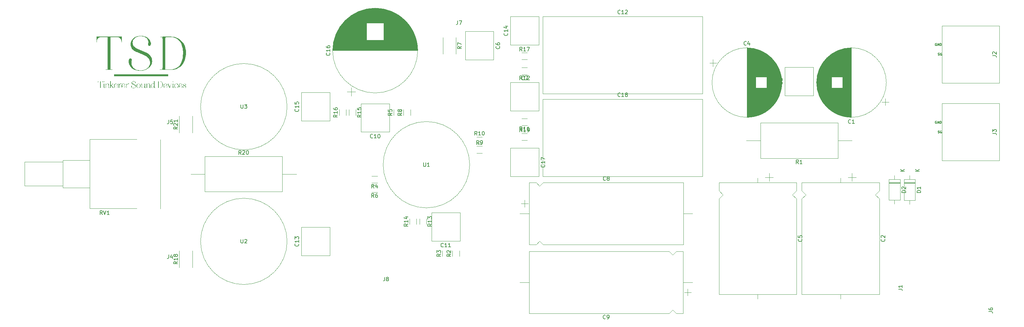
<source format=gbr>
%TF.GenerationSoftware,KiCad,Pcbnew,(6.0.0)*%
%TF.CreationDate,2022-08-03T23:10:52+01:00*%
%TF.ProjectId,Decware SE84 SMD,44656377-6172-4652-9053-45383420534d,rev?*%
%TF.SameCoordinates,Original*%
%TF.FileFunction,Legend,Top*%
%TF.FilePolarity,Positive*%
%FSLAX46Y46*%
G04 Gerber Fmt 4.6, Leading zero omitted, Abs format (unit mm)*
G04 Created by KiCad (PCBNEW (6.0.0)) date 2022-08-03 23:10:52*
%MOMM*%
%LPD*%
G01*
G04 APERTURE LIST*
%ADD10C,0.150000*%
%ADD11C,0.120000*%
G04 APERTURE END LIST*
D10*
%TO.C,R17*%
X130987142Y-87603737D02*
X130653809Y-87127547D01*
X130415714Y-87603737D02*
X130415714Y-86603737D01*
X130796666Y-86603737D01*
X130891904Y-86651357D01*
X130939523Y-86698976D01*
X130987142Y-86794214D01*
X130987142Y-86937071D01*
X130939523Y-87032309D01*
X130891904Y-87079928D01*
X130796666Y-87127547D01*
X130415714Y-87127547D01*
X131939523Y-87603737D02*
X131368095Y-87603737D01*
X131653809Y-87603737D02*
X131653809Y-86603737D01*
X131558571Y-86746595D01*
X131463333Y-86841833D01*
X131368095Y-86889452D01*
X132272857Y-86603737D02*
X132939523Y-86603737D01*
X132510952Y-87603737D01*
%TO.C,R15*%
X88931426Y-104365321D02*
X88455236Y-104698654D01*
X88931426Y-104936749D02*
X87931426Y-104936749D01*
X87931426Y-104555797D01*
X87979046Y-104460559D01*
X88026665Y-104412940D01*
X88121903Y-104365321D01*
X88264760Y-104365321D01*
X88359998Y-104412940D01*
X88407617Y-104460559D01*
X88455236Y-104555797D01*
X88455236Y-104936749D01*
X88931426Y-103412940D02*
X88931426Y-103984368D01*
X88931426Y-103698654D02*
X87931426Y-103698654D01*
X88074284Y-103793892D01*
X88169522Y-103889130D01*
X88217141Y-103984368D01*
X87931426Y-102508178D02*
X87931426Y-102984368D01*
X88407617Y-103031987D01*
X88359998Y-102984368D01*
X88312379Y-102889130D01*
X88312379Y-102651035D01*
X88359998Y-102555797D01*
X88407617Y-102508178D01*
X88502855Y-102460559D01*
X88740950Y-102460559D01*
X88836188Y-102508178D01*
X88883807Y-102555797D01*
X88931426Y-102651035D01*
X88931426Y-102889130D01*
X88883807Y-102984368D01*
X88836188Y-103031987D01*
%TO.C,C6*%
X125046954Y-86406666D02*
X125094573Y-86454285D01*
X125142192Y-86597142D01*
X125142192Y-86692380D01*
X125094573Y-86835238D01*
X124999335Y-86930476D01*
X124904097Y-86978095D01*
X124713621Y-87025714D01*
X124570764Y-87025714D01*
X124380288Y-86978095D01*
X124285050Y-86930476D01*
X124189812Y-86835238D01*
X124142192Y-86692380D01*
X124142192Y-86597142D01*
X124189812Y-86454285D01*
X124237431Y-86406666D01*
X124142192Y-85549523D02*
X124142192Y-85740000D01*
X124189812Y-85835238D01*
X124237431Y-85882857D01*
X124380288Y-85978095D01*
X124570764Y-86025714D01*
X124951716Y-86025714D01*
X125046954Y-85978095D01*
X125094573Y-85930476D01*
X125142192Y-85835238D01*
X125142192Y-85644761D01*
X125094573Y-85549523D01*
X125046954Y-85501904D01*
X124951716Y-85454285D01*
X124713621Y-85454285D01*
X124618383Y-85501904D01*
X124570764Y-85549523D01*
X124523145Y-85644761D01*
X124523145Y-85835238D01*
X124570764Y-85930476D01*
X124618383Y-85978095D01*
X124713621Y-86025714D01*
%TO.C,RV1*%
X21330670Y-130492380D02*
X20997337Y-130016190D01*
X20759242Y-130492380D02*
X20759242Y-129492380D01*
X21140194Y-129492380D01*
X21235432Y-129540000D01*
X21283051Y-129587619D01*
X21330670Y-129682857D01*
X21330670Y-129825714D01*
X21283051Y-129920952D01*
X21235432Y-129968571D01*
X21140194Y-130016190D01*
X20759242Y-130016190D01*
X21616385Y-129492380D02*
X21949718Y-130492380D01*
X22283051Y-129492380D01*
X23140194Y-130492380D02*
X22568766Y-130492380D01*
X22854480Y-130492380D02*
X22854480Y-129492380D01*
X22759242Y-129635238D01*
X22664004Y-129730476D01*
X22568766Y-129778095D01*
%TO.C,R20*%
X57582142Y-114712379D02*
X57248809Y-114236189D01*
X57010714Y-114712379D02*
X57010714Y-113712379D01*
X57391666Y-113712379D01*
X57486904Y-113759999D01*
X57534523Y-113807618D01*
X57582142Y-113902856D01*
X57582142Y-114045713D01*
X57534523Y-114140951D01*
X57486904Y-114188570D01*
X57391666Y-114236189D01*
X57010714Y-114236189D01*
X57963095Y-113807618D02*
X58010714Y-113759999D01*
X58105952Y-113712379D01*
X58344047Y-113712379D01*
X58439285Y-113759999D01*
X58486904Y-113807618D01*
X58534523Y-113902856D01*
X58534523Y-113998094D01*
X58486904Y-114140951D01*
X57915476Y-114712379D01*
X58534523Y-114712379D01*
X59153571Y-113712379D02*
X59248809Y-113712379D01*
X59344047Y-113759999D01*
X59391666Y-113807618D01*
X59439285Y-113902856D01*
X59486904Y-114093332D01*
X59486904Y-114331427D01*
X59439285Y-114521903D01*
X59391666Y-114617141D01*
X59344047Y-114664760D01*
X59248809Y-114712379D01*
X59153571Y-114712379D01*
X59058333Y-114664760D01*
X59010714Y-114617141D01*
X58963095Y-114521903D01*
X58915476Y-114331427D01*
X58915476Y-114093332D01*
X58963095Y-113902856D01*
X59010714Y-113807618D01*
X59058333Y-113759999D01*
X59153571Y-113712379D01*
%TO.C,C16*%
X80704678Y-88140689D02*
X80752297Y-88188308D01*
X80799916Y-88331165D01*
X80799916Y-88426403D01*
X80752297Y-88569260D01*
X80657059Y-88664498D01*
X80561821Y-88712117D01*
X80371345Y-88759736D01*
X80228488Y-88759736D01*
X80038012Y-88712117D01*
X79942774Y-88664498D01*
X79847536Y-88569260D01*
X79799916Y-88426403D01*
X79799916Y-88331165D01*
X79847536Y-88188308D01*
X79895155Y-88140689D01*
X80799916Y-87188308D02*
X80799916Y-87759736D01*
X80799916Y-87474022D02*
X79799916Y-87474022D01*
X79942774Y-87569260D01*
X80038012Y-87664498D01*
X80085631Y-87759736D01*
X79799916Y-86331165D02*
X79799916Y-86521641D01*
X79847536Y-86616879D01*
X79895155Y-86664498D01*
X80038012Y-86759736D01*
X80228488Y-86807355D01*
X80609440Y-86807355D01*
X80704678Y-86759736D01*
X80752297Y-86712117D01*
X80799916Y-86616879D01*
X80799916Y-86426403D01*
X80752297Y-86331165D01*
X80704678Y-86283546D01*
X80609440Y-86235927D01*
X80371345Y-86235927D01*
X80276107Y-86283546D01*
X80228488Y-86331165D01*
X80180869Y-86426403D01*
X80180869Y-86616879D01*
X80228488Y-86712117D01*
X80276107Y-86759736D01*
X80371345Y-86807355D01*
%TO.C,D2*%
X231212380Y-124724963D02*
X230212380Y-124724963D01*
X230212380Y-124486868D01*
X230260000Y-124344010D01*
X230355238Y-124248772D01*
X230450476Y-124201153D01*
X230640952Y-124153534D01*
X230783809Y-124153534D01*
X230974285Y-124201153D01*
X231069523Y-124248772D01*
X231164761Y-124344010D01*
X231212380Y-124486868D01*
X231212380Y-124724963D01*
X230307619Y-123772582D02*
X230260000Y-123724963D01*
X230212380Y-123629725D01*
X230212380Y-123391629D01*
X230260000Y-123296391D01*
X230307619Y-123248772D01*
X230402857Y-123201153D01*
X230498095Y-123201153D01*
X230640952Y-123248772D01*
X231212380Y-123820201D01*
X231212380Y-123201153D01*
X230842380Y-119168772D02*
X229842380Y-119168772D01*
X230842380Y-118597344D02*
X230270952Y-119025915D01*
X229842380Y-118597344D02*
X230413809Y-119168772D01*
%TO.C,C13*%
X72515990Y-138162857D02*
X72563609Y-138210476D01*
X72611228Y-138353333D01*
X72611228Y-138448571D01*
X72563609Y-138591428D01*
X72468371Y-138686666D01*
X72373133Y-138734285D01*
X72182657Y-138781904D01*
X72039800Y-138781904D01*
X71849324Y-138734285D01*
X71754086Y-138686666D01*
X71658848Y-138591428D01*
X71611228Y-138448571D01*
X71611228Y-138353333D01*
X71658848Y-138210476D01*
X71706467Y-138162857D01*
X72611228Y-137210476D02*
X72611228Y-137781904D01*
X72611228Y-137496190D02*
X71611228Y-137496190D01*
X71754086Y-137591428D01*
X71849324Y-137686666D01*
X71896943Y-137781904D01*
X71611228Y-136877142D02*
X71611228Y-136258095D01*
X71992181Y-136591428D01*
X71992181Y-136448571D01*
X72039800Y-136353333D01*
X72087419Y-136305714D01*
X72182657Y-136258095D01*
X72420752Y-136258095D01*
X72515990Y-136305714D01*
X72563609Y-136353333D01*
X72611228Y-136448571D01*
X72611228Y-136734285D01*
X72563609Y-136829523D01*
X72515990Y-136877142D01*
%TO.C,R12*%
X130987142Y-95170069D02*
X130653809Y-94693879D01*
X130415714Y-95170069D02*
X130415714Y-94170069D01*
X130796666Y-94170069D01*
X130891904Y-94217689D01*
X130939523Y-94265308D01*
X130987142Y-94360546D01*
X130987142Y-94503403D01*
X130939523Y-94598641D01*
X130891904Y-94646260D01*
X130796666Y-94693879D01*
X130415714Y-94693879D01*
X131939523Y-95170069D02*
X131368095Y-95170069D01*
X131653809Y-95170069D02*
X131653809Y-94170069D01*
X131558571Y-94312927D01*
X131463333Y-94408165D01*
X131368095Y-94455784D01*
X132320476Y-94265308D02*
X132368095Y-94217689D01*
X132463333Y-94170069D01*
X132701428Y-94170069D01*
X132796666Y-94217689D01*
X132844285Y-94265308D01*
X132891904Y-94360546D01*
X132891904Y-94455784D01*
X132844285Y-94598641D01*
X132272857Y-95170069D01*
X132891904Y-95170069D01*
%TO.C,R2*%
X112352380Y-140846666D02*
X111876190Y-141180000D01*
X112352380Y-141418095D02*
X111352380Y-141418095D01*
X111352380Y-141037142D01*
X111400000Y-140941904D01*
X111447619Y-140894285D01*
X111542857Y-140846666D01*
X111685714Y-140846666D01*
X111780952Y-140894285D01*
X111828571Y-140941904D01*
X111876190Y-141037142D01*
X111876190Y-141418095D01*
X111447619Y-140465714D02*
X111400000Y-140418095D01*
X111352380Y-140322857D01*
X111352380Y-140084761D01*
X111400000Y-139989523D01*
X111447619Y-139941904D01*
X111542857Y-139894285D01*
X111638095Y-139894285D01*
X111780952Y-139941904D01*
X112352380Y-140513333D01*
X112352380Y-139894285D01*
%TO.C,J5*%
X38686666Y-105712380D02*
X38686666Y-106426666D01*
X38639047Y-106569523D01*
X38543809Y-106664761D01*
X38400952Y-106712380D01*
X38305714Y-106712380D01*
X39639047Y-105712380D02*
X39162857Y-105712380D01*
X39115238Y-106188571D01*
X39162857Y-106140952D01*
X39258095Y-106093333D01*
X39496190Y-106093333D01*
X39591428Y-106140952D01*
X39639047Y-106188571D01*
X39686666Y-106283809D01*
X39686666Y-106521904D01*
X39639047Y-106617142D01*
X39591428Y-106664761D01*
X39496190Y-106712380D01*
X39258095Y-106712380D01*
X39162857Y-106664761D01*
X39115238Y-106617142D01*
%TO.C,R4*%
X92280869Y-123574844D02*
X91947536Y-123098654D01*
X91709440Y-123574844D02*
X91709440Y-122574844D01*
X92090393Y-122574844D01*
X92185631Y-122622464D01*
X92233250Y-122670083D01*
X92280869Y-122765321D01*
X92280869Y-122908178D01*
X92233250Y-123003416D01*
X92185631Y-123051035D01*
X92090393Y-123098654D01*
X91709440Y-123098654D01*
X93138012Y-122908178D02*
X93138012Y-123574844D01*
X92899916Y-122527225D02*
X92661821Y-123241511D01*
X93280869Y-123241511D01*
%TO.C,C5*%
X204025799Y-136916666D02*
X204073418Y-136964285D01*
X204121037Y-137107142D01*
X204121037Y-137202380D01*
X204073418Y-137345238D01*
X203978180Y-137440476D01*
X203882942Y-137488095D01*
X203692466Y-137535714D01*
X203549609Y-137535714D01*
X203359133Y-137488095D01*
X203263895Y-137440476D01*
X203168657Y-137345238D01*
X203121037Y-137202380D01*
X203121037Y-137107142D01*
X203168657Y-136964285D01*
X203216276Y-136916666D01*
X203121037Y-136011904D02*
X203121037Y-136488095D01*
X203597228Y-136535714D01*
X203549609Y-136488095D01*
X203501990Y-136392857D01*
X203501990Y-136154761D01*
X203549609Y-136059523D01*
X203597228Y-136011904D01*
X203692466Y-135964285D01*
X203930561Y-135964285D01*
X204025799Y-136011904D01*
X204073418Y-136059523D01*
X204121037Y-136154761D01*
X204121037Y-136392857D01*
X204073418Y-136488095D01*
X204025799Y-136535714D01*
%TO.C,C8*%
X152813333Y-121450901D02*
X152765714Y-121498520D01*
X152622857Y-121546139D01*
X152527619Y-121546139D01*
X152384761Y-121498520D01*
X152289523Y-121403282D01*
X152241904Y-121308044D01*
X152194285Y-121117568D01*
X152194285Y-120974711D01*
X152241904Y-120784235D01*
X152289523Y-120688997D01*
X152384761Y-120593759D01*
X152527619Y-120546139D01*
X152622857Y-120546139D01*
X152765714Y-120593759D01*
X152813333Y-120641378D01*
X153384761Y-120974711D02*
X153289523Y-120927092D01*
X153241904Y-120879473D01*
X153194285Y-120784235D01*
X153194285Y-120736616D01*
X153241904Y-120641378D01*
X153289523Y-120593759D01*
X153384761Y-120546139D01*
X153575238Y-120546139D01*
X153670476Y-120593759D01*
X153718095Y-120641378D01*
X153765714Y-120736616D01*
X153765714Y-120784235D01*
X153718095Y-120879473D01*
X153670476Y-120927092D01*
X153575238Y-120974711D01*
X153384761Y-120974711D01*
X153289523Y-121022330D01*
X153241904Y-121069949D01*
X153194285Y-121165187D01*
X153194285Y-121355663D01*
X153241904Y-121450901D01*
X153289523Y-121498520D01*
X153384761Y-121546139D01*
X153575238Y-121546139D01*
X153670476Y-121498520D01*
X153718095Y-121450901D01*
X153765714Y-121355663D01*
X153765714Y-121165187D01*
X153718095Y-121069949D01*
X153670476Y-121022330D01*
X153575238Y-120974711D01*
%TO.C,R1*%
X203212661Y-117162380D02*
X202879328Y-116686190D01*
X202641232Y-117162380D02*
X202641232Y-116162380D01*
X203022185Y-116162380D01*
X203117423Y-116210000D01*
X203165042Y-116257619D01*
X203212661Y-116352857D01*
X203212661Y-116495714D01*
X203165042Y-116590952D01*
X203117423Y-116638571D01*
X203022185Y-116686190D01*
X202641232Y-116686190D01*
X204165042Y-117162380D02*
X203593613Y-117162380D01*
X203879328Y-117162380D02*
X203879328Y-116162380D01*
X203784089Y-116305238D01*
X203688851Y-116400476D01*
X203593613Y-116448095D01*
%TO.C,C15*%
X72515990Y-102867606D02*
X72563609Y-102915225D01*
X72611228Y-103058082D01*
X72611228Y-103153320D01*
X72563609Y-103296177D01*
X72468371Y-103391415D01*
X72373133Y-103439034D01*
X72182657Y-103486653D01*
X72039800Y-103486653D01*
X71849324Y-103439034D01*
X71754086Y-103391415D01*
X71658848Y-103296177D01*
X71611228Y-103153320D01*
X71611228Y-103058082D01*
X71658848Y-102915225D01*
X71706467Y-102867606D01*
X72611228Y-101915225D02*
X72611228Y-102486653D01*
X72611228Y-102200939D02*
X71611228Y-102200939D01*
X71754086Y-102296177D01*
X71849324Y-102391415D01*
X71896943Y-102486653D01*
X71611228Y-101010463D02*
X71611228Y-101486653D01*
X72087419Y-101534272D01*
X72039800Y-101486653D01*
X71992181Y-101391415D01*
X71992181Y-101153320D01*
X72039800Y-101058082D01*
X72087419Y-101010463D01*
X72182657Y-100962844D01*
X72420752Y-100962844D01*
X72515990Y-101010463D01*
X72563609Y-101058082D01*
X72611228Y-101153320D01*
X72611228Y-101391415D01*
X72563609Y-101486653D01*
X72515990Y-101534272D01*
%TO.C,J1*%
X229327231Y-150033333D02*
X230041517Y-150033333D01*
X230184374Y-150080952D01*
X230279612Y-150176190D01*
X230327231Y-150319047D01*
X230327231Y-150414285D01*
X230327231Y-149033333D02*
X230327231Y-149604761D01*
X230327231Y-149319047D02*
X229327231Y-149319047D01*
X229470089Y-149414285D01*
X229565327Y-149509523D01*
X229612946Y-149604761D01*
%TO.C,C3*%
X198881470Y-95746666D02*
X198929089Y-95794285D01*
X198976708Y-95937142D01*
X198976708Y-96032380D01*
X198929089Y-96175238D01*
X198833851Y-96270476D01*
X198738613Y-96318095D01*
X198548137Y-96365714D01*
X198405280Y-96365714D01*
X198214804Y-96318095D01*
X198119566Y-96270476D01*
X198024328Y-96175238D01*
X197976708Y-96032380D01*
X197976708Y-95937142D01*
X198024328Y-95794285D01*
X198071947Y-95746666D01*
X197976708Y-95413333D02*
X197976708Y-94794285D01*
X198357661Y-95127619D01*
X198357661Y-94984761D01*
X198405280Y-94889523D01*
X198452899Y-94841904D01*
X198548137Y-94794285D01*
X198786232Y-94794285D01*
X198881470Y-94841904D01*
X198929089Y-94889523D01*
X198976708Y-94984761D01*
X198976708Y-95270476D01*
X198929089Y-95365714D01*
X198881470Y-95413333D01*
%TO.C,R11*%
X130987142Y-108482733D02*
X130653809Y-108006543D01*
X130415714Y-108482733D02*
X130415714Y-107482733D01*
X130796666Y-107482733D01*
X130891904Y-107530353D01*
X130939523Y-107577972D01*
X130987142Y-107673210D01*
X130987142Y-107816067D01*
X130939523Y-107911305D01*
X130891904Y-107958924D01*
X130796666Y-108006543D01*
X130415714Y-108006543D01*
X131939523Y-108482733D02*
X131368095Y-108482733D01*
X131653809Y-108482733D02*
X131653809Y-107482733D01*
X131558571Y-107625591D01*
X131463333Y-107720829D01*
X131368095Y-107768448D01*
X132891904Y-108482733D02*
X132320476Y-108482733D01*
X132606190Y-108482733D02*
X132606190Y-107482733D01*
X132510952Y-107625591D01*
X132415714Y-107720829D01*
X132320476Y-107768448D01*
%TO.C,R8*%
X99529916Y-103889130D02*
X99053726Y-104222464D01*
X99529916Y-104460559D02*
X98529916Y-104460559D01*
X98529916Y-104079606D01*
X98577536Y-103984368D01*
X98625155Y-103936749D01*
X98720393Y-103889130D01*
X98863250Y-103889130D01*
X98958488Y-103936749D01*
X99006107Y-103984368D01*
X99053726Y-104079606D01*
X99053726Y-104460559D01*
X98958488Y-103317702D02*
X98910869Y-103412940D01*
X98863250Y-103460559D01*
X98768012Y-103508178D01*
X98720393Y-103508178D01*
X98625155Y-103460559D01*
X98577536Y-103412940D01*
X98529916Y-103317702D01*
X98529916Y-103127225D01*
X98577536Y-103031987D01*
X98625155Y-102984368D01*
X98720393Y-102936749D01*
X98768012Y-102936749D01*
X98863250Y-102984368D01*
X98910869Y-103031987D01*
X98958488Y-103127225D01*
X98958488Y-103317702D01*
X99006107Y-103412940D01*
X99053726Y-103460559D01*
X99148964Y-103508178D01*
X99339440Y-103508178D01*
X99434678Y-103460559D01*
X99482297Y-103412940D01*
X99529916Y-103317702D01*
X99529916Y-103127225D01*
X99482297Y-103031987D01*
X99434678Y-102984368D01*
X99339440Y-102936749D01*
X99148964Y-102936749D01*
X99053726Y-102984368D01*
X99006107Y-103031987D01*
X98958488Y-103127225D01*
%TO.C,R13*%
X107367713Y-132925321D02*
X106891523Y-133258654D01*
X107367713Y-133496749D02*
X106367713Y-133496749D01*
X106367713Y-133115797D01*
X106415333Y-133020559D01*
X106462952Y-132972940D01*
X106558190Y-132925321D01*
X106701047Y-132925321D01*
X106796285Y-132972940D01*
X106843904Y-133020559D01*
X106891523Y-133115797D01*
X106891523Y-133496749D01*
X107367713Y-131972940D02*
X107367713Y-132544368D01*
X107367713Y-132258654D02*
X106367713Y-132258654D01*
X106510571Y-132353892D01*
X106605809Y-132449130D01*
X106653428Y-132544368D01*
X106367713Y-131639606D02*
X106367713Y-131020559D01*
X106748666Y-131353892D01*
X106748666Y-131211035D01*
X106796285Y-131115797D01*
X106843904Y-131068178D01*
X106939142Y-131020559D01*
X107177237Y-131020559D01*
X107272475Y-131068178D01*
X107320094Y-131115797D01*
X107367713Y-131211035D01*
X107367713Y-131496749D01*
X107320094Y-131591987D01*
X107272475Y-131639606D01*
%TO.C,C18*%
X156617142Y-99500164D02*
X156569523Y-99547783D01*
X156426666Y-99595402D01*
X156331428Y-99595402D01*
X156188571Y-99547783D01*
X156093333Y-99452545D01*
X156045714Y-99357307D01*
X155998095Y-99166831D01*
X155998095Y-99023974D01*
X156045714Y-98833498D01*
X156093333Y-98738260D01*
X156188571Y-98643022D01*
X156331428Y-98595402D01*
X156426666Y-98595402D01*
X156569523Y-98643022D01*
X156617142Y-98690641D01*
X157569523Y-99595402D02*
X156998095Y-99595402D01*
X157283809Y-99595402D02*
X157283809Y-98595402D01*
X157188571Y-98738260D01*
X157093333Y-98833498D01*
X156998095Y-98881117D01*
X158140952Y-99023974D02*
X158045714Y-98976355D01*
X157998095Y-98928736D01*
X157950476Y-98833498D01*
X157950476Y-98785879D01*
X157998095Y-98690641D01*
X158045714Y-98643022D01*
X158140952Y-98595402D01*
X158331428Y-98595402D01*
X158426666Y-98643022D01*
X158474285Y-98690641D01*
X158521904Y-98785879D01*
X158521904Y-98833498D01*
X158474285Y-98928736D01*
X158426666Y-98976355D01*
X158331428Y-99023974D01*
X158140952Y-99023974D01*
X158045714Y-99071593D01*
X157998095Y-99119212D01*
X157950476Y-99214450D01*
X157950476Y-99404926D01*
X157998095Y-99500164D01*
X158045714Y-99547783D01*
X158140952Y-99595402D01*
X158331428Y-99595402D01*
X158426666Y-99547783D01*
X158474285Y-99500164D01*
X158521904Y-99404926D01*
X158521904Y-99214450D01*
X158474285Y-99119212D01*
X158426666Y-99071593D01*
X158331428Y-99023974D01*
%TO.C,C10*%
X91954678Y-110329606D02*
X91907059Y-110377225D01*
X91764202Y-110424844D01*
X91668964Y-110424844D01*
X91526107Y-110377225D01*
X91430869Y-110281987D01*
X91383250Y-110186749D01*
X91335631Y-109996273D01*
X91335631Y-109853416D01*
X91383250Y-109662940D01*
X91430869Y-109567702D01*
X91526107Y-109472464D01*
X91668964Y-109424844D01*
X91764202Y-109424844D01*
X91907059Y-109472464D01*
X91954678Y-109520083D01*
X92907059Y-110424844D02*
X92335631Y-110424844D01*
X92621345Y-110424844D02*
X92621345Y-109424844D01*
X92526107Y-109567702D01*
X92430869Y-109662940D01*
X92335631Y-109710559D01*
X93526107Y-109424844D02*
X93621345Y-109424844D01*
X93716583Y-109472464D01*
X93764202Y-109520083D01*
X93811821Y-109615321D01*
X93859440Y-109805797D01*
X93859440Y-110043892D01*
X93811821Y-110234368D01*
X93764202Y-110329606D01*
X93716583Y-110377225D01*
X93621345Y-110424844D01*
X93526107Y-110424844D01*
X93430869Y-110377225D01*
X93383250Y-110329606D01*
X93335631Y-110234368D01*
X93288012Y-110043892D01*
X93288012Y-109805797D01*
X93335631Y-109615321D01*
X93383250Y-109520083D01*
X93430869Y-109472464D01*
X93526107Y-109424844D01*
%TO.C,R9*%
X119690869Y-112094844D02*
X119357536Y-111618654D01*
X119119440Y-112094844D02*
X119119440Y-111094844D01*
X119500393Y-111094844D01*
X119595631Y-111142464D01*
X119643250Y-111190083D01*
X119690869Y-111285321D01*
X119690869Y-111428178D01*
X119643250Y-111523416D01*
X119595631Y-111571035D01*
X119500393Y-111618654D01*
X119119440Y-111618654D01*
X120167059Y-112094844D02*
X120357536Y-112094844D01*
X120452774Y-112047225D01*
X120500393Y-111999606D01*
X120595631Y-111856749D01*
X120643250Y-111666273D01*
X120643250Y-111285321D01*
X120595631Y-111190083D01*
X120548012Y-111142464D01*
X120452774Y-111094844D01*
X120262297Y-111094844D01*
X120167059Y-111142464D01*
X120119440Y-111190083D01*
X120071821Y-111285321D01*
X120071821Y-111523416D01*
X120119440Y-111618654D01*
X120167059Y-111666273D01*
X120262297Y-111713892D01*
X120452774Y-111713892D01*
X120548012Y-111666273D01*
X120595631Y-111618654D01*
X120643250Y-111523416D01*
%TO.C,C17*%
X136837142Y-117435879D02*
X136884761Y-117483498D01*
X136932380Y-117626355D01*
X136932380Y-117721593D01*
X136884761Y-117864450D01*
X136789523Y-117959688D01*
X136694285Y-118007307D01*
X136503809Y-118054926D01*
X136360952Y-118054926D01*
X136170476Y-118007307D01*
X136075238Y-117959688D01*
X135980000Y-117864450D01*
X135932380Y-117721593D01*
X135932380Y-117626355D01*
X135980000Y-117483498D01*
X136027619Y-117435879D01*
X136932380Y-116483498D02*
X136932380Y-117054926D01*
X136932380Y-116769212D02*
X135932380Y-116769212D01*
X136075238Y-116864450D01*
X136170476Y-116959688D01*
X136218095Y-117054926D01*
X135932380Y-116150164D02*
X135932380Y-115483498D01*
X136932380Y-115912069D01*
%TO.C,C9*%
X152763333Y-157737090D02*
X152715714Y-157784709D01*
X152572857Y-157832328D01*
X152477619Y-157832328D01*
X152334761Y-157784709D01*
X152239523Y-157689471D01*
X152191904Y-157594233D01*
X152144285Y-157403757D01*
X152144285Y-157260900D01*
X152191904Y-157070424D01*
X152239523Y-156975186D01*
X152334761Y-156879948D01*
X152477619Y-156832328D01*
X152572857Y-156832328D01*
X152715714Y-156879948D01*
X152763333Y-156927567D01*
X153239523Y-157832328D02*
X153430000Y-157832328D01*
X153525238Y-157784709D01*
X153572857Y-157737090D01*
X153668095Y-157594233D01*
X153715714Y-157403757D01*
X153715714Y-157022805D01*
X153668095Y-156927567D01*
X153620476Y-156879948D01*
X153525238Y-156832328D01*
X153334761Y-156832328D01*
X153239523Y-156879948D01*
X153191904Y-156927567D01*
X153144285Y-157022805D01*
X153144285Y-157260900D01*
X153191904Y-157356138D01*
X153239523Y-157403757D01*
X153334761Y-157451376D01*
X153525238Y-157451376D01*
X153620476Y-157403757D01*
X153668095Y-157356138D01*
X153715714Y-157260900D01*
%TO.C,R16*%
X82727046Y-104365321D02*
X82250856Y-104698654D01*
X82727046Y-104936749D02*
X81727046Y-104936749D01*
X81727046Y-104555797D01*
X81774666Y-104460559D01*
X81822285Y-104412940D01*
X81917523Y-104365321D01*
X82060380Y-104365321D01*
X82155618Y-104412940D01*
X82203237Y-104460559D01*
X82250856Y-104555797D01*
X82250856Y-104936749D01*
X82727046Y-103412940D02*
X82727046Y-103984368D01*
X82727046Y-103698654D02*
X81727046Y-103698654D01*
X81869904Y-103793892D01*
X81965142Y-103889130D01*
X82012761Y-103984368D01*
X81727046Y-102555797D02*
X81727046Y-102746273D01*
X81774666Y-102841511D01*
X81822285Y-102889130D01*
X81965142Y-102984368D01*
X82155618Y-103031987D01*
X82536570Y-103031987D01*
X82631808Y-102984368D01*
X82679427Y-102936749D01*
X82727046Y-102841511D01*
X82727046Y-102651035D01*
X82679427Y-102555797D01*
X82631808Y-102508178D01*
X82536570Y-102460559D01*
X82298475Y-102460559D01*
X82203237Y-102508178D01*
X82155618Y-102555797D01*
X82107999Y-102651035D01*
X82107999Y-102841511D01*
X82155618Y-102936749D01*
X82203237Y-102984368D01*
X82298475Y-103031987D01*
%TO.C,J4*%
X38686666Y-141012380D02*
X38686666Y-141726666D01*
X38639047Y-141869523D01*
X38543809Y-141964761D01*
X38400952Y-142012380D01*
X38305714Y-142012380D01*
X39591428Y-141345714D02*
X39591428Y-142012380D01*
X39353333Y-140964761D02*
X39115238Y-141679047D01*
X39734285Y-141679047D01*
%TO.C,J8*%
X95086666Y-146882380D02*
X95086666Y-147596666D01*
X95039047Y-147739523D01*
X94943809Y-147834761D01*
X94800952Y-147882380D01*
X94705714Y-147882380D01*
X95705714Y-147310952D02*
X95610476Y-147263333D01*
X95562857Y-147215714D01*
X95515238Y-147120476D01*
X95515238Y-147072857D01*
X95562857Y-146977619D01*
X95610476Y-146930000D01*
X95705714Y-146882380D01*
X95896190Y-146882380D01*
X95991428Y-146930000D01*
X96039047Y-146977619D01*
X96086666Y-147072857D01*
X96086666Y-147120476D01*
X96039047Y-147215714D01*
X95991428Y-147263333D01*
X95896190Y-147310952D01*
X95705714Y-147310952D01*
X95610476Y-147358571D01*
X95562857Y-147406190D01*
X95515238Y-147501428D01*
X95515238Y-147691904D01*
X95562857Y-147787142D01*
X95610476Y-147834761D01*
X95705714Y-147882380D01*
X95896190Y-147882380D01*
X95991428Y-147834761D01*
X96039047Y-147787142D01*
X96086666Y-147691904D01*
X96086666Y-147501428D01*
X96039047Y-147406190D01*
X95991428Y-147358571D01*
X95896190Y-147310952D01*
%TO.C,J2*%
X253892380Y-88842150D02*
X254606666Y-88842150D01*
X254749523Y-88889769D01*
X254844761Y-88985007D01*
X254892380Y-89127864D01*
X254892380Y-89223102D01*
X253987619Y-88413578D02*
X253940000Y-88365959D01*
X253892380Y-88270721D01*
X253892380Y-88032626D01*
X253940000Y-87937388D01*
X253987619Y-87889769D01*
X254082857Y-87842150D01*
X254178095Y-87842150D01*
X254320952Y-87889769D01*
X254892380Y-88461197D01*
X254892380Y-87842150D01*
X239277857Y-85668817D02*
X239220714Y-85640245D01*
X239135000Y-85640245D01*
X239049285Y-85668817D01*
X238992142Y-85725959D01*
X238963571Y-85783102D01*
X238935000Y-85897388D01*
X238935000Y-85983102D01*
X238963571Y-86097388D01*
X238992142Y-86154531D01*
X239049285Y-86211674D01*
X239135000Y-86240245D01*
X239192142Y-86240245D01*
X239277857Y-86211674D01*
X239306428Y-86183102D01*
X239306428Y-85983102D01*
X239192142Y-85983102D01*
X239563571Y-86240245D02*
X239563571Y-85640245D01*
X239906428Y-86240245D01*
X239906428Y-85640245D01*
X240192142Y-86240245D02*
X240192142Y-85640245D01*
X240335000Y-85640245D01*
X240420714Y-85668817D01*
X240477857Y-85725959D01*
X240506428Y-85783102D01*
X240535000Y-85897388D01*
X240535000Y-85983102D01*
X240506428Y-86097388D01*
X240477857Y-86154531D01*
X240420714Y-86211674D01*
X240335000Y-86240245D01*
X240192142Y-86240245D01*
X239644571Y-88751674D02*
X239730285Y-88780245D01*
X239873142Y-88780245D01*
X239930285Y-88751674D01*
X239958857Y-88723102D01*
X239987428Y-88665959D01*
X239987428Y-88608817D01*
X239958857Y-88551674D01*
X239930285Y-88523102D01*
X239873142Y-88494531D01*
X239758857Y-88465959D01*
X239701714Y-88437388D01*
X239673142Y-88408817D01*
X239644571Y-88351674D01*
X239644571Y-88294531D01*
X239673142Y-88237388D01*
X239701714Y-88208817D01*
X239758857Y-88180245D01*
X239901714Y-88180245D01*
X239987428Y-88208817D01*
X240558857Y-88208817D02*
X240501714Y-88180245D01*
X240416000Y-88180245D01*
X240330285Y-88208817D01*
X240273142Y-88265959D01*
X240244571Y-88323102D01*
X240216000Y-88437388D01*
X240216000Y-88523102D01*
X240244571Y-88637388D01*
X240273142Y-88694531D01*
X240330285Y-88751674D01*
X240416000Y-88780245D01*
X240473142Y-88780245D01*
X240558857Y-88751674D01*
X240587428Y-88723102D01*
X240587428Y-88523102D01*
X240473142Y-88523102D01*
%TO.C,J7*%
X114156666Y-79700212D02*
X114156666Y-80414498D01*
X114109047Y-80557355D01*
X114013809Y-80652593D01*
X113870952Y-80700212D01*
X113775714Y-80700212D01*
X114537619Y-79700212D02*
X115204285Y-79700212D01*
X114775714Y-80700212D01*
%TO.C,C11*%
X110414678Y-138889606D02*
X110367059Y-138937225D01*
X110224202Y-138984844D01*
X110128964Y-138984844D01*
X109986107Y-138937225D01*
X109890869Y-138841987D01*
X109843250Y-138746749D01*
X109795631Y-138556273D01*
X109795631Y-138413416D01*
X109843250Y-138222940D01*
X109890869Y-138127702D01*
X109986107Y-138032464D01*
X110128964Y-137984844D01*
X110224202Y-137984844D01*
X110367059Y-138032464D01*
X110414678Y-138080083D01*
X111367059Y-138984844D02*
X110795631Y-138984844D01*
X111081345Y-138984844D02*
X111081345Y-137984844D01*
X110986107Y-138127702D01*
X110890869Y-138222940D01*
X110795631Y-138270559D01*
X112319440Y-138984844D02*
X111748012Y-138984844D01*
X112033726Y-138984844D02*
X112033726Y-137984844D01*
X111938488Y-138127702D01*
X111843250Y-138222940D01*
X111748012Y-138270559D01*
%TO.C,C7*%
X131463333Y-95061163D02*
X131415714Y-95108782D01*
X131272857Y-95156401D01*
X131177619Y-95156401D01*
X131034761Y-95108782D01*
X130939523Y-95013544D01*
X130891904Y-94918306D01*
X130844285Y-94727830D01*
X130844285Y-94584973D01*
X130891904Y-94394497D01*
X130939523Y-94299259D01*
X131034761Y-94204021D01*
X131177619Y-94156401D01*
X131272857Y-94156401D01*
X131415714Y-94204021D01*
X131463333Y-94251640D01*
X131796666Y-94156401D02*
X132463333Y-94156401D01*
X132034761Y-95156401D01*
%TO.C,C1*%
X216863893Y-106497142D02*
X216816274Y-106544761D01*
X216673417Y-106592380D01*
X216578179Y-106592380D01*
X216435321Y-106544761D01*
X216340083Y-106449523D01*
X216292464Y-106354285D01*
X216244845Y-106163809D01*
X216244845Y-106020952D01*
X216292464Y-105830476D01*
X216340083Y-105735238D01*
X216435321Y-105640000D01*
X216578179Y-105592380D01*
X216673417Y-105592380D01*
X216816274Y-105640000D01*
X216863893Y-105687619D01*
X217816274Y-106592380D02*
X217244845Y-106592380D01*
X217530560Y-106592380D02*
X217530560Y-105592380D01*
X217435321Y-105735238D01*
X217340083Y-105830476D01*
X217244845Y-105878095D01*
%TO.C,U2*%
X57521532Y-136962402D02*
X57521532Y-137771926D01*
X57569151Y-137867164D01*
X57616770Y-137914783D01*
X57712008Y-137962402D01*
X57902484Y-137962402D01*
X57997722Y-137914783D01*
X58045341Y-137867164D01*
X58092960Y-137771926D01*
X58092960Y-136962402D01*
X58521532Y-137057641D02*
X58569151Y-137010022D01*
X58664389Y-136962402D01*
X58902484Y-136962402D01*
X58997722Y-137010022D01*
X59045341Y-137057641D01*
X59092960Y-137152879D01*
X59092960Y-137248117D01*
X59045341Y-137390974D01*
X58473913Y-137962402D01*
X59092960Y-137962402D01*
%TO.C,C2*%
X225677142Y-136916666D02*
X225724761Y-136964285D01*
X225772380Y-137107142D01*
X225772380Y-137202380D01*
X225724761Y-137345238D01*
X225629523Y-137440476D01*
X225534285Y-137488095D01*
X225343809Y-137535714D01*
X225200952Y-137535714D01*
X225010476Y-137488095D01*
X224915238Y-137440476D01*
X224820000Y-137345238D01*
X224772380Y-137202380D01*
X224772380Y-137107142D01*
X224820000Y-136964285D01*
X224867619Y-136916666D01*
X224867619Y-136535714D02*
X224820000Y-136488095D01*
X224772380Y-136392857D01*
X224772380Y-136154761D01*
X224820000Y-136059523D01*
X224867619Y-136011904D01*
X224962857Y-135964285D01*
X225058095Y-135964285D01*
X225200952Y-136011904D01*
X225772380Y-136583333D01*
X225772380Y-135964285D01*
%TO.C,C12*%
X156617142Y-77822167D02*
X156569523Y-77869786D01*
X156426666Y-77917405D01*
X156331428Y-77917405D01*
X156188571Y-77869786D01*
X156093333Y-77774548D01*
X156045714Y-77679310D01*
X155998095Y-77488834D01*
X155998095Y-77345977D01*
X156045714Y-77155501D01*
X156093333Y-77060263D01*
X156188571Y-76965025D01*
X156331428Y-76917405D01*
X156426666Y-76917405D01*
X156569523Y-76965025D01*
X156617142Y-77012644D01*
X157569523Y-77917405D02*
X156998095Y-77917405D01*
X157283809Y-77917405D02*
X157283809Y-76917405D01*
X157188571Y-77060263D01*
X157093333Y-77155501D01*
X156998095Y-77203120D01*
X157950476Y-77012644D02*
X157998095Y-76965025D01*
X158093333Y-76917405D01*
X158331428Y-76917405D01*
X158426666Y-76965025D01*
X158474285Y-77012644D01*
X158521904Y-77107882D01*
X158521904Y-77203120D01*
X158474285Y-77345977D01*
X157902857Y-77917405D01*
X158521904Y-77917405D01*
%TO.C,J3*%
X253892380Y-109192150D02*
X254606666Y-109192150D01*
X254749523Y-109239769D01*
X254844761Y-109335007D01*
X254892380Y-109477864D01*
X254892380Y-109573102D01*
X253892380Y-108811197D02*
X253892380Y-108192150D01*
X254273333Y-108525483D01*
X254273333Y-108382626D01*
X254320952Y-108287388D01*
X254368571Y-108239769D01*
X254463809Y-108192150D01*
X254701904Y-108192150D01*
X254797142Y-108239769D01*
X254844761Y-108287388D01*
X254892380Y-108382626D01*
X254892380Y-108668340D01*
X254844761Y-108763578D01*
X254797142Y-108811197D01*
X239277857Y-106018817D02*
X239220714Y-105990245D01*
X239135000Y-105990245D01*
X239049285Y-106018817D01*
X238992142Y-106075959D01*
X238963571Y-106133102D01*
X238935000Y-106247388D01*
X238935000Y-106333102D01*
X238963571Y-106447388D01*
X238992142Y-106504531D01*
X239049285Y-106561674D01*
X239135000Y-106590245D01*
X239192142Y-106590245D01*
X239277857Y-106561674D01*
X239306428Y-106533102D01*
X239306428Y-106333102D01*
X239192142Y-106333102D01*
X239563571Y-106590245D02*
X239563571Y-105990245D01*
X239906428Y-106590245D01*
X239906428Y-105990245D01*
X240192142Y-106590245D02*
X240192142Y-105990245D01*
X240335000Y-105990245D01*
X240420714Y-106018817D01*
X240477857Y-106075959D01*
X240506428Y-106133102D01*
X240535000Y-106247388D01*
X240535000Y-106333102D01*
X240506428Y-106447388D01*
X240477857Y-106504531D01*
X240420714Y-106561674D01*
X240335000Y-106590245D01*
X240192142Y-106590245D01*
X239644571Y-109101674D02*
X239730285Y-109130245D01*
X239873142Y-109130245D01*
X239930285Y-109101674D01*
X239958857Y-109073102D01*
X239987428Y-109015959D01*
X239987428Y-108958817D01*
X239958857Y-108901674D01*
X239930285Y-108873102D01*
X239873142Y-108844531D01*
X239758857Y-108815959D01*
X239701714Y-108787388D01*
X239673142Y-108758817D01*
X239644571Y-108701674D01*
X239644571Y-108644531D01*
X239673142Y-108587388D01*
X239701714Y-108558817D01*
X239758857Y-108530245D01*
X239901714Y-108530245D01*
X239987428Y-108558817D01*
X240558857Y-108558817D02*
X240501714Y-108530245D01*
X240416000Y-108530245D01*
X240330285Y-108558817D01*
X240273142Y-108615959D01*
X240244571Y-108673102D01*
X240216000Y-108787388D01*
X240216000Y-108873102D01*
X240244571Y-108987388D01*
X240273142Y-109044531D01*
X240330285Y-109101674D01*
X240416000Y-109130245D01*
X240473142Y-109130245D01*
X240558857Y-109101674D01*
X240587428Y-109073102D01*
X240587428Y-108873102D01*
X240473142Y-108873102D01*
%TO.C,R10*%
X119214678Y-109683835D02*
X118881345Y-109207645D01*
X118643250Y-109683835D02*
X118643250Y-108683835D01*
X119024202Y-108683835D01*
X119119440Y-108731455D01*
X119167059Y-108779074D01*
X119214678Y-108874312D01*
X119214678Y-109017169D01*
X119167059Y-109112407D01*
X119119440Y-109160026D01*
X119024202Y-109207645D01*
X118643250Y-109207645D01*
X120167059Y-109683835D02*
X119595631Y-109683835D01*
X119881345Y-109683835D02*
X119881345Y-108683835D01*
X119786107Y-108826693D01*
X119690869Y-108921931D01*
X119595631Y-108969550D01*
X120786107Y-108683835D02*
X120881345Y-108683835D01*
X120976583Y-108731455D01*
X121024202Y-108779074D01*
X121071821Y-108874312D01*
X121119440Y-109064788D01*
X121119440Y-109302883D01*
X121071821Y-109493359D01*
X121024202Y-109588597D01*
X120976583Y-109636216D01*
X120881345Y-109683835D01*
X120786107Y-109683835D01*
X120690869Y-109636216D01*
X120643250Y-109588597D01*
X120595631Y-109493359D01*
X120548012Y-109302883D01*
X120548012Y-109064788D01*
X120595631Y-108874312D01*
X120643250Y-108779074D01*
X120690869Y-108731455D01*
X120786107Y-108683835D01*
%TO.C,U1*%
X105228095Y-116874866D02*
X105228095Y-117684390D01*
X105275714Y-117779628D01*
X105323333Y-117827247D01*
X105418571Y-117874866D01*
X105609047Y-117874866D01*
X105704285Y-117827247D01*
X105751904Y-117779628D01*
X105799523Y-117684390D01*
X105799523Y-116874866D01*
X106799523Y-117874866D02*
X106228095Y-117874866D01*
X106513809Y-117874866D02*
X106513809Y-116874866D01*
X106418571Y-117017724D01*
X106323333Y-117112962D01*
X106228095Y-117160581D01*
%TO.C,D1*%
X235147231Y-124734963D02*
X234147231Y-124734963D01*
X234147231Y-124496868D01*
X234194851Y-124354010D01*
X234290089Y-124258772D01*
X234385327Y-124211153D01*
X234575803Y-124163534D01*
X234718660Y-124163534D01*
X234909136Y-124211153D01*
X235004374Y-124258772D01*
X235099612Y-124354010D01*
X235147231Y-124496868D01*
X235147231Y-124734963D01*
X235147231Y-123211153D02*
X235147231Y-123782582D01*
X235147231Y-123496868D02*
X234147231Y-123496868D01*
X234290089Y-123592106D01*
X234385327Y-123687344D01*
X234432946Y-123782582D01*
X234777231Y-119178772D02*
X233777231Y-119178772D01*
X234777231Y-118607344D02*
X234205803Y-119035915D01*
X233777231Y-118607344D02*
X234348660Y-119178772D01*
%TO.C,U3*%
X57521532Y-101667151D02*
X57521532Y-102476675D01*
X57569151Y-102571913D01*
X57616770Y-102619532D01*
X57712008Y-102667151D01*
X57902484Y-102667151D01*
X57997722Y-102619532D01*
X58045341Y-102571913D01*
X58092960Y-102476675D01*
X58092960Y-101667151D01*
X58473913Y-101667151D02*
X59092960Y-101667151D01*
X58759627Y-102048104D01*
X58902484Y-102048104D01*
X58997722Y-102095723D01*
X59045341Y-102143342D01*
X59092960Y-102238580D01*
X59092960Y-102476675D01*
X59045341Y-102571913D01*
X58997722Y-102619532D01*
X58902484Y-102667151D01*
X58616770Y-102667151D01*
X58521532Y-102619532D01*
X58473913Y-102571913D01*
%TO.C,R6*%
X92280869Y-125998907D02*
X91947536Y-125522717D01*
X91709440Y-125998907D02*
X91709440Y-124998907D01*
X92090393Y-124998907D01*
X92185631Y-125046527D01*
X92233250Y-125094146D01*
X92280869Y-125189384D01*
X92280869Y-125332241D01*
X92233250Y-125427479D01*
X92185631Y-125475098D01*
X92090393Y-125522717D01*
X91709440Y-125522717D01*
X93138012Y-124998907D02*
X92947536Y-124998907D01*
X92852297Y-125046527D01*
X92804678Y-125094146D01*
X92709440Y-125237003D01*
X92661821Y-125427479D01*
X92661821Y-125808431D01*
X92709440Y-125903669D01*
X92757059Y-125951288D01*
X92852297Y-125998907D01*
X93042774Y-125998907D01*
X93138012Y-125951288D01*
X93185631Y-125903669D01*
X93233250Y-125808431D01*
X93233250Y-125570336D01*
X93185631Y-125475098D01*
X93138012Y-125427479D01*
X93042774Y-125379860D01*
X92852297Y-125379860D01*
X92757059Y-125427479D01*
X92709440Y-125475098D01*
X92661821Y-125570336D01*
%TO.C,C14*%
X127137142Y-82957882D02*
X127184761Y-83005501D01*
X127232380Y-83148358D01*
X127232380Y-83243596D01*
X127184761Y-83386453D01*
X127089523Y-83481691D01*
X126994285Y-83529310D01*
X126803809Y-83576929D01*
X126660952Y-83576929D01*
X126470476Y-83529310D01*
X126375238Y-83481691D01*
X126280000Y-83386453D01*
X126232380Y-83243596D01*
X126232380Y-83148358D01*
X126280000Y-83005501D01*
X126327619Y-82957882D01*
X127232380Y-82005501D02*
X127232380Y-82576929D01*
X127232380Y-82291215D02*
X126232380Y-82291215D01*
X126375238Y-82386453D01*
X126470476Y-82481691D01*
X126518095Y-82576929D01*
X126565714Y-81148358D02*
X127232380Y-81148358D01*
X126184761Y-81386453D02*
X126899047Y-81624548D01*
X126899047Y-81005501D01*
%TO.C,C4*%
X189551430Y-85997142D02*
X189503811Y-86044761D01*
X189360954Y-86092380D01*
X189265716Y-86092380D01*
X189122858Y-86044761D01*
X189027620Y-85949523D01*
X188980001Y-85854285D01*
X188932382Y-85663809D01*
X188932382Y-85520952D01*
X188980001Y-85330476D01*
X189027620Y-85235238D01*
X189122858Y-85140000D01*
X189265716Y-85092380D01*
X189360954Y-85092380D01*
X189503811Y-85140000D01*
X189551430Y-85187619D01*
X190408573Y-85425714D02*
X190408573Y-86092380D01*
X190170477Y-85044761D02*
X189932382Y-85759047D01*
X190551430Y-85759047D01*
%TO.C,J6*%
X252915456Y-155923333D02*
X253629742Y-155923333D01*
X253772599Y-155970952D01*
X253867837Y-156066190D01*
X253915456Y-156209047D01*
X253915456Y-156304285D01*
X252915456Y-155018571D02*
X252915456Y-155209047D01*
X252963076Y-155304285D01*
X253010695Y-155351904D01*
X253153552Y-155447142D01*
X253344028Y-155494761D01*
X253724980Y-155494761D01*
X253820218Y-155447142D01*
X253867837Y-155399523D01*
X253915456Y-155304285D01*
X253915456Y-155113809D01*
X253867837Y-155018571D01*
X253820218Y-154970952D01*
X253724980Y-154923333D01*
X253486885Y-154923333D01*
X253391647Y-154970952D01*
X253344028Y-155018571D01*
X253296409Y-155113809D01*
X253296409Y-155304285D01*
X253344028Y-155399523D01*
X253391647Y-155447142D01*
X253486885Y-155494761D01*
%TO.C,R18*%
X40952380Y-142822857D02*
X40476190Y-143156190D01*
X40952380Y-143394285D02*
X39952380Y-143394285D01*
X39952380Y-143013333D01*
X40000000Y-142918095D01*
X40047619Y-142870476D01*
X40142857Y-142822857D01*
X40285714Y-142822857D01*
X40380952Y-142870476D01*
X40428571Y-142918095D01*
X40476190Y-143013333D01*
X40476190Y-143394285D01*
X40952380Y-141870476D02*
X40952380Y-142441904D01*
X40952380Y-142156190D02*
X39952380Y-142156190D01*
X40095238Y-142251428D01*
X40190476Y-142346666D01*
X40238095Y-142441904D01*
X40380952Y-141299047D02*
X40333333Y-141394285D01*
X40285714Y-141441904D01*
X40190476Y-141489523D01*
X40142857Y-141489523D01*
X40047619Y-141441904D01*
X40000000Y-141394285D01*
X39952380Y-141299047D01*
X39952380Y-141108571D01*
X40000000Y-141013333D01*
X40047619Y-140965714D01*
X40142857Y-140918095D01*
X40190476Y-140918095D01*
X40285714Y-140965714D01*
X40333333Y-141013333D01*
X40380952Y-141108571D01*
X40380952Y-141299047D01*
X40428571Y-141394285D01*
X40476190Y-141441904D01*
X40571428Y-141489523D01*
X40761904Y-141489523D01*
X40857142Y-141441904D01*
X40904761Y-141394285D01*
X40952380Y-141299047D01*
X40952380Y-141108571D01*
X40904761Y-141013333D01*
X40857142Y-140965714D01*
X40761904Y-140918095D01*
X40571428Y-140918095D01*
X40476190Y-140965714D01*
X40428571Y-141013333D01*
X40380952Y-141108571D01*
%TO.C,R7*%
X115102380Y-86426666D02*
X114626190Y-86760000D01*
X115102380Y-86998095D02*
X114102380Y-86998095D01*
X114102380Y-86617142D01*
X114150000Y-86521904D01*
X114197619Y-86474285D01*
X114292857Y-86426666D01*
X114435714Y-86426666D01*
X114530952Y-86474285D01*
X114578571Y-86521904D01*
X114626190Y-86617142D01*
X114626190Y-86998095D01*
X114102380Y-86093333D02*
X114102380Y-85426666D01*
X115102380Y-85855238D01*
%TO.C,R21*%
X40952380Y-107512857D02*
X40476190Y-107846190D01*
X40952380Y-108084285D02*
X39952380Y-108084285D01*
X39952380Y-107703333D01*
X40000000Y-107608095D01*
X40047619Y-107560476D01*
X40142857Y-107512857D01*
X40285714Y-107512857D01*
X40380952Y-107560476D01*
X40428571Y-107608095D01*
X40476190Y-107703333D01*
X40476190Y-108084285D01*
X40047619Y-107131904D02*
X40000000Y-107084285D01*
X39952380Y-106989047D01*
X39952380Y-106750952D01*
X40000000Y-106655714D01*
X40047619Y-106608095D01*
X40142857Y-106560476D01*
X40238095Y-106560476D01*
X40380952Y-106608095D01*
X40952380Y-107179523D01*
X40952380Y-106560476D01*
X40952380Y-105608095D02*
X40952380Y-106179523D01*
X40952380Y-105893809D02*
X39952380Y-105893809D01*
X40095238Y-105989047D01*
X40190476Y-106084285D01*
X40238095Y-106179523D01*
%TO.C,R14*%
X101131952Y-132925321D02*
X100655762Y-133258654D01*
X101131952Y-133496749D02*
X100131952Y-133496749D01*
X100131952Y-133115797D01*
X100179572Y-133020559D01*
X100227191Y-132972940D01*
X100322429Y-132925321D01*
X100465286Y-132925321D01*
X100560524Y-132972940D01*
X100608143Y-133020559D01*
X100655762Y-133115797D01*
X100655762Y-133496749D01*
X101131952Y-131972940D02*
X101131952Y-132544368D01*
X101131952Y-132258654D02*
X100131952Y-132258654D01*
X100274810Y-132353892D01*
X100370048Y-132449130D01*
X100417667Y-132544368D01*
X100465286Y-131115797D02*
X101131952Y-131115797D01*
X100084333Y-131353892D02*
X100798619Y-131591987D01*
X100798619Y-130972940D01*
%TO.C,R3*%
X109722380Y-140846666D02*
X109246190Y-141180000D01*
X109722380Y-141418095D02*
X108722380Y-141418095D01*
X108722380Y-141037142D01*
X108770000Y-140941904D01*
X108817619Y-140894285D01*
X108912857Y-140846666D01*
X109055714Y-140846666D01*
X109150952Y-140894285D01*
X109198571Y-140941904D01*
X109246190Y-141037142D01*
X109246190Y-141418095D01*
X108722380Y-140513333D02*
X108722380Y-139894285D01*
X109103333Y-140227619D01*
X109103333Y-140084761D01*
X109150952Y-139989523D01*
X109198571Y-139941904D01*
X109293809Y-139894285D01*
X109531904Y-139894285D01*
X109627142Y-139941904D01*
X109674761Y-139989523D01*
X109722380Y-140084761D01*
X109722380Y-140370476D01*
X109674761Y-140465714D01*
X109627142Y-140513333D01*
%TO.C,R5*%
X96999916Y-103889130D02*
X96523726Y-104222464D01*
X96999916Y-104460559D02*
X95999916Y-104460559D01*
X95999916Y-104079606D01*
X96047536Y-103984368D01*
X96095155Y-103936749D01*
X96190393Y-103889130D01*
X96333250Y-103889130D01*
X96428488Y-103936749D01*
X96476107Y-103984368D01*
X96523726Y-104079606D01*
X96523726Y-104460559D01*
X95999916Y-102984368D02*
X95999916Y-103460559D01*
X96476107Y-103508178D01*
X96428488Y-103460559D01*
X96380869Y-103365321D01*
X96380869Y-103127225D01*
X96428488Y-103031987D01*
X96476107Y-102984368D01*
X96571345Y-102936749D01*
X96809440Y-102936749D01*
X96904678Y-102984368D01*
X96952297Y-103031987D01*
X96999916Y-103127225D01*
X96999916Y-103365321D01*
X96952297Y-103460559D01*
X96904678Y-103508178D01*
%TO.C,R19*%
X130987142Y-108769065D02*
X130653809Y-108292875D01*
X130415714Y-108769065D02*
X130415714Y-107769065D01*
X130796666Y-107769065D01*
X130891904Y-107816685D01*
X130939523Y-107864304D01*
X130987142Y-107959542D01*
X130987142Y-108102399D01*
X130939523Y-108197637D01*
X130891904Y-108245256D01*
X130796666Y-108292875D01*
X130415714Y-108292875D01*
X131939523Y-108769065D02*
X131368095Y-108769065D01*
X131653809Y-108769065D02*
X131653809Y-107769065D01*
X131558571Y-107911923D01*
X131463333Y-108007161D01*
X131368095Y-108054780D01*
X132415714Y-108769065D02*
X132606190Y-108769065D01*
X132701428Y-108721446D01*
X132749047Y-108673827D01*
X132844285Y-108530970D01*
X132891904Y-108340494D01*
X132891904Y-107959542D01*
X132844285Y-107864304D01*
X132796666Y-107816685D01*
X132701428Y-107769065D01*
X132510952Y-107769065D01*
X132415714Y-107816685D01*
X132368095Y-107864304D01*
X132320476Y-107959542D01*
X132320476Y-108197637D01*
X132368095Y-108292875D01*
X132415714Y-108340494D01*
X132510952Y-108388113D01*
X132701428Y-108388113D01*
X132796666Y-108340494D01*
X132844285Y-108292875D01*
X132891904Y-108197637D01*
D11*
%TO.C,R17*%
X130902936Y-89881357D02*
X132357064Y-89881357D01*
X130902936Y-88061357D02*
X132357064Y-88061357D01*
%TO.C,R15*%
X85749046Y-102995400D02*
X85749046Y-104449528D01*
X87569046Y-102995400D02*
X87569046Y-104449528D01*
%TO.C,C6*%
X123559812Y-89960000D02*
X116119812Y-89960000D01*
X123559812Y-82520000D02*
X116119812Y-82520000D01*
X116119812Y-82520000D02*
X116119812Y-89960000D01*
X123559812Y-82520000D02*
X123559812Y-89960000D01*
%TO.C,RV1*%
X11005909Y-123460000D02*
X11005909Y-116220000D01*
X36458800Y-128970000D02*
X36458800Y-110830000D01*
X18005909Y-116220000D02*
X11005909Y-116220000D01*
X11005909Y-122960000D02*
X1005909Y-122960000D01*
X1005909Y-122960000D02*
X1005909Y-116719000D01*
X18005909Y-123460000D02*
X11005909Y-123460000D01*
X18005909Y-123460000D02*
X18005909Y-116220000D01*
X30345909Y-128910000D02*
X18005909Y-128910000D01*
X11005909Y-116719000D02*
X1005909Y-116719000D01*
X30345909Y-110770000D02*
X18005909Y-110770000D01*
X18005909Y-128910000D02*
X18005909Y-110770000D01*
X11005909Y-122960000D02*
X11005909Y-116719000D01*
%TO.C,G\u002A\u002A\u002A*%
G36*
X38535350Y-94240541D02*
G01*
X24419745Y-94240541D01*
X24419745Y-93775414D01*
X38535350Y-93775414D01*
X38535350Y-94240541D01*
G37*
G36*
X40769568Y-96149561D02*
G01*
X40888132Y-96177909D01*
X40978061Y-96228635D01*
X41036941Y-96300261D01*
X41062356Y-96391307D01*
X41063216Y-96413582D01*
X41052962Y-96488782D01*
X41023419Y-96531516D01*
X40976417Y-96539535D01*
X40963376Y-96536248D01*
X40939333Y-96522969D01*
X40927989Y-96495760D01*
X40926018Y-96443573D01*
X40927015Y-96415375D01*
X40920247Y-96322750D01*
X40886773Y-96255834D01*
X40821170Y-96205941D01*
X40785801Y-96189263D01*
X40687190Y-96166479D01*
X40579406Y-96171967D01*
X40476096Y-96202875D01*
X40390908Y-96256351D01*
X40371353Y-96275884D01*
X40311443Y-96369488D01*
X40268549Y-96491382D01*
X40244380Y-96632421D01*
X40240646Y-96783458D01*
X40253636Y-96906034D01*
X40290303Y-97045471D01*
X40347926Y-97150737D01*
X40427285Y-97222719D01*
X40529162Y-97262303D01*
X40574002Y-97269039D01*
X40698422Y-97265233D01*
X40802272Y-97227294D01*
X40872819Y-97171071D01*
X40911887Y-97120898D01*
X40929958Y-97065845D01*
X40934295Y-97009755D01*
X40936670Y-96935292D01*
X40941646Y-96892906D01*
X40953088Y-96874243D01*
X40974862Y-96870956D01*
X40997492Y-96873235D01*
X41032750Y-96881678D01*
X41050407Y-96904204D01*
X41058264Y-96952710D01*
X41059428Y-96967726D01*
X41047936Y-97063392D01*
X41003071Y-97147567D01*
X40930904Y-97217704D01*
X40837509Y-97271254D01*
X40728957Y-97305669D01*
X40611321Y-97318399D01*
X40490672Y-97306898D01*
X40373082Y-97268615D01*
X40358819Y-97261779D01*
X40253457Y-97193365D01*
X40176252Y-97105156D01*
X40125194Y-96993142D01*
X40098275Y-96853312D01*
X40092713Y-96730475D01*
X40104573Y-96576573D01*
X40141435Y-96449445D01*
X40205796Y-96342261D01*
X40254114Y-96289050D01*
X40338297Y-96220609D01*
X40429793Y-96176556D01*
X40540498Y-96152269D01*
X40624786Y-96145071D01*
X40769568Y-96149561D01*
G37*
G36*
X23474954Y-95518484D02*
G01*
X23529796Y-95521846D01*
X23555617Y-95527589D01*
X23554878Y-95531465D01*
X23546867Y-95545601D01*
X23540836Y-95579048D01*
X23536648Y-95635589D01*
X23534164Y-95719006D01*
X23533246Y-95833084D01*
X23533756Y-95981605D01*
X23534655Y-96085339D01*
X23540048Y-96622953D01*
X23758753Y-96441488D01*
X23846838Y-96367282D01*
X23906719Y-96313594D01*
X23942242Y-96276269D01*
X23957252Y-96251153D01*
X23955594Y-96234089D01*
X23953451Y-96231094D01*
X23919055Y-96206190D01*
X23901584Y-96202165D01*
X23876301Y-96190410D01*
X23873726Y-96181943D01*
X23893063Y-96172818D01*
X23947630Y-96166140D01*
X24032258Y-96162380D01*
X24096178Y-96161720D01*
X24194218Y-96163739D01*
X24265990Y-96169177D01*
X24308678Y-96177098D01*
X24319464Y-96186570D01*
X24295533Y-96196660D01*
X24234068Y-96206435D01*
X24231871Y-96206684D01*
X24158282Y-96220149D01*
X24088332Y-96245945D01*
X24013922Y-96288592D01*
X23926952Y-96352607D01*
X23838153Y-96426295D01*
X23671130Y-96569431D01*
X23747149Y-96657528D01*
X23901268Y-96834701D01*
X24031205Y-96980927D01*
X24137774Y-97097062D01*
X24221788Y-97183957D01*
X24284058Y-97242467D01*
X24325398Y-97273445D01*
X24338853Y-97278949D01*
X24341716Y-97282771D01*
X24310054Y-97285942D01*
X24249789Y-97288080D01*
X24187181Y-97288781D01*
X24109194Y-97287918D01*
X24055583Y-97285087D01*
X24032125Y-97280760D01*
X24038500Y-97276644D01*
X24056185Y-97271050D01*
X24064529Y-97261690D01*
X24060723Y-97244367D01*
X24041959Y-97214885D01*
X24005431Y-97169046D01*
X23948329Y-97102653D01*
X23867846Y-97011510D01*
X23840529Y-96980748D01*
X23759206Y-96889396D01*
X23685588Y-96807053D01*
X23624494Y-96739080D01*
X23580743Y-96690842D01*
X23559473Y-96668015D01*
X23548282Y-96660971D01*
X23540290Y-96669195D01*
X23534979Y-96697726D01*
X23531829Y-96751605D01*
X23530321Y-96835873D01*
X23529936Y-96954785D01*
X23530119Y-97074159D01*
X23531234Y-97159156D01*
X23534129Y-97215845D01*
X23539655Y-97250295D01*
X23548661Y-97268576D01*
X23561996Y-97276757D01*
X23575438Y-97279932D01*
X23577798Y-97283867D01*
X23545981Y-97287063D01*
X23486253Y-97289048D01*
X23449044Y-97289434D01*
X23376502Y-97288357D01*
X23331930Y-97284766D01*
X23320380Y-97279216D01*
X23327707Y-97276113D01*
X23378264Y-97262054D01*
X23383547Y-96437973D01*
X23384485Y-96210346D01*
X23384196Y-96015050D01*
X23382706Y-95853554D01*
X23380040Y-95727329D01*
X23376226Y-95637846D01*
X23371288Y-95586575D01*
X23368353Y-95575630D01*
X23333446Y-95545165D01*
X23282178Y-95529213D01*
X23271623Y-95525466D01*
X23296376Y-95521979D01*
X23351301Y-95519242D01*
X23398487Y-95518132D01*
X23474954Y-95518484D01*
G37*
G36*
X41226964Y-96649496D02*
G01*
X41235236Y-96582220D01*
X41253381Y-96522134D01*
X41284968Y-96452659D01*
X41288427Y-96445710D01*
X41368055Y-96322434D01*
X41468297Y-96232332D01*
X41591560Y-96174000D01*
X41740253Y-96146033D01*
X41807215Y-96143035D01*
X41943469Y-96154344D01*
X42052811Y-96190252D01*
X42132857Y-96249073D01*
X42181225Y-96329116D01*
X42195700Y-96418238D01*
X42187046Y-96505143D01*
X42158272Y-96576448D01*
X42105167Y-96635798D01*
X42023518Y-96686835D01*
X41909110Y-96733204D01*
X41788927Y-96770011D01*
X41636905Y-96817228D01*
X41523168Y-96864350D01*
X41445607Y-96913299D01*
X41402111Y-96965995D01*
X41390571Y-97024359D01*
X41408876Y-97090314D01*
X41417750Y-97107994D01*
X41485801Y-97194999D01*
X41575700Y-97254155D01*
X41679004Y-97284410D01*
X41787269Y-97284716D01*
X41892052Y-97254021D01*
X41984909Y-97191278D01*
X41996415Y-97179940D01*
X42038539Y-97129290D01*
X42061590Y-97077007D01*
X42073291Y-97004725D01*
X42074199Y-96994961D01*
X42082377Y-96927978D01*
X42094484Y-96891657D01*
X42114750Y-96876213D01*
X42126690Y-96873602D01*
X42172869Y-96882242D01*
X42194707Y-96898659D01*
X42212763Y-96949698D01*
X42202068Y-97015714D01*
X42167346Y-97088993D01*
X42113326Y-97161818D01*
X42044733Y-97226472D01*
X41966294Y-97275240D01*
X41963137Y-97276697D01*
X41884497Y-97299431D01*
X41783148Y-97311036D01*
X41675374Y-97311133D01*
X41577455Y-97299344D01*
X41531116Y-97286738D01*
X41415622Y-97224968D01*
X41327037Y-97133318D01*
X41265710Y-97012411D01*
X41231991Y-96862868D01*
X41227227Y-96779514D01*
X41366560Y-96779514D01*
X41366980Y-96855840D01*
X41369725Y-96898015D01*
X41377021Y-96912336D01*
X41391096Y-96905099D01*
X41405931Y-96890821D01*
X41454197Y-96851774D01*
X41501990Y-96822341D01*
X41548415Y-96803089D01*
X41620091Y-96778432D01*
X41703113Y-96753089D01*
X41720462Y-96748185D01*
X41832634Y-96714742D01*
X41912280Y-96684713D01*
X41966660Y-96654236D01*
X42003034Y-96619450D01*
X42023463Y-96587063D01*
X42046923Y-96510179D01*
X42052774Y-96417475D01*
X42040932Y-96328868D01*
X42024759Y-96284901D01*
X41972954Y-96226780D01*
X41891828Y-96188496D01*
X41788992Y-96173394D01*
X41771019Y-96173353D01*
X41649300Y-96192882D01*
X41548546Y-96246484D01*
X41469326Y-96333307D01*
X41412210Y-96452495D01*
X41377768Y-96603196D01*
X41366560Y-96779514D01*
X41227227Y-96779514D01*
X41225000Y-96740545D01*
X41226964Y-96649496D01*
G37*
G36*
X28210915Y-96129577D02*
G01*
X28248461Y-96147464D01*
X28251908Y-96149694D01*
X28294946Y-96190082D01*
X28301339Y-96226280D01*
X28274888Y-96253949D01*
X28219392Y-96268749D01*
X28148673Y-96267583D01*
X28045993Y-96274700D01*
X27940821Y-96314343D01*
X27844094Y-96380889D01*
X27771618Y-96461533D01*
X27705971Y-96556067D01*
X27705971Y-97263392D01*
X27766640Y-97276405D01*
X27773704Y-97281635D01*
X27745768Y-97285697D01*
X27688269Y-97288123D01*
X27625079Y-97288575D01*
X27548564Y-97287523D01*
X27497896Y-97285328D01*
X27478281Y-97282332D01*
X27488575Y-97279574D01*
X27554299Y-97271418D01*
X27554299Y-96202165D01*
X27493630Y-96202165D01*
X27451033Y-96196308D01*
X27432966Y-96182194D01*
X27432962Y-96181943D01*
X27451951Y-96172036D01*
X27504114Y-96165236D01*
X27582238Y-96162386D01*
X27599801Y-96162363D01*
X27680452Y-96163494D01*
X27726371Y-96166911D01*
X27743254Y-96173807D01*
X27736801Y-96185375D01*
X27731250Y-96189871D01*
X27710983Y-96215289D01*
X27699932Y-96259199D01*
X27695984Y-96331327D01*
X27695860Y-96353042D01*
X27695860Y-96489348D01*
X27774095Y-96385226D01*
X27885183Y-96262765D01*
X28005089Y-96179021D01*
X28106127Y-96140470D01*
X28169096Y-96127601D01*
X28210915Y-96129577D01*
G37*
G36*
X33986203Y-96700837D02*
G01*
X33990856Y-96631343D01*
X34001576Y-96576765D01*
X34020790Y-96524346D01*
X34048182Y-96466805D01*
X34130432Y-96341721D01*
X34237343Y-96247347D01*
X34369978Y-96183117D01*
X34529399Y-96148462D01*
X34656759Y-96141497D01*
X34815412Y-96141497D01*
X34809816Y-95843208D01*
X34804220Y-95544920D01*
X34713216Y-95532790D01*
X34685533Y-95527215D01*
X34698068Y-95523218D01*
X34750892Y-95520792D01*
X34824443Y-95519969D01*
X34904695Y-95520512D01*
X34962815Y-95522523D01*
X34992132Y-95525660D01*
X34991282Y-95528526D01*
X34982404Y-95533070D01*
X34975142Y-95544087D01*
X34969335Y-95565289D01*
X34964822Y-95600388D01*
X34961442Y-95653096D01*
X34959033Y-95727126D01*
X34957435Y-95826189D01*
X34956487Y-95953998D01*
X34956026Y-96114266D01*
X34955893Y-96310703D01*
X34955892Y-96343892D01*
X34956387Y-96541698D01*
X34957816Y-96720524D01*
X34960096Y-96876740D01*
X34963144Y-97006715D01*
X34966876Y-97106819D01*
X34971209Y-97173422D01*
X34975614Y-97201884D01*
X35004774Y-97244620D01*
X35042002Y-97248681D01*
X35082606Y-97213773D01*
X35086194Y-97208812D01*
X35108895Y-97178708D01*
X35116783Y-97181129D01*
X35117675Y-97204768D01*
X35103632Y-97256008D01*
X35059464Y-97285139D01*
X34983649Y-97294204D01*
X34912982Y-97285378D01*
X34863756Y-97255666D01*
X34832934Y-97200216D01*
X34817477Y-97114175D01*
X34814133Y-97023523D01*
X34813936Y-96859411D01*
X34765541Y-96963348D01*
X34712636Y-97056114D01*
X34644921Y-97145426D01*
X34572337Y-97219613D01*
X34508455Y-97265178D01*
X34427650Y-97289162D01*
X34329709Y-97292945D01*
X34232060Y-97277334D01*
X34161901Y-97249181D01*
X34084175Y-97181114D01*
X34035508Y-97104114D01*
X34011632Y-97050878D01*
X33996654Y-96999489D01*
X33988602Y-96937944D01*
X33985501Y-96854241D01*
X33985303Y-96818298D01*
X34137139Y-96818298D01*
X34137140Y-96818965D01*
X34138132Y-96926455D01*
X34141725Y-97003164D01*
X34149279Y-97058737D01*
X34162152Y-97102820D01*
X34181701Y-97145059D01*
X34183558Y-97148578D01*
X34220104Y-97204398D01*
X34259155Y-97245017D01*
X34274284Y-97254408D01*
X34348906Y-97266688D01*
X34437000Y-97251458D01*
X34522212Y-97212624D01*
X34602297Y-97143425D01*
X34677936Y-97039925D01*
X34744916Y-96908269D01*
X34764601Y-96859158D01*
X34785032Y-96800619D01*
X34799019Y-96746195D01*
X34807747Y-96686003D01*
X34812400Y-96610163D01*
X34814163Y-96508791D01*
X34814331Y-96444379D01*
X34814331Y-96161720D01*
X34706775Y-96161720D01*
X34548725Y-96178445D01*
X34411939Y-96227657D01*
X34298868Y-96307905D01*
X34211964Y-96417741D01*
X34184782Y-96470288D01*
X34163721Y-96521731D01*
X34149851Y-96571825D01*
X34141747Y-96630999D01*
X34137985Y-96709680D01*
X34137139Y-96818298D01*
X33985303Y-96818298D01*
X33985191Y-96798001D01*
X33986203Y-96700837D01*
G37*
G36*
X37303716Y-96649496D02*
G01*
X37311987Y-96582220D01*
X37330133Y-96522134D01*
X37361720Y-96452659D01*
X37365178Y-96445710D01*
X37444807Y-96322434D01*
X37545048Y-96232332D01*
X37668312Y-96174000D01*
X37817005Y-96146033D01*
X37883966Y-96143035D01*
X38020221Y-96154344D01*
X38129563Y-96190252D01*
X38209609Y-96249073D01*
X38257976Y-96329116D01*
X38272452Y-96418238D01*
X38263797Y-96505143D01*
X38235024Y-96576448D01*
X38181919Y-96635798D01*
X38100269Y-96686835D01*
X37985862Y-96733204D01*
X37865678Y-96770011D01*
X37713656Y-96817228D01*
X37599920Y-96864350D01*
X37522359Y-96913299D01*
X37478863Y-96965995D01*
X37467323Y-97024359D01*
X37485628Y-97090314D01*
X37494501Y-97107994D01*
X37562552Y-97194999D01*
X37652452Y-97254155D01*
X37755756Y-97284410D01*
X37864021Y-97284716D01*
X37968804Y-97254021D01*
X38061661Y-97191278D01*
X38073167Y-97179940D01*
X38115291Y-97129290D01*
X38138342Y-97077007D01*
X38150043Y-97004725D01*
X38150951Y-96994961D01*
X38159129Y-96927978D01*
X38171235Y-96891657D01*
X38191502Y-96876213D01*
X38203441Y-96873602D01*
X38249620Y-96882242D01*
X38271458Y-96898659D01*
X38289515Y-96949698D01*
X38278819Y-97015714D01*
X38244098Y-97088993D01*
X38190078Y-97161818D01*
X38121485Y-97226472D01*
X38043046Y-97275240D01*
X38039888Y-97276697D01*
X37961248Y-97299431D01*
X37859900Y-97311036D01*
X37752125Y-97311133D01*
X37654207Y-97299344D01*
X37607867Y-97286738D01*
X37492373Y-97224968D01*
X37403788Y-97133318D01*
X37342462Y-97012411D01*
X37308742Y-96862868D01*
X37303978Y-96779514D01*
X37443312Y-96779514D01*
X37443732Y-96855840D01*
X37446477Y-96898015D01*
X37453773Y-96912336D01*
X37467848Y-96905099D01*
X37482682Y-96890821D01*
X37530949Y-96851774D01*
X37578741Y-96822341D01*
X37625166Y-96803089D01*
X37696843Y-96778432D01*
X37779865Y-96753089D01*
X37797213Y-96748185D01*
X37909386Y-96714742D01*
X37989032Y-96684713D01*
X38043412Y-96654236D01*
X38079786Y-96619450D01*
X38100215Y-96587063D01*
X38123674Y-96510179D01*
X38129526Y-96417475D01*
X38117684Y-96328868D01*
X38101511Y-96284901D01*
X38049706Y-96226780D01*
X37968580Y-96188496D01*
X37865743Y-96173394D01*
X37847771Y-96173353D01*
X37726052Y-96192882D01*
X37625298Y-96246484D01*
X37546078Y-96333307D01*
X37488962Y-96452495D01*
X37454519Y-96603196D01*
X37443312Y-96779514D01*
X37303978Y-96779514D01*
X37301751Y-96740545D01*
X37303716Y-96649496D01*
G37*
G36*
X21713735Y-96162363D02*
G01*
X21794757Y-96163488D01*
X21841037Y-96166881D01*
X21858265Y-96173723D01*
X21852130Y-96185193D01*
X21846377Y-96189871D01*
X21834978Y-96201822D01*
X21826304Y-96221508D01*
X21819988Y-96254015D01*
X21815668Y-96304432D01*
X21812977Y-96377844D01*
X21811552Y-96479338D01*
X21811027Y-96614003D01*
X21810987Y-96683373D01*
X21811822Y-96819672D01*
X21814163Y-96944863D01*
X21817761Y-97052446D01*
X21822370Y-97135918D01*
X21827743Y-97188776D01*
X21830709Y-97201884D01*
X21859870Y-97244620D01*
X21897098Y-97248681D01*
X21937701Y-97213773D01*
X21941289Y-97208812D01*
X21963990Y-97178708D01*
X21971878Y-97181129D01*
X21972771Y-97204768D01*
X21958727Y-97256008D01*
X21914560Y-97285139D01*
X21838745Y-97294204D01*
X21775103Y-97287996D01*
X21732505Y-97264307D01*
X21711340Y-97240919D01*
X21698231Y-97222319D01*
X21688178Y-97200568D01*
X21680779Y-97170401D01*
X21675628Y-97126552D01*
X21672322Y-97063753D01*
X21670456Y-96976740D01*
X21669626Y-96860245D01*
X21669427Y-96709003D01*
X21669427Y-96202165D01*
X21620063Y-96202165D01*
X21577243Y-96194709D01*
X21558200Y-96181943D01*
X21570167Y-96171332D01*
X21619616Y-96164682D01*
X21703749Y-96162346D01*
X21713735Y-96162363D01*
G37*
G36*
X32488694Y-96668622D02*
G01*
X32489545Y-96834111D01*
X32492008Y-96974535D01*
X32495942Y-97086296D01*
X32501212Y-97165797D01*
X32507679Y-97209442D01*
X32509629Y-97214641D01*
X32543097Y-97249041D01*
X32582675Y-97244755D01*
X32618996Y-97208812D01*
X32641697Y-97178708D01*
X32649585Y-97181129D01*
X32650478Y-97204768D01*
X32636230Y-97256287D01*
X32591603Y-97285456D01*
X32518118Y-97294204D01*
X32451617Y-97287230D01*
X32405188Y-97262418D01*
X32374841Y-97213937D01*
X32356589Y-97135951D01*
X32347796Y-97045082D01*
X32342235Y-96964937D01*
X32337351Y-96920522D01*
X32331393Y-96907192D01*
X32322607Y-96920304D01*
X32311539Y-96948962D01*
X32261272Y-97054979D01*
X32194364Y-97153316D01*
X32120030Y-97231687D01*
X32074901Y-97264483D01*
X31974703Y-97303394D01*
X31862969Y-97315185D01*
X31755290Y-97299329D01*
X31700705Y-97277184D01*
X31655822Y-97249685D01*
X31620550Y-97217552D01*
X31593598Y-97175690D01*
X31573669Y-97119000D01*
X31559472Y-97042387D01*
X31549712Y-96940756D01*
X31543096Y-96809009D01*
X31538329Y-96642050D01*
X31538216Y-96637120D01*
X31528105Y-96192377D01*
X31467436Y-96179441D01*
X31458550Y-96173892D01*
X31485082Y-96169647D01*
X31542012Y-96167226D01*
X31588774Y-96166866D01*
X31662543Y-96167877D01*
X31711977Y-96170299D01*
X31730836Y-96173715D01*
X31725278Y-96175992D01*
X31709185Y-96180133D01*
X31697425Y-96189177D01*
X31689329Y-96208731D01*
X31684224Y-96244402D01*
X31681438Y-96301799D01*
X31680299Y-96386530D01*
X31680136Y-96504203D01*
X31680184Y-96552417D01*
X31681858Y-96744970D01*
X31687168Y-96900834D01*
X31697249Y-97023689D01*
X31713235Y-97117213D01*
X31736263Y-97185087D01*
X31767467Y-97230991D01*
X31807981Y-97258602D01*
X31858942Y-97271603D01*
X31902764Y-97273981D01*
X32003663Y-97257684D01*
X32093227Y-97207028D01*
X32175652Y-97119365D01*
X32198323Y-97087380D01*
X32255475Y-96991932D01*
X32296803Y-96895305D01*
X32324399Y-96788555D01*
X32340354Y-96662740D01*
X32346759Y-96508918D01*
X32347134Y-96451025D01*
X32347134Y-96161720D01*
X32488694Y-96161720D01*
X32488694Y-96668622D01*
G37*
G36*
X39782893Y-95619295D02*
G01*
X39825653Y-95632421D01*
X39843760Y-95667262D01*
X39846520Y-95685483D01*
X39838390Y-95744617D01*
X39805706Y-95783039D01*
X39759085Y-95794935D01*
X39709146Y-95774491D01*
X39699613Y-95765928D01*
X39669794Y-95715306D01*
X39674481Y-95667499D01*
X39708288Y-95631988D01*
X39765829Y-95618259D01*
X39782893Y-95619295D01*
G37*
G36*
X39406124Y-96167701D02*
G01*
X39465836Y-96169467D01*
X39496825Y-96172303D01*
X39495939Y-96175311D01*
X39402443Y-96205492D01*
X39341300Y-96246642D01*
X39329043Y-96262345D01*
X39315629Y-96291612D01*
X39290793Y-96353266D01*
X39256712Y-96441604D01*
X39215566Y-96550923D01*
X39169532Y-96675519D01*
X39134259Y-96772383D01*
X39086506Y-96904179D01*
X39042763Y-97024644D01*
X39005084Y-97128137D01*
X38975527Y-97209018D01*
X38956147Y-97261646D01*
X38949586Y-97279036D01*
X38922449Y-97306650D01*
X38883634Y-97313385D01*
X38852302Y-97297341D01*
X38847723Y-97289148D01*
X38838073Y-97264367D01*
X38815741Y-97206918D01*
X38782684Y-97121836D01*
X38740858Y-97014160D01*
X38692220Y-96888923D01*
X38638725Y-96751163D01*
X38629716Y-96727962D01*
X38421634Y-96192054D01*
X38341987Y-96179757D01*
X38328990Y-96175047D01*
X38351896Y-96171185D01*
X38406163Y-96168536D01*
X38487251Y-96167466D01*
X38494904Y-96167459D01*
X38578236Y-96168396D01*
X38636482Y-96170952D01*
X38664643Y-96174745D01*
X38657724Y-96179393D01*
X38655706Y-96179757D01*
X38583943Y-96192054D01*
X38766599Y-96661558D01*
X38817013Y-96789319D01*
X38863120Y-96902707D01*
X38902828Y-96996851D01*
X38934043Y-97066880D01*
X38954671Y-97107923D01*
X38962184Y-97116574D01*
X38972476Y-97094114D01*
X38994202Y-97039145D01*
X39025252Y-96957271D01*
X39063514Y-96854094D01*
X39106879Y-96735218D01*
X39130247Y-96670439D01*
X39182720Y-96523473D01*
X39221672Y-96409962D01*
X39247520Y-96325396D01*
X39260681Y-96265260D01*
X39261572Y-96225044D01*
X39250609Y-96200235D01*
X39228211Y-96186321D01*
X39194793Y-96178789D01*
X39175922Y-96176236D01*
X39168021Y-96172957D01*
X39195278Y-96170157D01*
X39252408Y-96168154D01*
X39324044Y-96167302D01*
X39406124Y-96167701D01*
G37*
G36*
X33525101Y-96159268D02*
G01*
X33595122Y-96184014D01*
X33641387Y-96208472D01*
X33676826Y-96234999D01*
X33702875Y-96269069D01*
X33720968Y-96316154D01*
X33732543Y-96381728D01*
X33739036Y-96471265D01*
X33741881Y-96590239D01*
X33742516Y-96744123D01*
X33742516Y-96745864D01*
X33743480Y-96872971D01*
X33746167Y-96989034D01*
X33750269Y-97086916D01*
X33755476Y-97159482D01*
X33761481Y-97199595D01*
X33762238Y-97201884D01*
X33791385Y-97241248D01*
X33830025Y-97254146D01*
X33864439Y-97239227D01*
X33878217Y-97213312D01*
X33895369Y-97180326D01*
X33914823Y-97174974D01*
X33924508Y-97200268D01*
X33924522Y-97201756D01*
X33906192Y-97249096D01*
X33855589Y-97281212D01*
X33779291Y-97294120D01*
X33771872Y-97294204D01*
X33724705Y-97292260D01*
X33687774Y-97283455D01*
X33659684Y-97263325D01*
X33639046Y-97227407D01*
X33624467Y-97171239D01*
X33614555Y-97090357D01*
X33607919Y-96980300D01*
X33603166Y-96836604D01*
X33600955Y-96746172D01*
X33597345Y-96600786D01*
X33593721Y-96490304D01*
X33589504Y-96409189D01*
X33584115Y-96351905D01*
X33576976Y-96312912D01*
X33567510Y-96286674D01*
X33555137Y-96267654D01*
X33550398Y-96262108D01*
X33472058Y-96201113D01*
X33382008Y-96175098D01*
X33286254Y-96182684D01*
X33190799Y-96222493D01*
X33101649Y-96293145D01*
X33032309Y-96381109D01*
X32974044Y-96472982D01*
X32974044Y-97253758D01*
X33033520Y-97253758D01*
X33080222Y-97259992D01*
X33105493Y-97273981D01*
X33092834Y-97283968D01*
X33042107Y-97290701D01*
X32955580Y-97293939D01*
X32914569Y-97294204D01*
X32820236Y-97292292D01*
X32751983Y-97286939D01*
X32715596Y-97278720D01*
X32711146Y-97273981D01*
X32728719Y-97259782D01*
X32771060Y-97253759D01*
X32771815Y-97253758D01*
X32832484Y-97253758D01*
X32832484Y-96202165D01*
X32771815Y-96202165D01*
X32729218Y-96196308D01*
X32711151Y-96182194D01*
X32711146Y-96181943D01*
X32730136Y-96172036D01*
X32782298Y-96165236D01*
X32860423Y-96162386D01*
X32877985Y-96162363D01*
X32958637Y-96163494D01*
X33004555Y-96166911D01*
X33021439Y-96173807D01*
X33014986Y-96185375D01*
X33009435Y-96189871D01*
X32982070Y-96233598D01*
X32974044Y-96303301D01*
X32974044Y-96389866D01*
X33059091Y-96293248D01*
X33115624Y-96236599D01*
X33173786Y-96190117D01*
X33210114Y-96169063D01*
X33304710Y-96145839D01*
X33415763Y-96142809D01*
X33525101Y-96159268D01*
G37*
G36*
X21487420Y-95726927D02*
G01*
X21484490Y-95809094D01*
X21476718Y-95859735D01*
X21465638Y-95876655D01*
X21452780Y-95857660D01*
X21439676Y-95800556D01*
X21438988Y-95796328D01*
X21412741Y-95715659D01*
X21361498Y-95656761D01*
X21282378Y-95618333D01*
X21172501Y-95599074D01*
X21028985Y-95597683D01*
X21002070Y-95599070D01*
X20890844Y-95605589D01*
X20890844Y-97263472D01*
X20951513Y-97276445D01*
X20958576Y-97281732D01*
X20930638Y-97285981D01*
X20873135Y-97288692D01*
X20809952Y-97289418D01*
X20732831Y-97288285D01*
X20680948Y-97285218D01*
X20659745Y-97280716D01*
X20668392Y-97276445D01*
X20729060Y-97263472D01*
X20729060Y-95605589D01*
X20557165Y-95605819D01*
X20470237Y-95607734D01*
X20392530Y-95612613D01*
X20337842Y-95619506D01*
X20329030Y-95621529D01*
X20274337Y-95654544D01*
X20227483Y-95713443D01*
X20198253Y-95783710D01*
X20193228Y-95822985D01*
X20186828Y-95863347D01*
X20172930Y-95878599D01*
X20162740Y-95859779D01*
X20155638Y-95808835D01*
X20152726Y-95734039D01*
X20152707Y-95726927D01*
X20152707Y-95575255D01*
X21487420Y-95575255D01*
X21487420Y-95726927D01*
G37*
G36*
X22827171Y-96159268D02*
G01*
X22897192Y-96184014D01*
X22943457Y-96208472D01*
X22978896Y-96234999D01*
X23004945Y-96269069D01*
X23023038Y-96316154D01*
X23034614Y-96381728D01*
X23041106Y-96471265D01*
X23043951Y-96590239D01*
X23044586Y-96744123D01*
X23044586Y-96745864D01*
X23045550Y-96872971D01*
X23048237Y-96989034D01*
X23052339Y-97086916D01*
X23057546Y-97159482D01*
X23063551Y-97199595D01*
X23064308Y-97201884D01*
X23093455Y-97241248D01*
X23132095Y-97254146D01*
X23166509Y-97239227D01*
X23180287Y-97213312D01*
X23197439Y-97180326D01*
X23216893Y-97174974D01*
X23226578Y-97200268D01*
X23226592Y-97201756D01*
X23208262Y-97249096D01*
X23157659Y-97281212D01*
X23081361Y-97294120D01*
X23073942Y-97294204D01*
X23026775Y-97292260D01*
X22989844Y-97283455D01*
X22961755Y-97263325D01*
X22941116Y-97227407D01*
X22926537Y-97171239D01*
X22916625Y-97090357D01*
X22909989Y-96980300D01*
X22905236Y-96836604D01*
X22903025Y-96746172D01*
X22899416Y-96600786D01*
X22895791Y-96490304D01*
X22891574Y-96409189D01*
X22886185Y-96351905D01*
X22879046Y-96312912D01*
X22869580Y-96286674D01*
X22857207Y-96267654D01*
X22852468Y-96262108D01*
X22774128Y-96201113D01*
X22684078Y-96175098D01*
X22588324Y-96182684D01*
X22492869Y-96222493D01*
X22403720Y-96293145D01*
X22334379Y-96381109D01*
X22276114Y-96472982D01*
X22276114Y-97253758D01*
X22335590Y-97253758D01*
X22382292Y-97259992D01*
X22407564Y-97273981D01*
X22394904Y-97283968D01*
X22344177Y-97290701D01*
X22257650Y-97293939D01*
X22216639Y-97294204D01*
X22122306Y-97292292D01*
X22054053Y-97286939D01*
X22017666Y-97278720D01*
X22013216Y-97273981D01*
X22030789Y-97259782D01*
X22073130Y-97253759D01*
X22073885Y-97253758D01*
X22134554Y-97253758D01*
X22134554Y-96202165D01*
X22073885Y-96202165D01*
X22031288Y-96196308D01*
X22013221Y-96182194D01*
X22013216Y-96181943D01*
X22032206Y-96172036D01*
X22084368Y-96165236D01*
X22162493Y-96162386D01*
X22180056Y-96162363D01*
X22260707Y-96163494D01*
X22306625Y-96166911D01*
X22323509Y-96173807D01*
X22317056Y-96185375D01*
X22311505Y-96189871D01*
X22284140Y-96233598D01*
X22276114Y-96303301D01*
X22276114Y-96389866D01*
X22361161Y-96293248D01*
X22417694Y-96236599D01*
X22475856Y-96190117D01*
X22512184Y-96169063D01*
X22606780Y-96145839D01*
X22717833Y-96142809D01*
X22827171Y-96159268D01*
G37*
G36*
X26322665Y-96649496D02*
G01*
X26330936Y-96582220D01*
X26349082Y-96522134D01*
X26380669Y-96452659D01*
X26384127Y-96445710D01*
X26463756Y-96322434D01*
X26563997Y-96232332D01*
X26687261Y-96174000D01*
X26835954Y-96146033D01*
X26902915Y-96143035D01*
X27039170Y-96154344D01*
X27148512Y-96190252D01*
X27228558Y-96249073D01*
X27276926Y-96329116D01*
X27291401Y-96418238D01*
X27282746Y-96505143D01*
X27253973Y-96576448D01*
X27200868Y-96635798D01*
X27119218Y-96686835D01*
X27004811Y-96733204D01*
X26884627Y-96770011D01*
X26732605Y-96817228D01*
X26618869Y-96864350D01*
X26541308Y-96913299D01*
X26497812Y-96965995D01*
X26486272Y-97024359D01*
X26504577Y-97090314D01*
X26513450Y-97107994D01*
X26581501Y-97194999D01*
X26671401Y-97254155D01*
X26774705Y-97284410D01*
X26882970Y-97284716D01*
X26987753Y-97254021D01*
X27080610Y-97191278D01*
X27092116Y-97179940D01*
X27134240Y-97129290D01*
X27157291Y-97077007D01*
X27168992Y-97004725D01*
X27169900Y-96994961D01*
X27178078Y-96927978D01*
X27190184Y-96891657D01*
X27210451Y-96876213D01*
X27222390Y-96873602D01*
X27268570Y-96882242D01*
X27290407Y-96898659D01*
X27308464Y-96949698D01*
X27297768Y-97015714D01*
X27263047Y-97088993D01*
X27209027Y-97161818D01*
X27140434Y-97226472D01*
X27061995Y-97275240D01*
X27058837Y-97276697D01*
X26980197Y-97299431D01*
X26878849Y-97311036D01*
X26771074Y-97311133D01*
X26673156Y-97299344D01*
X26626817Y-97286738D01*
X26511322Y-97224968D01*
X26422737Y-97133318D01*
X26361411Y-97012411D01*
X26327691Y-96862868D01*
X26322927Y-96779514D01*
X26462261Y-96779514D01*
X26462681Y-96855840D01*
X26465426Y-96898015D01*
X26472722Y-96912336D01*
X26486797Y-96905099D01*
X26501631Y-96890821D01*
X26549898Y-96851774D01*
X26597690Y-96822341D01*
X26644115Y-96803089D01*
X26715792Y-96778432D01*
X26798814Y-96753089D01*
X26816162Y-96748185D01*
X26928335Y-96714742D01*
X27007981Y-96684713D01*
X27062361Y-96654236D01*
X27098735Y-96619450D01*
X27119164Y-96587063D01*
X27142623Y-96510179D01*
X27148475Y-96417475D01*
X27136633Y-96328868D01*
X27120460Y-96284901D01*
X27068655Y-96226780D01*
X26987529Y-96188496D01*
X26884692Y-96173394D01*
X26866720Y-96173353D01*
X26745001Y-96192882D01*
X26644247Y-96246484D01*
X26565027Y-96333307D01*
X26507911Y-96452495D01*
X26473468Y-96603196D01*
X26462261Y-96779514D01*
X26322927Y-96779514D01*
X26320700Y-96740545D01*
X26322665Y-96649496D01*
G37*
G36*
X31523344Y-83675206D02*
G01*
X31647678Y-83676628D01*
X31747080Y-83679556D01*
X31829307Y-83684577D01*
X31902113Y-83692275D01*
X31973257Y-83703235D01*
X32050493Y-83718042D01*
X32112116Y-83730963D01*
X32445864Y-83818642D01*
X32749533Y-83932879D01*
X33023876Y-84074052D01*
X33269648Y-84242546D01*
X33463322Y-84414148D01*
X33645169Y-84620787D01*
X33790801Y-84841191D01*
X33899334Y-85073248D01*
X33969887Y-85314847D01*
X34001578Y-85563875D01*
X34002073Y-85704528D01*
X33996335Y-85804700D01*
X33986610Y-85878329D01*
X33969903Y-85939308D01*
X33943222Y-86001527D01*
X33934083Y-86020017D01*
X33863601Y-86133583D01*
X33782931Y-86210572D01*
X33687452Y-86254467D01*
X33605700Y-86267617D01*
X33486651Y-86259810D01*
X33390929Y-86219122D01*
X33318136Y-86145237D01*
X33267872Y-86037836D01*
X33254661Y-85988460D01*
X33248123Y-85934904D01*
X33251476Y-85867651D01*
X33265580Y-85777336D01*
X33281080Y-85701085D01*
X33320337Y-85436321D01*
X33322167Y-85185542D01*
X33287591Y-84950185D01*
X33217631Y-84731686D01*
X33113309Y-84531480D01*
X32975648Y-84351004D01*
X32805669Y-84191695D01*
X32604394Y-84054987D01*
X32372845Y-83942318D01*
X32112045Y-83855123D01*
X31938908Y-83815034D01*
X31808845Y-83795442D01*
X31651105Y-83780876D01*
X31478192Y-83771726D01*
X31302608Y-83768380D01*
X31136856Y-83771228D01*
X30993439Y-83780662D01*
X30959356Y-83784490D01*
X30647964Y-83839611D01*
X30365215Y-83923245D01*
X30111034Y-84035426D01*
X29885345Y-84176187D01*
X29690016Y-84343615D01*
X29523530Y-84535122D01*
X29395221Y-84739232D01*
X29304309Y-84957833D01*
X29250015Y-85192812D01*
X29231559Y-85446055D01*
X29231550Y-85453678D01*
X29247731Y-85691793D01*
X29296679Y-85912965D01*
X29379620Y-86119186D01*
X29497777Y-86312449D01*
X29652374Y-86494748D01*
X29844635Y-86668075D01*
X30075785Y-86834424D01*
X30082165Y-86838571D01*
X30190556Y-86903373D01*
X30330288Y-86978343D01*
X30494540Y-87060251D01*
X30676492Y-87145866D01*
X30869322Y-87231958D01*
X31066209Y-87315297D01*
X31214650Y-87374918D01*
X31457750Y-87470269D01*
X31667150Y-87552842D01*
X31846911Y-87624338D01*
X32001099Y-87686456D01*
X32133778Y-87740896D01*
X32249012Y-87789359D01*
X32350865Y-87833545D01*
X32443400Y-87875154D01*
X32530682Y-87915886D01*
X32616776Y-87957442D01*
X32670700Y-87984048D01*
X32977378Y-88147482D01*
X33246421Y-88314876D01*
X33480599Y-88488322D01*
X33682680Y-88669915D01*
X33855433Y-88861748D01*
X33890217Y-88906108D01*
X34046823Y-89144144D01*
X34169673Y-89403329D01*
X34258088Y-89681536D01*
X34311388Y-89976638D01*
X34328899Y-90280124D01*
X34309348Y-90569895D01*
X34251743Y-90851385D01*
X34157992Y-91122565D01*
X34030001Y-91381405D01*
X33869676Y-91625876D01*
X33678925Y-91853949D01*
X33459654Y-92063593D01*
X33213769Y-92252780D01*
X32943178Y-92419480D01*
X32649786Y-92561663D01*
X32335501Y-92677301D01*
X32002229Y-92764363D01*
X31993232Y-92766247D01*
X31913137Y-92781254D01*
X31830508Y-92792781D01*
X31737737Y-92801387D01*
X31627215Y-92807630D01*
X31491332Y-92812068D01*
X31325876Y-92815209D01*
X31183656Y-92816429D01*
X31046808Y-92815982D01*
X30923309Y-92814016D01*
X30821136Y-92810682D01*
X30748266Y-92806130D01*
X30729299Y-92804027D01*
X30355469Y-92736517D01*
X30009539Y-92640293D01*
X29690412Y-92514836D01*
X29396989Y-92359626D01*
X29128171Y-92174144D01*
X28882860Y-91957870D01*
X28832737Y-91906941D01*
X28640817Y-91684347D01*
X28484940Y-91452313D01*
X28360782Y-91203910D01*
X28306676Y-91064146D01*
X28257321Y-90897546D01*
X28219987Y-90716657D01*
X28195247Y-90530192D01*
X28183672Y-90346866D01*
X28185833Y-90175393D01*
X28202302Y-90024487D01*
X28230996Y-89910136D01*
X28288325Y-89793912D01*
X28366811Y-89698436D01*
X28460423Y-89625850D01*
X28563126Y-89578297D01*
X28668887Y-89557921D01*
X28771674Y-89566864D01*
X28865451Y-89607269D01*
X28928743Y-89662322D01*
X28971636Y-89725415D01*
X28998146Y-89801540D01*
X29008440Y-89895710D01*
X29002687Y-90012936D01*
X28981055Y-90158230D01*
X28950390Y-90307181D01*
X28914500Y-90556780D01*
X28915229Y-90815532D01*
X28951834Y-91077096D01*
X29023574Y-91335129D01*
X29089974Y-91500780D01*
X29209343Y-91717924D01*
X29363445Y-91923829D01*
X29547066Y-92113585D01*
X29754991Y-92282285D01*
X29982007Y-92425021D01*
X30166542Y-92514149D01*
X30446197Y-92611763D01*
X30745715Y-92678951D01*
X31058142Y-92715565D01*
X31376522Y-92721456D01*
X31693903Y-92696473D01*
X32003327Y-92640467D01*
X32280378Y-92559522D01*
X32556859Y-92444615D01*
X32811971Y-92303614D01*
X33042984Y-92139212D01*
X33247168Y-91954102D01*
X33421793Y-91750975D01*
X33564129Y-91532523D01*
X33671446Y-91301440D01*
X33723576Y-91136321D01*
X33744645Y-91038911D01*
X33757473Y-90937538D01*
X33763382Y-90818664D01*
X33764128Y-90721751D01*
X33748277Y-90448393D01*
X33702139Y-90192740D01*
X33624687Y-89953564D01*
X33514895Y-89729638D01*
X33371734Y-89519732D01*
X33194178Y-89322620D01*
X32981200Y-89137073D01*
X32731771Y-88961862D01*
X32444866Y-88795761D01*
X32119457Y-88637540D01*
X31964707Y-88570478D01*
X31879638Y-88535656D01*
X31765210Y-88490034D01*
X31629956Y-88436950D01*
X31482412Y-88379739D01*
X31331114Y-88321736D01*
X31236681Y-88285903D01*
X30970233Y-88184373D01*
X30738048Y-88093831D01*
X30536036Y-88012416D01*
X30360110Y-87938264D01*
X30206181Y-87869516D01*
X30070161Y-87804310D01*
X29947961Y-87740783D01*
X29835494Y-87677075D01*
X29728671Y-87611324D01*
X29667595Y-87571457D01*
X29425505Y-87394515D01*
X29221902Y-87210322D01*
X29055057Y-87015940D01*
X28923244Y-86808433D01*
X28824733Y-86584861D01*
X28757797Y-86342288D01*
X28720708Y-86077777D01*
X28713235Y-85949140D01*
X28712873Y-85731982D01*
X28729605Y-85538891D01*
X28765572Y-85356352D01*
X28822912Y-85170853D01*
X28846374Y-85108017D01*
X28957765Y-84874761D01*
X29105175Y-84653684D01*
X29285242Y-84447748D01*
X29494602Y-84259919D01*
X29729893Y-84093158D01*
X29987750Y-83950431D01*
X30264813Y-83834699D01*
X30308339Y-83819677D01*
X30448553Y-83774719D01*
X30574847Y-83739805D01*
X30695798Y-83713759D01*
X30819984Y-83695407D01*
X30955984Y-83683574D01*
X31112376Y-83677083D01*
X31297736Y-83674759D01*
X31366321Y-83674706D01*
X31523344Y-83675206D01*
G37*
G36*
X26229068Y-96129577D02*
G01*
X26266614Y-96147464D01*
X26270061Y-96149694D01*
X26313099Y-96190082D01*
X26319492Y-96226280D01*
X26293040Y-96253949D01*
X26237545Y-96268749D01*
X26166826Y-96267583D01*
X26064145Y-96274700D01*
X25958974Y-96314343D01*
X25862247Y-96380889D01*
X25789770Y-96461533D01*
X25724124Y-96556067D01*
X25724124Y-97263392D01*
X25784793Y-97276405D01*
X25791857Y-97281635D01*
X25763920Y-97285697D01*
X25706422Y-97288123D01*
X25643232Y-97288575D01*
X25566717Y-97287523D01*
X25516049Y-97285328D01*
X25496434Y-97282332D01*
X25506728Y-97279574D01*
X25572452Y-97271418D01*
X25572452Y-96202165D01*
X25511783Y-96202165D01*
X25469186Y-96196308D01*
X25451119Y-96182194D01*
X25451114Y-96181943D01*
X25470104Y-96172036D01*
X25522266Y-96165236D01*
X25600391Y-96162386D01*
X25617954Y-96162363D01*
X25698605Y-96163494D01*
X25744523Y-96166911D01*
X25761407Y-96173807D01*
X25754954Y-96185375D01*
X25749403Y-96189871D01*
X25729136Y-96215289D01*
X25718084Y-96259199D01*
X25714137Y-96331327D01*
X25714013Y-96353042D01*
X25714013Y-96489348D01*
X25792248Y-96385226D01*
X25903336Y-96262765D01*
X26023242Y-96179021D01*
X26124280Y-96140470D01*
X26187249Y-96127601D01*
X26229068Y-96129577D01*
G37*
G36*
X21764263Y-95619295D02*
G01*
X21807023Y-95632421D01*
X21825130Y-95667262D01*
X21827889Y-95685483D01*
X21819759Y-95744617D01*
X21787075Y-95783039D01*
X21740454Y-95794935D01*
X21690516Y-95774491D01*
X21680983Y-95765928D01*
X21651164Y-95715306D01*
X21655851Y-95667499D01*
X21689658Y-95631988D01*
X21747199Y-95618259D01*
X21764263Y-95619295D01*
G37*
G36*
X37045102Y-85418681D02*
G01*
X37043407Y-85152882D01*
X37041522Y-84908865D01*
X37039449Y-84688934D01*
X37037185Y-84495393D01*
X37034733Y-84330548D01*
X37032091Y-84196703D01*
X37029260Y-84096163D01*
X37026240Y-84031233D01*
X37023030Y-84004216D01*
X37022704Y-84003694D01*
X36995389Y-83992021D01*
X36937212Y-83982528D01*
X36845283Y-83974917D01*
X36716714Y-83968891D01*
X36668803Y-83967293D01*
X36546883Y-83963268D01*
X36459625Y-83959315D01*
X36401260Y-83954542D01*
X36366014Y-83948059D01*
X36348117Y-83938976D01*
X36341798Y-83926401D01*
X36341162Y-83916735D01*
X36341813Y-83909240D01*
X36345545Y-83902721D01*
X36355029Y-83897097D01*
X36372932Y-83892290D01*
X36401925Y-83888219D01*
X36444676Y-83884803D01*
X36503856Y-83881964D01*
X36582134Y-83879621D01*
X36682179Y-83877694D01*
X36806660Y-83876104D01*
X36958248Y-83874770D01*
X37139610Y-83873612D01*
X37353417Y-83872551D01*
X37602338Y-83871506D01*
X37888216Y-83870402D01*
X38246828Y-83869382D01*
X38565043Y-83869206D01*
X38842898Y-83869875D01*
X39080434Y-83871388D01*
X39277689Y-83873747D01*
X39434703Y-83876952D01*
X39551515Y-83881002D01*
X39628164Y-83885899D01*
X39637500Y-83886849D01*
X40021513Y-83947530D01*
X40397172Y-84042897D01*
X40760055Y-84171065D01*
X41105743Y-84330154D01*
X41429816Y-84518278D01*
X41727854Y-84733557D01*
X41833725Y-84822408D01*
X42110612Y-85090961D01*
X42355732Y-85384187D01*
X42569172Y-85702252D01*
X42751018Y-86045322D01*
X42901355Y-86413563D01*
X43020271Y-86807140D01*
X43107852Y-87226220D01*
X43118704Y-87293965D01*
X43136225Y-87442506D01*
X43148846Y-87622433D01*
X43156620Y-87824993D01*
X43159601Y-88041430D01*
X43157842Y-88262991D01*
X43151398Y-88480920D01*
X43140322Y-88686463D01*
X43124667Y-88870866D01*
X43108221Y-89001688D01*
X43024816Y-89442562D01*
X42912273Y-89857398D01*
X42770977Y-90245618D01*
X42601309Y-90606645D01*
X42403651Y-90939901D01*
X42178386Y-91244807D01*
X41925897Y-91520787D01*
X41646567Y-91767261D01*
X41340777Y-91983652D01*
X41012659Y-92167529D01*
X40805584Y-92265201D01*
X40615291Y-92343449D01*
X40426605Y-92407644D01*
X40224349Y-92463156D01*
X40085688Y-92495521D01*
X39839729Y-92549924D01*
X38085390Y-92556818D01*
X36331051Y-92563713D01*
X36331051Y-92464403D01*
X36663757Y-92457608D01*
X36802950Y-92453642D01*
X36905244Y-92448016D01*
X36974164Y-92440406D01*
X37013235Y-92430485D01*
X37022714Y-92424522D01*
X37025942Y-92401356D01*
X37028981Y-92340049D01*
X37031831Y-92242905D01*
X37034491Y-92112231D01*
X37036961Y-91950330D01*
X37039243Y-91759507D01*
X37041335Y-91542067D01*
X37043237Y-91300315D01*
X37044950Y-91036554D01*
X37046474Y-90753091D01*
X37047809Y-90452229D01*
X37048954Y-90136274D01*
X37049909Y-89807529D01*
X37050676Y-89468300D01*
X37051253Y-89120891D01*
X37051640Y-88767608D01*
X37051838Y-88410754D01*
X37051847Y-88052634D01*
X37051667Y-87695554D01*
X37051297Y-87341817D01*
X37050738Y-86993729D01*
X37049989Y-86653595D01*
X37049052Y-86323718D01*
X37047924Y-86006403D01*
X37047220Y-85844644D01*
X37790192Y-85844644D01*
X37790214Y-86151235D01*
X37790368Y-86490117D01*
X37790643Y-86862908D01*
X37791028Y-87271227D01*
X37791512Y-87716690D01*
X37792085Y-88200916D01*
X37792110Y-88221083D01*
X37797213Y-92409172D01*
X37847771Y-92436122D01*
X37882650Y-92443583D01*
X37952868Y-92449465D01*
X38053350Y-92453832D01*
X38179023Y-92456746D01*
X38324812Y-92458273D01*
X38485642Y-92458475D01*
X38656441Y-92457418D01*
X38832133Y-92455164D01*
X39007646Y-92451778D01*
X39177904Y-92447324D01*
X39337834Y-92441865D01*
X39482361Y-92435465D01*
X39606412Y-92428188D01*
X39704912Y-92420099D01*
X39768949Y-92411934D01*
X40103007Y-92335839D01*
X40415639Y-92225610D01*
X40706551Y-92081600D01*
X40975446Y-91904162D01*
X41222029Y-91693650D01*
X41446004Y-91450416D01*
X41647075Y-91174815D01*
X41824948Y-90867199D01*
X41979326Y-90527922D01*
X42109914Y-90157338D01*
X42216416Y-89755799D01*
X42285495Y-89404118D01*
X42319078Y-89183281D01*
X42344550Y-88964847D01*
X42362593Y-88739293D01*
X42373891Y-88497097D01*
X42379128Y-88228736D01*
X42379689Y-88091944D01*
X42372858Y-87711235D01*
X42351745Y-87362048D01*
X42315426Y-87037732D01*
X42262976Y-86731630D01*
X42193469Y-86437090D01*
X42111617Y-86164406D01*
X41975994Y-85810042D01*
X41813461Y-85484611D01*
X41624803Y-85188823D01*
X41410804Y-84923389D01*
X41172250Y-84689017D01*
X40909923Y-84486417D01*
X40624610Y-84316299D01*
X40317094Y-84179372D01*
X39988159Y-84076346D01*
X39746124Y-84024873D01*
X39679631Y-84013835D01*
X39616104Y-84004797D01*
X39550591Y-83997549D01*
X39478139Y-83991881D01*
X39393796Y-83987581D01*
X39292608Y-83984441D01*
X39169623Y-83982249D01*
X39019888Y-83980795D01*
X38838450Y-83979868D01*
X38675102Y-83979385D01*
X38464194Y-83979100D01*
X38290275Y-83979425D01*
X38149888Y-83980467D01*
X38039578Y-83982329D01*
X37955891Y-83985115D01*
X37895370Y-83988931D01*
X37854562Y-83993879D01*
X37830011Y-84000066D01*
X37820635Y-84005199D01*
X37816737Y-84010408D01*
X37813157Y-84020401D01*
X37809884Y-84036796D01*
X37806907Y-84061211D01*
X37804216Y-84095264D01*
X37801799Y-84140573D01*
X37799645Y-84198757D01*
X37797744Y-84271432D01*
X37796085Y-84360218D01*
X37794656Y-84466733D01*
X37793447Y-84592593D01*
X37792447Y-84739419D01*
X37791644Y-84908826D01*
X37791028Y-85102435D01*
X37790588Y-85321862D01*
X37790313Y-85568725D01*
X37790192Y-85844644D01*
X37047220Y-85844644D01*
X37046608Y-85703956D01*
X37045102Y-85418681D01*
G37*
G36*
X24361041Y-96649496D02*
G01*
X24369312Y-96582220D01*
X24387458Y-96522134D01*
X24419044Y-96452659D01*
X24422503Y-96445710D01*
X24502132Y-96322434D01*
X24602373Y-96232332D01*
X24725636Y-96174000D01*
X24874329Y-96146033D01*
X24941291Y-96143035D01*
X25077545Y-96154344D01*
X25186887Y-96190252D01*
X25266934Y-96249073D01*
X25315301Y-96329116D01*
X25329777Y-96418238D01*
X25321122Y-96505143D01*
X25292349Y-96576448D01*
X25239244Y-96635798D01*
X25157594Y-96686835D01*
X25043187Y-96733204D01*
X24923003Y-96770011D01*
X24770981Y-96817228D01*
X24657244Y-96864350D01*
X24579683Y-96913299D01*
X24536188Y-96965995D01*
X24524648Y-97024359D01*
X24542953Y-97090314D01*
X24551826Y-97107994D01*
X24619877Y-97194999D01*
X24709776Y-97254155D01*
X24813081Y-97284410D01*
X24921346Y-97284716D01*
X25026129Y-97254021D01*
X25118986Y-97191278D01*
X25130491Y-97179940D01*
X25172616Y-97129290D01*
X25195666Y-97077007D01*
X25207367Y-97004725D01*
X25208276Y-96994961D01*
X25216454Y-96927978D01*
X25228560Y-96891657D01*
X25248826Y-96876213D01*
X25260766Y-96873602D01*
X25306945Y-96882242D01*
X25328783Y-96898659D01*
X25346840Y-96949698D01*
X25336144Y-97015714D01*
X25301423Y-97088993D01*
X25247402Y-97161818D01*
X25178809Y-97226472D01*
X25100371Y-97275240D01*
X25097213Y-97276697D01*
X25018573Y-97299431D01*
X24917225Y-97311036D01*
X24809450Y-97311133D01*
X24711532Y-97299344D01*
X24665192Y-97286738D01*
X24549698Y-97224968D01*
X24461113Y-97133318D01*
X24399787Y-97012411D01*
X24366067Y-96862868D01*
X24361303Y-96779514D01*
X24500637Y-96779514D01*
X24501057Y-96855840D01*
X24503802Y-96898015D01*
X24511098Y-96912336D01*
X24525173Y-96905099D01*
X24540007Y-96890821D01*
X24588273Y-96851774D01*
X24636066Y-96822341D01*
X24682491Y-96803089D01*
X24754168Y-96778432D01*
X24837190Y-96753089D01*
X24854538Y-96748185D01*
X24966711Y-96714742D01*
X25046357Y-96684713D01*
X25100737Y-96654236D01*
X25137111Y-96619450D01*
X25157540Y-96587063D01*
X25180999Y-96510179D01*
X25186851Y-96417475D01*
X25175009Y-96328868D01*
X25158836Y-96284901D01*
X25107031Y-96226780D01*
X25025905Y-96188496D01*
X24923068Y-96173394D01*
X24905095Y-96173353D01*
X24783377Y-96192882D01*
X24682623Y-96246484D01*
X24603403Y-96333307D01*
X24546287Y-96452495D01*
X24511844Y-96603196D01*
X24500637Y-96779514D01*
X24361303Y-96779514D01*
X24359076Y-96740545D01*
X24361041Y-96649496D01*
G37*
G36*
X42873004Y-96145807D02*
G01*
X42947346Y-96156987D01*
X42990100Y-96169340D01*
X43064942Y-96214599D01*
X43124961Y-96275646D01*
X43165834Y-96344120D01*
X43183234Y-96411658D01*
X43172837Y-96469897D01*
X43156920Y-96491879D01*
X43108956Y-96525304D01*
X43071759Y-96520703D01*
X43046739Y-96479398D01*
X43035303Y-96402710D01*
X43034729Y-96377173D01*
X43030185Y-96310521D01*
X43012651Y-96266702D01*
X42980284Y-96232531D01*
X42904387Y-96187687D01*
X42817713Y-96168185D01*
X42728262Y-96171511D01*
X42644035Y-96195151D01*
X42573032Y-96236591D01*
X42523255Y-96293317D01*
X42502703Y-96362815D01*
X42503119Y-96382478D01*
X42519420Y-96438487D01*
X42561008Y-96486869D01*
X42632420Y-96531011D01*
X42738192Y-96574302D01*
X42778184Y-96587920D01*
X42930171Y-96643744D01*
X43045221Y-96700279D01*
X43126780Y-96760462D01*
X43178298Y-96827228D01*
X43203220Y-96903513D01*
X43206847Y-96952970D01*
X43190872Y-97068705D01*
X43141592Y-97164236D01*
X43056978Y-97242646D01*
X42990455Y-97281727D01*
X42923549Y-97301924D01*
X42832358Y-97312194D01*
X42731810Y-97312519D01*
X42636833Y-97302884D01*
X42562354Y-97283271D01*
X42559858Y-97282212D01*
X42454772Y-97218421D01*
X42381463Y-97133785D01*
X42342767Y-97032250D01*
X42337261Y-96972353D01*
X42343628Y-96911618D01*
X42366125Y-96877156D01*
X42379000Y-96868830D01*
X42427005Y-96857598D01*
X42459406Y-96883652D01*
X42476213Y-96947007D01*
X42478821Y-97000720D01*
X42485761Y-97083590D01*
X42509408Y-97143641D01*
X42522663Y-97162478D01*
X42591616Y-97223520D01*
X42676899Y-97259638D01*
X42770971Y-97272574D01*
X42866291Y-97264069D01*
X42955321Y-97235866D01*
X43030519Y-97189705D01*
X43084346Y-97127329D01*
X43109260Y-97050480D01*
X43110034Y-97026795D01*
X43093203Y-96962069D01*
X43044770Y-96902955D01*
X42962003Y-96847207D01*
X42842168Y-96792580D01*
X42809956Y-96780266D01*
X42691557Y-96734947D01*
X42605082Y-96698032D01*
X42543887Y-96665748D01*
X42501327Y-96634323D01*
X42470757Y-96599985D01*
X42457780Y-96580364D01*
X42426072Y-96498727D01*
X42418390Y-96407746D01*
X42434593Y-96322978D01*
X42460510Y-96275109D01*
X42544086Y-96201151D01*
X42654968Y-96156477D01*
X42792121Y-96141497D01*
X42873004Y-96145807D01*
G37*
G36*
X30259886Y-96501713D02*
G01*
X30287575Y-96439331D01*
X30308845Y-96385347D01*
X30313729Y-96370552D01*
X30336106Y-96328814D01*
X30376024Y-96278942D01*
X30389289Y-96265292D01*
X30484558Y-96198651D01*
X30602120Y-96156990D01*
X30732590Y-96140140D01*
X30866585Y-96147931D01*
X30994721Y-96180196D01*
X31107614Y-96236764D01*
X31160889Y-96279194D01*
X31223264Y-96347129D01*
X31265599Y-96418246D01*
X31291195Y-96502325D01*
X31303358Y-96609148D01*
X31305653Y-96707739D01*
X31304637Y-96807249D01*
X31300287Y-96877749D01*
X31290653Y-96930647D01*
X31273783Y-96977355D01*
X31252041Y-97021194D01*
X31192092Y-97117653D01*
X31124993Y-97186467D01*
X31037878Y-97240031D01*
X31012420Y-97252058D01*
X30927702Y-97277219D01*
X30820410Y-97290706D01*
X30706848Y-97292010D01*
X30603315Y-97280622D01*
X30550065Y-97266516D01*
X30459114Y-97217807D01*
X30370691Y-97143642D01*
X30299445Y-97057154D01*
X30280472Y-97024856D01*
X30248254Y-96934799D01*
X30229295Y-96823580D01*
X30224160Y-96705573D01*
X30233417Y-96595150D01*
X30246399Y-96547718D01*
X30354633Y-96547718D01*
X30367988Y-96746496D01*
X30387035Y-96906235D01*
X30421722Y-97031868D01*
X30474273Y-97127446D01*
X30546912Y-97197018D01*
X30641434Y-97244483D01*
X30718858Y-97267005D01*
X30785326Y-97270735D01*
X30862439Y-97256293D01*
X30880735Y-97251364D01*
X30970968Y-97206671D01*
X31049649Y-97129974D01*
X31109031Y-97029537D01*
X31122923Y-96993036D01*
X31141096Y-96911811D01*
X31152789Y-96806131D01*
X31157350Y-96691566D01*
X31154126Y-96583685D01*
X31143507Y-96502723D01*
X31099970Y-96379790D01*
X31030754Y-96281630D01*
X30941034Y-96211777D01*
X30835986Y-96173763D01*
X30720785Y-96171122D01*
X30672173Y-96180989D01*
X30575820Y-96218273D01*
X30512857Y-96272580D01*
X30477609Y-96350444D01*
X30466813Y-96417457D01*
X30459289Y-96484248D01*
X30448583Y-96520676D01*
X30429738Y-96536780D01*
X30405461Y-96541781D01*
X30354633Y-96547718D01*
X30246399Y-96547718D01*
X30257629Y-96506686D01*
X30259886Y-96501713D01*
G37*
G36*
X29669202Y-95550446D02*
G01*
X29800076Y-95596867D01*
X29908044Y-95675076D01*
X29935404Y-95703870D01*
X29990169Y-95777771D01*
X30015994Y-95849104D01*
X30018869Y-95935694D01*
X30017848Y-95949258D01*
X30001301Y-96015654D01*
X29968611Y-96053346D01*
X29925260Y-96057523D01*
X29905215Y-96048142D01*
X29884962Y-96025977D01*
X29873950Y-95985415D01*
X29869977Y-95916806D01*
X29869825Y-95893056D01*
X29861182Y-95787591D01*
X29831538Y-95709708D01*
X29775320Y-95649601D01*
X29707748Y-95607869D01*
X29608601Y-95575232D01*
X29491662Y-95565554D01*
X29372315Y-95578656D01*
X29268773Y-95612972D01*
X29177035Y-95676097D01*
X29115793Y-95757582D01*
X29086729Y-95850153D01*
X29091525Y-95946535D01*
X29131861Y-96039454D01*
X29161420Y-96077498D01*
X29200330Y-96114934D01*
X29250625Y-96151624D01*
X29317738Y-96190456D01*
X29407100Y-96234319D01*
X29524145Y-96286102D01*
X29661580Y-96343481D01*
X29815525Y-96417157D01*
X29931837Y-96497820D01*
X30013141Y-96588577D01*
X30062064Y-96692534D01*
X30081231Y-96812798D01*
X30081721Y-96840517D01*
X30072720Y-96941742D01*
X30049268Y-97030143D01*
X30044177Y-97042200D01*
X29991169Y-97124179D01*
X29912020Y-97205631D01*
X29819588Y-97275296D01*
X29726730Y-97321913D01*
X29723540Y-97323019D01*
X29639302Y-97341797D01*
X29532812Y-97351690D01*
X29419216Y-97352618D01*
X29313657Y-97344498D01*
X29231279Y-97327250D01*
X29226790Y-97325704D01*
X29110907Y-97270547D01*
X29010311Y-97196407D01*
X28940736Y-97117080D01*
X28896354Y-97029108D01*
X28867670Y-96931019D01*
X28858859Y-96839531D01*
X28862631Y-96804257D01*
X28887611Y-96746093D01*
X28929019Y-96709870D01*
X28976533Y-96703120D01*
X28992885Y-96709214D01*
X29012401Y-96725920D01*
X29023076Y-96756113D01*
X29026828Y-96809365D01*
X29026132Y-96875092D01*
X29027103Y-96965891D01*
X29037411Y-97032937D01*
X29059926Y-97092406D01*
X29067346Y-97107119D01*
X29137313Y-97199878D01*
X29232796Y-97267750D01*
X29346525Y-97309532D01*
X29471231Y-97324022D01*
X29599642Y-97310014D01*
X29724487Y-97266307D01*
X29792085Y-97227087D01*
X29886201Y-97143270D01*
X29942392Y-97045566D01*
X29960828Y-96934913D01*
X29951667Y-96841295D01*
X29921771Y-96759734D01*
X29867513Y-96686743D01*
X29785271Y-96618832D01*
X29671421Y-96552514D01*
X29522339Y-96484302D01*
X29470699Y-96463146D01*
X29311846Y-96395266D01*
X29188646Y-96331923D01*
X29097179Y-96269288D01*
X29033527Y-96203537D01*
X28993770Y-96130841D01*
X28973989Y-96047375D01*
X28969904Y-95974167D01*
X28987109Y-95842254D01*
X29037594Y-95732023D01*
X29119663Y-95644845D01*
X29231624Y-95582089D01*
X29371780Y-95545124D01*
X29513410Y-95535006D01*
X29669202Y-95550446D01*
G37*
G36*
X35845700Y-95593084D02*
G01*
X35841982Y-95589044D01*
X35873890Y-95585263D01*
X35936604Y-95581991D01*
X36025304Y-95579473D01*
X36135172Y-95577959D01*
X36140823Y-95577917D01*
X36277767Y-95577491D01*
X36381787Y-95578864D01*
X36460385Y-95582606D01*
X36521063Y-95589290D01*
X36571323Y-95599488D01*
X36618669Y-95613772D01*
X36620775Y-95614493D01*
X36782717Y-95689388D01*
X36915753Y-95792522D01*
X37019502Y-95923505D01*
X37093584Y-96081946D01*
X37102030Y-96107788D01*
X37128256Y-96233558D01*
X37138994Y-96381212D01*
X37134701Y-96536018D01*
X37115836Y-96683246D01*
X37082857Y-96808168D01*
X37079991Y-96815803D01*
X36999904Y-96971065D01*
X36890066Y-97099655D01*
X36752353Y-97199466D01*
X36726515Y-97213312D01*
X36588137Y-97284092D01*
X36171417Y-97286882D01*
X36052604Y-97287130D01*
X35954443Y-97286256D01*
X35881446Y-97284396D01*
X35838122Y-97281685D01*
X35828985Y-97278259D01*
X35835589Y-97276771D01*
X35916481Y-97263869D01*
X35916481Y-96757893D01*
X36071758Y-96757893D01*
X36071985Y-96906946D01*
X36072728Y-97034919D01*
X36073958Y-97137328D01*
X36075645Y-97209692D01*
X36077760Y-97247528D01*
X36078522Y-97251610D01*
X36091884Y-97264912D01*
X36123870Y-97271836D01*
X36181549Y-97272986D01*
X36271990Y-97268966D01*
X36277616Y-97268633D01*
X36372687Y-97260701D01*
X36463055Y-97249285D01*
X36533599Y-97236421D01*
X36551328Y-97231797D01*
X36644454Y-97187466D01*
X36737742Y-97114866D01*
X36819600Y-97024430D01*
X36869475Y-96945447D01*
X36923169Y-96807364D01*
X36958186Y-96648463D01*
X36974528Y-96478598D01*
X36972198Y-96307621D01*
X36951197Y-96145387D01*
X36911528Y-96001748D01*
X36869255Y-95911692D01*
X36787650Y-95796917D01*
X36693539Y-95712434D01*
X36580918Y-95655136D01*
X36443784Y-95621917D01*
X36285874Y-95609842D01*
X36078264Y-95605589D01*
X36072972Y-96414473D01*
X36072077Y-96592241D01*
X36071758Y-96757893D01*
X35916481Y-96757893D01*
X35916481Y-95605589D01*
X35845700Y-95593084D01*
G37*
G36*
X26421815Y-85362675D02*
G01*
X26306665Y-85362675D01*
X26294084Y-85135167D01*
X26275160Y-84931016D01*
X26241137Y-84757941D01*
X26189279Y-84608509D01*
X26116850Y-84475288D01*
X26021116Y-84350843D01*
X25994823Y-84321942D01*
X25845313Y-84191147D01*
X25669732Y-84088674D01*
X25473758Y-84017787D01*
X25458935Y-84013969D01*
X25421301Y-84005566D01*
X25378845Y-83998591D01*
X25327597Y-83992912D01*
X25263588Y-83988395D01*
X25182847Y-83984907D01*
X25081407Y-83982313D01*
X24955296Y-83980482D01*
X24800547Y-83979278D01*
X24613189Y-83978570D01*
X24395519Y-83978229D01*
X24168619Y-83978247D01*
X23979121Y-83978797D01*
X23823984Y-83979958D01*
X23700168Y-83981814D01*
X23604630Y-83984446D01*
X23534329Y-83987934D01*
X23486225Y-83992361D01*
X23457277Y-83997807D01*
X23445041Y-84003694D01*
X23441822Y-84026840D01*
X23438791Y-84088127D01*
X23435947Y-84185249D01*
X23433291Y-84315904D01*
X23430822Y-84477785D01*
X23428542Y-84668588D01*
X23426449Y-84886010D01*
X23424544Y-85127744D01*
X23422826Y-85391486D01*
X23421297Y-85674932D01*
X23419957Y-85975778D01*
X23418804Y-86291717D01*
X23417840Y-86620447D01*
X23417064Y-86959662D01*
X23416476Y-87307057D01*
X23416077Y-87660328D01*
X23415867Y-88017171D01*
X23415845Y-88375280D01*
X23416012Y-88732351D01*
X23416368Y-89086080D01*
X23416913Y-89434161D01*
X23417647Y-89774291D01*
X23418570Y-90104164D01*
X23419682Y-90421476D01*
X23420984Y-90723922D01*
X23422474Y-91009198D01*
X23424155Y-91274999D01*
X23426024Y-91519020D01*
X23428083Y-91738956D01*
X23430332Y-91932504D01*
X23432771Y-92097359D01*
X23435399Y-92231215D01*
X23438218Y-92331768D01*
X23441226Y-92396714D01*
X23444424Y-92423747D01*
X23444751Y-92424274D01*
X23480041Y-92438165D01*
X23555205Y-92449418D01*
X23669752Y-92457969D01*
X23727873Y-92460675D01*
X23833913Y-92465360D01*
X23906015Y-92470181D01*
X23950671Y-92476421D01*
X23974372Y-92485363D01*
X23983610Y-92498290D01*
X23984952Y-92511481D01*
X23984026Y-92521031D01*
X23978935Y-92528971D01*
X23966210Y-92535476D01*
X23942383Y-92540717D01*
X23903984Y-92544868D01*
X23847546Y-92548103D01*
X23769599Y-92550594D01*
X23666674Y-92552515D01*
X23535304Y-92554038D01*
X23372018Y-92555337D01*
X23173349Y-92556585D01*
X23069309Y-92557189D01*
X22851373Y-92558326D01*
X22670444Y-92558941D01*
X22523084Y-92558936D01*
X22405856Y-92558211D01*
X22315323Y-92556668D01*
X22248048Y-92554209D01*
X22200593Y-92550733D01*
X22169521Y-92546144D01*
X22151395Y-92540343D01*
X22142778Y-92533229D01*
X22141425Y-92530551D01*
X22136667Y-92504052D01*
X22149547Y-92485182D01*
X22185306Y-92472396D01*
X22249184Y-92464152D01*
X22346421Y-92458903D01*
X22389355Y-92457487D01*
X22511863Y-92451294D01*
X22595624Y-92441049D01*
X22642150Y-92426549D01*
X22647197Y-92423057D01*
X22651073Y-92417738D01*
X22654639Y-92407415D01*
X22657907Y-92390469D01*
X22660891Y-92365285D01*
X22663603Y-92330243D01*
X22666057Y-92283728D01*
X22668264Y-92224122D01*
X22670238Y-92149808D01*
X22671991Y-92059167D01*
X22673537Y-91950584D01*
X22674888Y-91822440D01*
X22676057Y-91673119D01*
X22677056Y-91501002D01*
X22677900Y-91304473D01*
X22678600Y-91081915D01*
X22679169Y-90831709D01*
X22679621Y-90552239D01*
X22679967Y-90241888D01*
X22680221Y-89899037D01*
X22680396Y-89522070D01*
X22680505Y-89109370D01*
X22680559Y-88659319D01*
X22680573Y-88214108D01*
X22680557Y-87728602D01*
X22680499Y-87281923D01*
X22680387Y-86872453D01*
X22680207Y-86498575D01*
X22679948Y-86158670D01*
X22679595Y-85851120D01*
X22679137Y-85574306D01*
X22678560Y-85326611D01*
X22677851Y-85106416D01*
X22676998Y-84912104D01*
X22675987Y-84742055D01*
X22674806Y-84594651D01*
X22673442Y-84468275D01*
X22671882Y-84361309D01*
X22670113Y-84272133D01*
X22668122Y-84199130D01*
X22665896Y-84140682D01*
X22663423Y-84095171D01*
X22660689Y-84060977D01*
X22657682Y-84036484D01*
X22654389Y-84020072D01*
X22650796Y-84010124D01*
X22647061Y-84005159D01*
X22632138Y-83998238D01*
X22603405Y-83992535D01*
X22557519Y-83987951D01*
X22491138Y-83984387D01*
X22400922Y-83981745D01*
X22283528Y-83979926D01*
X22135614Y-83978830D01*
X21953839Y-83978360D01*
X21742085Y-83978408D01*
X21525517Y-83978830D01*
X21345266Y-83979653D01*
X21197207Y-83981021D01*
X21077211Y-83983083D01*
X20981153Y-83985985D01*
X20904904Y-83989873D01*
X20844338Y-83994894D01*
X20795328Y-84001196D01*
X20753747Y-84008924D01*
X20730367Y-84014376D01*
X20525180Y-84084237D01*
X20345140Y-84184226D01*
X20192262Y-84312314D01*
X20068563Y-84466469D01*
X19976056Y-84644662D01*
X19919594Y-84831078D01*
X19906231Y-84916006D01*
X19896014Y-85022449D01*
X19890607Y-85131503D01*
X19890160Y-85165501D01*
X19889809Y-85362675D01*
X19768471Y-85362675D01*
X19768471Y-83866178D01*
X26421815Y-83866178D01*
X26421815Y-85362675D01*
G37*
G36*
X39732365Y-96162363D02*
G01*
X39813387Y-96163488D01*
X39859667Y-96166881D01*
X39876895Y-96173723D01*
X39870760Y-96185193D01*
X39865008Y-96189871D01*
X39853609Y-96201822D01*
X39844934Y-96221508D01*
X39838619Y-96254015D01*
X39834299Y-96304432D01*
X39831608Y-96377844D01*
X39830183Y-96479338D01*
X39829657Y-96614003D01*
X39829618Y-96683373D01*
X39830453Y-96819672D01*
X39832793Y-96944863D01*
X39836392Y-97052446D01*
X39841001Y-97135918D01*
X39846374Y-97188776D01*
X39849340Y-97201884D01*
X39878500Y-97244620D01*
X39915728Y-97248681D01*
X39956332Y-97213773D01*
X39959920Y-97208812D01*
X39982621Y-97178708D01*
X39990509Y-97181129D01*
X39991401Y-97204768D01*
X39977358Y-97256008D01*
X39933191Y-97285139D01*
X39857375Y-97294204D01*
X39793734Y-97287996D01*
X39751136Y-97264307D01*
X39729971Y-97240919D01*
X39716861Y-97222319D01*
X39706809Y-97200568D01*
X39699409Y-97170401D01*
X39694259Y-97126552D01*
X39690952Y-97063753D01*
X39689086Y-96976740D01*
X39688256Y-96860245D01*
X39688058Y-96709003D01*
X39688057Y-96694900D01*
X39688057Y-96202165D01*
X39638693Y-96202165D01*
X39595873Y-96194709D01*
X39576831Y-96181943D01*
X39588797Y-96171332D01*
X39638247Y-96164682D01*
X39722379Y-96162346D01*
X39732365Y-96162363D01*
G37*
%TO.C,R20*%
X72025000Y-119879999D02*
X68345000Y-119879999D01*
X44425000Y-119879999D02*
X48105000Y-119879999D01*
X48105000Y-115259999D02*
X48105000Y-124499999D01*
X68345000Y-124499999D02*
X68345000Y-115259999D01*
X68345000Y-115259999D02*
X48105000Y-115259999D01*
X48105000Y-124499999D02*
X68345000Y-124499999D01*
%TO.C,C16*%
X94837536Y-81616832D02*
X101996536Y-81616832D01*
X81569536Y-86416832D02*
X103625536Y-86416832D01*
X81537536Y-86817832D02*
X103657536Y-86817832D01*
X94837536Y-83976832D02*
X103106536Y-83976832D01*
X89681536Y-76777832D02*
X95513536Y-76777832D01*
X81907536Y-84576832D02*
X90357536Y-84576832D01*
X85169536Y-79257832D02*
X100025536Y-79257832D01*
X81521536Y-87177832D02*
X103673536Y-87177832D01*
X82171536Y-83736832D02*
X90357536Y-83736832D01*
X84128536Y-80336832D02*
X90357536Y-80336832D01*
X89830536Y-76737832D02*
X95364536Y-76737832D01*
X94837536Y-84296832D02*
X103207536Y-84296832D01*
X81987536Y-84296832D02*
X90357536Y-84296832D01*
X94837536Y-82856832D02*
X102663536Y-82856832D01*
X83173536Y-81656832D02*
X90357536Y-81656832D01*
X82115536Y-83896832D02*
X90357536Y-83896832D01*
X94837536Y-81416832D02*
X101868536Y-81416832D01*
X83379536Y-81336832D02*
X90357536Y-81336832D01*
X81551536Y-86616832D02*
X103643536Y-86616832D01*
X86696536Y-78097832D02*
X98498536Y-78097832D01*
X83249536Y-81536832D02*
X90357536Y-81536832D01*
X83487536Y-81176832D02*
X90357536Y-81176832D01*
X81684536Y-85576832D02*
X103510536Y-85576832D01*
X89152536Y-76937832D02*
X96042536Y-76937832D01*
X88808536Y-77057832D02*
X96386536Y-77057832D01*
X83932536Y-80576832D02*
X90357536Y-80576832D01*
X94837536Y-81776832D02*
X102094536Y-81776832D01*
X81728536Y-85336832D02*
X103466536Y-85336832D01*
X94837536Y-83576832D02*
X102964536Y-83576832D01*
X87025536Y-77897832D02*
X98169536Y-77897832D01*
X85686536Y-78817832D02*
X99508536Y-78817832D01*
X83352536Y-81376832D02*
X90357536Y-81376832D01*
X94837536Y-81136832D02*
X101679536Y-81136832D01*
X94837536Y-81336832D02*
X101815536Y-81336832D01*
X83600536Y-81016832D02*
X90357536Y-81016832D01*
X83515536Y-81136832D02*
X90357536Y-81136832D01*
X94837536Y-80296832D02*
X101032536Y-80296832D01*
X85539536Y-78937832D02*
X99655536Y-78937832D01*
X81518536Y-87337832D02*
X103676536Y-87337832D01*
X81691536Y-85536832D02*
X103503536Y-85536832D01*
X94837536Y-82536832D02*
X102510536Y-82536832D01*
X81577536Y-86336832D02*
X103617536Y-86336832D01*
X94837536Y-80976832D02*
X101565536Y-80976832D01*
X86633536Y-78137832D02*
X98561536Y-78137832D01*
X82049536Y-84096832D02*
X90357536Y-84096832D01*
X81527536Y-87017832D02*
X103667536Y-87017832D01*
X84408536Y-80016832D02*
X100786536Y-80016832D01*
X94837536Y-83296832D02*
X102854536Y-83296832D01*
X85082536Y-79336832D02*
X100112536Y-79336832D01*
X83900536Y-80616832D02*
X90357536Y-80616832D01*
X94837536Y-80456832D02*
X101165536Y-80456832D01*
X81736536Y-85296832D02*
X103458536Y-85296832D01*
X88596536Y-77137832D02*
X96598536Y-77137832D01*
X94837536Y-82416832D02*
X102449536Y-82416832D01*
X94837536Y-84096832D02*
X103145536Y-84096832D01*
X84445536Y-79976832D02*
X100749536Y-79976832D01*
X85943536Y-78617832D02*
X99251536Y-78617832D01*
X89988536Y-76697832D02*
X95206536Y-76697832D01*
X81581536Y-86296832D02*
X103613536Y-86296832D01*
X81885536Y-84656832D02*
X90357536Y-84656832D01*
X81834536Y-84856832D02*
X103360536Y-84856832D01*
X94837536Y-81536832D02*
X101945536Y-81536832D01*
X94837536Y-81696832D02*
X102045536Y-81696832D01*
X94837536Y-83456832D02*
X102918536Y-83456832D01*
X81657536Y-85736832D02*
X103537536Y-85736832D01*
X85259536Y-79177832D02*
X99935536Y-79177832D01*
X94837536Y-83816832D02*
X103051536Y-83816832D01*
X85396536Y-79057832D02*
X99798536Y-79057832D01*
X89405536Y-76857832D02*
X95789536Y-76857832D01*
X84557536Y-79856832D02*
X100637536Y-79856832D01*
X94837536Y-82296832D02*
X102387536Y-82296832D01*
X82340536Y-83296832D02*
X90357536Y-83296832D01*
X90339536Y-76617832D02*
X94855536Y-76617832D01*
X82786536Y-82336832D02*
X90357536Y-82336832D01*
X83053536Y-81856832D02*
X90357536Y-81856832D01*
X87941536Y-77417832D02*
X97253536Y-77417832D01*
X81535536Y-86857832D02*
X103659536Y-86857832D01*
X84482536Y-79936832D02*
X100712536Y-79936832D01*
X81517536Y-87457832D02*
X103677536Y-87457832D01*
X84301536Y-80136832D02*
X100893536Y-80136832D01*
X82143536Y-83816832D02*
X90357536Y-83816832D01*
X81520536Y-87217832D02*
X103674536Y-87217832D01*
X81761536Y-85176832D02*
X103433536Y-85176832D01*
X82645536Y-82616832D02*
X90357536Y-82616832D01*
X94837536Y-82776832D02*
X102626536Y-82776832D01*
X85126536Y-79297832D02*
X100068536Y-79297832D01*
X94837536Y-81456832D02*
X101894536Y-81456832D01*
X81963536Y-84376832D02*
X90357536Y-84376832D01*
X94837536Y-80656832D02*
X101325536Y-80656832D01*
X83869536Y-80656832D02*
X90357536Y-80656832D01*
X81529536Y-86977832D02*
X103665536Y-86977832D01*
X94837536Y-84656832D02*
X103309536Y-84656832D01*
X81517536Y-87417832D02*
X103677536Y-87417832D01*
X83274536Y-81496832D02*
X90357536Y-81496832D01*
X94837536Y-83696832D02*
X103008536Y-83696832D01*
X86510536Y-78217832D02*
X98684536Y-78217832D01*
X82872536Y-82176832D02*
X90357536Y-82176832D01*
X81670536Y-85656832D02*
X103524536Y-85656832D01*
X84231536Y-80216832D02*
X100963536Y-80216832D01*
X83432536Y-81256832D02*
X90357536Y-81256832D01*
X85838536Y-78697832D02*
X99356536Y-78697832D01*
X86450536Y-78257832D02*
X98744536Y-78257832D01*
X81638536Y-85856832D02*
X103556536Y-85856832D01*
X94837536Y-84136832D02*
X103158536Y-84136832D01*
X94837536Y-82336832D02*
X102408536Y-82336832D01*
X82938536Y-82056832D02*
X90357536Y-82056832D01*
X94837536Y-83096832D02*
X102770536Y-83096832D01*
X94837536Y-83416832D02*
X102902536Y-83416832D01*
X83077536Y-81816832D02*
X90357536Y-81816832D01*
X94837536Y-80576832D02*
X101262536Y-80576832D01*
X83687536Y-80896832D02*
X90357536Y-80896832D01*
X86362536Y-99397169D02*
X86362536Y-97197169D01*
X94837536Y-81376832D02*
X101842536Y-81376832D01*
X94837536Y-81936832D02*
X102188536Y-81936832D01*
X94837536Y-82696832D02*
X102588536Y-82696832D01*
X82424536Y-83096832D02*
X90357536Y-83096832D01*
X90757536Y-76537832D02*
X94437536Y-76537832D01*
X82625536Y-82656832D02*
X90357536Y-82656832D01*
X84372536Y-80056832D02*
X100822536Y-80056832D01*
X81517536Y-87377832D02*
X103677536Y-87377832D01*
X90537536Y-76577832D02*
X94657536Y-76577832D01*
X82157536Y-83776832D02*
X90357536Y-83776832D01*
X94837536Y-82176832D02*
X102322536Y-82176832D01*
X83717536Y-80856832D02*
X90357536Y-80856832D01*
X94837536Y-81816832D02*
X102117536Y-81816832D01*
X94837536Y-83496832D02*
X102933536Y-83496832D01*
X94837536Y-84416832D02*
X103242536Y-84416832D01*
X94837536Y-81256832D02*
X101762536Y-81256832D01*
X94837536Y-81496832D02*
X101920536Y-81496832D01*
X82441536Y-83056832D02*
X90357536Y-83056832D01*
X81621536Y-85976832D02*
X103573536Y-85976832D01*
X83125536Y-81736832D02*
X90357536Y-81736832D01*
X94837536Y-81016832D02*
X101594536Y-81016832D01*
X94837536Y-83056832D02*
X102753536Y-83056832D01*
X83100536Y-81776832D02*
X90357536Y-81776832D01*
X81929536Y-84496832D02*
X90357536Y-84496832D01*
X81524536Y-87097832D02*
X103670536Y-87097832D01*
X94837536Y-82216832D02*
X102344536Y-82216832D01*
X84711536Y-79696832D02*
X100483536Y-79696832D01*
X82724536Y-82456832D02*
X90357536Y-82456832D01*
X94837536Y-81656832D02*
X102021536Y-81656832D01*
X81713536Y-85416832D02*
X103481536Y-85416832D01*
X81779536Y-85096832D02*
X103415536Y-85096832D01*
X81815536Y-84936832D02*
X103379536Y-84936832D01*
X84095536Y-80376832D02*
X90357536Y-80376832D01*
X81600536Y-86136832D02*
X103594536Y-86136832D01*
X94837536Y-84336832D02*
X103219536Y-84336832D01*
X86390536Y-78297832D02*
X98804536Y-78297832D01*
X94837536Y-80776832D02*
X101417536Y-80776832D01*
X94837536Y-82456832D02*
X102470536Y-82456832D01*
X94837536Y-81736832D02*
X102069536Y-81736832D01*
X94837536Y-83736832D02*
X103023536Y-83736832D01*
X94837536Y-80936832D02*
X101536536Y-80936832D01*
X81586536Y-86256832D02*
X103608536Y-86256832D01*
X82276536Y-83456832D02*
X90357536Y-83456832D01*
X81854536Y-84776832D02*
X103340536Y-84776832D01*
X81540536Y-86776832D02*
X103654536Y-86776832D01*
X94837536Y-82016832D02*
X102233536Y-82016832D01*
X94837536Y-80496832D02*
X101198536Y-80496832D01*
X94837536Y-81576832D02*
X101971536Y-81576832D01*
X89539536Y-76817832D02*
X95655536Y-76817832D01*
X82765536Y-82376832D02*
X90357536Y-82376832D01*
X94837536Y-82816832D02*
X102645536Y-82816832D01*
X84266536Y-80176832D02*
X100928536Y-80176832D01*
X86161536Y-78457832D02*
X99033536Y-78457832D01*
X94837536Y-84056832D02*
X103132536Y-84056832D01*
X85787536Y-78737832D02*
X99407536Y-78737832D01*
X87094536Y-77857832D02*
X98100536Y-77857832D01*
X94837536Y-83856832D02*
X103065536Y-83856832D01*
X83543536Y-81096832D02*
X90357536Y-81096832D01*
X94837536Y-80336832D02*
X101066536Y-80336832D01*
X94837536Y-82936832D02*
X102700536Y-82936832D01*
X94837536Y-83136832D02*
X102787536Y-83136832D01*
X86890536Y-77977832D02*
X98304536Y-77977832D01*
X81615536Y-86016832D02*
X103579536Y-86016832D01*
X88700536Y-77097832D02*
X96494536Y-77097832D01*
X87612536Y-77577832D02*
X97582536Y-77577832D01*
X94837536Y-82656832D02*
X102569536Y-82656832D01*
X94837536Y-83216832D02*
X102821536Y-83216832D01*
X81875536Y-84696832D02*
X90357536Y-84696832D01*
X94837536Y-83656832D02*
X102993536Y-83656832D01*
X87164536Y-77817832D02*
X98030536Y-77817832D01*
X94837536Y-82896832D02*
X102681536Y-82896832D01*
X82850536Y-82216832D02*
X90357536Y-82216832D01*
X82024536Y-84176832D02*
X90357536Y-84176832D01*
X94837536Y-84576832D02*
X103287536Y-84576832D01*
X86824536Y-78017832D02*
X98370536Y-78017832D01*
X84997536Y-79416832D02*
X100197536Y-79416832D01*
X88495536Y-77177832D02*
X96699536Y-77177832D01*
X83838536Y-80696832D02*
X90357536Y-80696832D01*
X81595536Y-86176832D02*
X103599536Y-86176832D01*
X81663536Y-85696832D02*
X103531536Y-85696832D01*
X87534536Y-77617832D02*
X97660536Y-77617832D01*
X88918536Y-77017832D02*
X96276536Y-77017832D01*
X94837536Y-83896832D02*
X103079536Y-83896832D01*
X86759536Y-78057832D02*
X98435536Y-78057832D01*
X85890536Y-78657832D02*
X99304536Y-78657832D01*
X83747536Y-80816832D02*
X90357536Y-80816832D01*
X82215536Y-83616832D02*
X90357536Y-83616832D01*
X82745536Y-82416832D02*
X90357536Y-82416832D01*
X82075536Y-84016832D02*
X90357536Y-84016832D01*
X83777536Y-80776832D02*
X90357536Y-80776832D01*
X84062536Y-80416832D02*
X90357536Y-80416832D01*
X94837536Y-83256832D02*
X102837536Y-83256832D01*
X87235536Y-77777832D02*
X97959536Y-77777832D01*
X94837536Y-81856832D02*
X102141536Y-81856832D01*
X81677536Y-85616832D02*
X103517536Y-85616832D01*
X81562536Y-86496832D02*
X103632536Y-86496832D01*
X82102536Y-83936832D02*
X90357536Y-83936832D01*
X84336536Y-80096832D02*
X100858536Y-80096832D01*
X81940536Y-84456832D02*
X90357536Y-84456832D01*
X84790536Y-79616832D02*
X100404536Y-79616832D01*
X85491536Y-78977832D02*
X99703536Y-78977832D01*
X83326536Y-81416832D02*
X90357536Y-81416832D01*
X94837536Y-83376832D02*
X102886536Y-83376832D01*
X91694536Y-76417832D02*
X93500536Y-76417832D01*
X84913536Y-79496832D02*
X100281536Y-79496832D01*
X86274536Y-78377832D02*
X98920536Y-78377832D01*
X84196536Y-80256832D02*
X100998536Y-80256832D01*
X84029536Y-80456832D02*
X90357536Y-80456832D01*
X81555536Y-86576832D02*
X103639536Y-86576832D01*
X94837536Y-82976832D02*
X102717536Y-82976832D01*
X81864536Y-84736832D02*
X90357536Y-84736832D01*
X94837536Y-83336832D02*
X102870536Y-83336832D01*
X90157536Y-76657832D02*
X95037536Y-76657832D01*
X94837536Y-83936832D02*
X103092536Y-83936832D01*
X81999536Y-84256832D02*
X90357536Y-84256832D01*
X83149536Y-81696832D02*
X90357536Y-81696832D01*
X85214536Y-79217832D02*
X99980536Y-79217832D01*
X82292536Y-83416832D02*
X90357536Y-83416832D01*
X83629536Y-80976832D02*
X90357536Y-80976832D01*
X94837536Y-83776832D02*
X103037536Y-83776832D01*
X83198536Y-81616832D02*
X90357536Y-81616832D01*
X82459536Y-83016832D02*
X90357536Y-83016832D01*
X82246536Y-83536832D02*
X90357536Y-83536832D01*
X82373536Y-83216832D02*
X90357536Y-83216832D01*
X81918536Y-84536832D02*
X90357536Y-84536832D01*
X82494536Y-82936832D02*
X90357536Y-82936832D01*
X94837536Y-84736832D02*
X103330536Y-84736832D01*
X85304536Y-79137832D02*
X99890536Y-79137832D01*
X82894536Y-82136832D02*
X90357536Y-82136832D01*
X81825536Y-84896832D02*
X103369536Y-84896832D01*
X81518536Y-87297832D02*
X103676536Y-87297832D01*
X84751536Y-79656832D02*
X100443536Y-79656832D01*
X84595536Y-79816832D02*
X100599536Y-79816832D01*
X81896536Y-84616832D02*
X90357536Y-84616832D01*
X81650536Y-85776832D02*
X103544536Y-85776832D01*
X94837536Y-84016832D02*
X103119536Y-84016832D01*
X81543536Y-86736832D02*
X103651536Y-86736832D01*
X94837536Y-82096832D02*
X102278536Y-82096832D01*
X94837536Y-84616832D02*
X103298536Y-84616832D01*
X81565536Y-86456832D02*
X103629536Y-86456832D01*
X81533536Y-86897832D02*
X103661536Y-86897832D01*
X86217536Y-78417832D02*
X98977536Y-78417832D01*
X87308536Y-77737832D02*
X97886536Y-77737832D01*
X91007536Y-76497832D02*
X94187536Y-76497832D01*
X84831536Y-79576832D02*
X100363536Y-79576832D01*
X85262536Y-98297169D02*
X87462536Y-98297169D01*
X94837536Y-84376832D02*
X103231536Y-84376832D01*
X85350536Y-79097832D02*
X99844536Y-79097832D01*
X82606536Y-82696832D02*
X90357536Y-82696832D01*
X83006536Y-81936832D02*
X90357536Y-81936832D01*
X81525536Y-87057832D02*
X103669536Y-87057832D01*
X83996536Y-80496832D02*
X90357536Y-80496832D01*
X87773536Y-77497832D02*
X97421536Y-77497832D01*
X82062536Y-84056832D02*
X90357536Y-84056832D01*
X94837536Y-80736832D02*
X101387536Y-80736832D01*
X83964536Y-80536832D02*
X90357536Y-80536832D01*
X87692536Y-77537832D02*
X97502536Y-77537832D01*
X82036536Y-84136832D02*
X90357536Y-84136832D01*
X82186536Y-83696832D02*
X90357536Y-83696832D01*
X94837536Y-81976832D02*
X102211536Y-81976832D01*
X94837536Y-81296832D02*
X101789536Y-81296832D01*
X82407536Y-83136832D02*
X90357536Y-83136832D01*
X88208536Y-77297832D02*
X96986536Y-77297832D01*
X94837536Y-82736832D02*
X102607536Y-82736832D01*
X85587536Y-78897832D02*
X99607536Y-78897832D01*
X83807536Y-80736832D02*
X90357536Y-80736832D01*
X83571536Y-81056832D02*
X90357536Y-81056832D01*
X94837536Y-84256832D02*
X103195536Y-84256832D01*
X91305536Y-76457832D02*
X93889536Y-76457832D01*
X83405536Y-81296832D02*
X90357536Y-81296832D01*
X82308536Y-83376832D02*
X90357536Y-83376832D01*
X88301536Y-77257832D02*
X96893536Y-77257832D01*
X83223536Y-81576832D02*
X90357536Y-81576832D01*
X94837536Y-83616832D02*
X102979536Y-83616832D01*
X84633536Y-79776832D02*
X100561536Y-79776832D01*
X81626536Y-85936832D02*
X103568536Y-85936832D01*
X83460536Y-81216832D02*
X90357536Y-81216832D01*
X81806536Y-84976832D02*
X103388536Y-84976832D01*
X81545536Y-86696832D02*
X103649536Y-86696832D01*
X81797536Y-85016832D02*
X103397536Y-85016832D01*
X94837536Y-81096832D02*
X101651536Y-81096832D01*
X81558536Y-86536832D02*
X103636536Y-86536832D01*
X82477536Y-82976832D02*
X90357536Y-82976832D01*
X85636536Y-78857832D02*
X99558536Y-78857832D01*
X82568536Y-82776832D02*
X90357536Y-82776832D01*
X81531536Y-86937832D02*
X103663536Y-86937832D01*
X87457536Y-77657832D02*
X97737536Y-77657832D01*
X85443536Y-79017832D02*
X99751536Y-79017832D01*
X82357536Y-83256832D02*
X90357536Y-83256832D01*
X82201536Y-83656832D02*
X90357536Y-83656832D01*
X94837536Y-80536832D02*
X101230536Y-80536832D01*
X87382536Y-77697832D02*
X97812536Y-77697832D01*
X94837536Y-84456832D02*
X103254536Y-84456832D01*
X81516536Y-87497832D02*
X103678536Y-87497832D01*
X88117536Y-77337832D02*
X97077536Y-77337832D01*
X94837536Y-81176832D02*
X101707536Y-81176832D01*
X94837536Y-83176832D02*
X102804536Y-83176832D01*
X81548536Y-86656832D02*
X103646536Y-86656832D01*
X85997536Y-78577832D02*
X99197536Y-78577832D01*
X85039536Y-79376832D02*
X100155536Y-79376832D01*
X81753536Y-85216832D02*
X103441536Y-85216832D01*
X82261536Y-83496832D02*
X90357536Y-83496832D01*
X94837536Y-80376832D02*
X101099536Y-80376832D01*
X92557536Y-76377832D02*
X92637536Y-76377832D01*
X94837536Y-83016832D02*
X102735536Y-83016832D01*
X86105536Y-78497832D02*
X99089536Y-78497832D01*
X81605536Y-86096832D02*
X103589536Y-86096832D01*
X94837536Y-80816832D02*
X101447536Y-80816832D01*
X81590536Y-86216832D02*
X103604536Y-86216832D01*
X94837536Y-80856832D02*
X101477536Y-80856832D01*
X94837536Y-80416832D02*
X101132536Y-80416832D01*
X94837536Y-82136832D02*
X102300536Y-82136832D01*
X81519536Y-87257832D02*
X103675536Y-87257832D01*
X84872536Y-79536832D02*
X100322536Y-79536832D01*
X94837536Y-82576832D02*
X102530536Y-82576832D01*
X82230536Y-83576832D02*
X90357536Y-83576832D01*
X94837536Y-80896832D02*
X101507536Y-80896832D01*
X83658536Y-80936832D02*
X90357536Y-80936832D01*
X89033536Y-76977832D02*
X96161536Y-76977832D01*
X84162536Y-80296832D02*
X90357536Y-80296832D01*
X82390536Y-83176832D02*
X90357536Y-83176832D01*
X82587536Y-82736832D02*
X90357536Y-82736832D01*
X84519536Y-79896832D02*
X100675536Y-79896832D01*
X82664536Y-82576832D02*
X90357536Y-82576832D01*
X82549536Y-82816832D02*
X90357536Y-82816832D01*
X85736536Y-78777832D02*
X99458536Y-78777832D01*
X82916536Y-82096832D02*
X90357536Y-82096832D01*
X82513536Y-82896832D02*
X90357536Y-82896832D01*
X82531536Y-82856832D02*
X90357536Y-82856832D01*
X81744536Y-85256832D02*
X103450536Y-85256832D01*
X83300536Y-81456832D02*
X90357536Y-81456832D01*
X94837536Y-80696832D02*
X101356536Y-80696832D01*
X86957536Y-77937832D02*
X98237536Y-77937832D01*
X81644536Y-85816832D02*
X103550536Y-85816832D01*
X82829536Y-82256832D02*
X90357536Y-82256832D01*
X82324536Y-83336832D02*
X90357536Y-83336832D01*
X94837536Y-80616832D02*
X101294536Y-80616832D01*
X82983536Y-81976832D02*
X90357536Y-81976832D01*
X94837536Y-82496832D02*
X102490536Y-82496832D01*
X83030536Y-81896832D02*
X90357536Y-81896832D01*
X82704536Y-82496832D02*
X90357536Y-82496832D01*
X94837536Y-84176832D02*
X103170536Y-84176832D01*
X81975536Y-84336832D02*
X90357536Y-84336832D01*
X81720536Y-85376832D02*
X103474536Y-85376832D01*
X82807536Y-82296832D02*
X90357536Y-82296832D01*
X81522536Y-87137832D02*
X103672536Y-87137832D01*
X88397536Y-77217832D02*
X96797536Y-77217832D01*
X94837536Y-84216832D02*
X103183536Y-84216832D01*
X82129536Y-83856832D02*
X90357536Y-83856832D01*
X88028536Y-77377832D02*
X97166536Y-77377832D01*
X82011536Y-84216832D02*
X90357536Y-84216832D01*
X86332536Y-78337832D02*
X98862536Y-78337832D01*
X84955536Y-79456832D02*
X100239536Y-79456832D01*
X89276536Y-76897832D02*
X95918536Y-76897832D01*
X82961536Y-82016832D02*
X90357536Y-82016832D01*
X94837536Y-81216832D02*
X101734536Y-81216832D01*
X94837536Y-84536832D02*
X103276536Y-84536832D01*
X81610536Y-86056832D02*
X103584536Y-86056832D01*
X81788536Y-85056832D02*
X103406536Y-85056832D01*
X94837536Y-81056832D02*
X101623536Y-81056832D01*
X81632536Y-85896832D02*
X103562536Y-85896832D01*
X81698536Y-85496832D02*
X103496536Y-85496832D01*
X86051536Y-78537832D02*
X99143536Y-78537832D01*
X82684536Y-82536832D02*
X90357536Y-82536832D01*
X94837536Y-81896832D02*
X102164536Y-81896832D01*
X94837536Y-82616832D02*
X102549536Y-82616832D01*
X94837536Y-83536832D02*
X102948536Y-83536832D01*
X81844536Y-84816832D02*
X103350536Y-84816832D01*
X82088536Y-83976832D02*
X90357536Y-83976832D01*
X81770536Y-85136832D02*
X103424536Y-85136832D01*
X94837536Y-82256832D02*
X102365536Y-82256832D01*
X81573536Y-86376832D02*
X103621536Y-86376832D01*
X94837536Y-84696832D02*
X103319536Y-84696832D01*
X87856536Y-77457832D02*
X97338536Y-77457832D01*
X94837536Y-82056832D02*
X102256536Y-82056832D01*
X84672536Y-79736832D02*
X100522536Y-79736832D01*
X86571536Y-78177832D02*
X98623536Y-78177832D01*
X81952536Y-84416832D02*
X90357536Y-84416832D01*
X94837536Y-82376832D02*
X102429536Y-82376832D01*
X81705536Y-85456832D02*
X103489536Y-85456832D01*
X94837536Y-84496832D02*
X103265536Y-84496832D01*
X103717536Y-87497832D02*
G75*
G03*
X103717536Y-87497832I-11120000J0D01*
G01*
%TO.C,D2*%
X228290000Y-127726868D02*
X228290000Y-126706868D01*
X229760000Y-121266868D02*
X226820000Y-121266868D01*
X229760000Y-122286868D02*
X226820000Y-122286868D01*
X229760000Y-122046868D02*
X226820000Y-122046868D01*
X228290000Y-120246868D02*
X228290000Y-121266868D01*
X226820000Y-126706868D02*
X229760000Y-126706868D01*
X229760000Y-122166868D02*
X226820000Y-122166868D01*
X229760000Y-126706868D02*
X229760000Y-121266868D01*
X226820000Y-121266868D02*
X226820000Y-126706868D01*
%TO.C,C13*%
X73288848Y-141240000D02*
X80728848Y-141240000D01*
X80728848Y-141240000D02*
X80728848Y-133800000D01*
X73288848Y-141240000D02*
X73288848Y-133800000D01*
X73288848Y-133800000D02*
X80728848Y-133800000D01*
%TO.C,R12*%
X132357064Y-93807689D02*
X130902936Y-93807689D01*
X132357064Y-91987689D02*
X130902936Y-91987689D01*
%TO.C,R2*%
X112810000Y-141407064D02*
X112810000Y-139952936D01*
X114630000Y-141407064D02*
X114630000Y-139952936D01*
%TO.C,R4*%
X93174600Y-120392464D02*
X91720472Y-120392464D01*
X93174600Y-122212464D02*
X91720472Y-122212464D01*
%TO.C,C5*%
X202668657Y-122130000D02*
X182428657Y-122130000D01*
X192548657Y-120890000D02*
X192548657Y-122130000D01*
X202668657Y-122130000D02*
X202668657Y-124230000D01*
X202668657Y-126330000D02*
X202668657Y-151370000D01*
X196598657Y-120730000D02*
X194498657Y-120730000D01*
X202668657Y-124230000D02*
X201618657Y-125280000D01*
X192548657Y-152610000D02*
X192548657Y-151370000D01*
X202668657Y-151370000D02*
X182428657Y-151370000D01*
X195548657Y-119680000D02*
X195548657Y-121780000D01*
X201618657Y-125280000D02*
X202668657Y-126330000D01*
X182428657Y-124230000D02*
X183478657Y-125280000D01*
X182428657Y-126330000D02*
X182428657Y-151370000D01*
X183478657Y-125280000D02*
X182428657Y-126330000D01*
X182428657Y-122130000D02*
X182428657Y-124230000D01*
%TO.C,C8*%
X175540000Y-130213759D02*
X173100000Y-130213759D01*
X130420000Y-130213759D02*
X132860000Y-130213759D01*
X135560000Y-122993759D02*
X136460000Y-122093759D01*
X134660000Y-122093759D02*
X135560000Y-122993759D01*
X136460000Y-138333759D02*
X173100000Y-138333759D01*
X132860000Y-138333759D02*
X134660000Y-138333759D01*
X136460000Y-122093759D02*
X173100000Y-122093759D01*
X130760000Y-127613759D02*
X132560000Y-127613759D01*
X135560000Y-137433759D02*
X136460000Y-138333759D01*
X132860000Y-122093759D02*
X132860000Y-138333759D01*
X134660000Y-138333759D02*
X135560000Y-137433759D01*
X131660000Y-126713759D02*
X131660000Y-128513759D01*
X173100000Y-122093759D02*
X173100000Y-138333759D01*
X132860000Y-122093759D02*
X134660000Y-122093759D01*
%TO.C,R1*%
X213499328Y-106470000D02*
X193259328Y-106470000D01*
X213499328Y-115710000D02*
X213499328Y-106470000D01*
X193259328Y-106470000D02*
X193259328Y-115710000D01*
X189579328Y-111090000D02*
X193259328Y-111090000D01*
X193259328Y-115710000D02*
X213499328Y-115710000D01*
X217179328Y-111090000D02*
X213499328Y-111090000D01*
%TO.C,C15*%
X80728848Y-105944749D02*
X80728848Y-98504749D01*
X73288848Y-98504749D02*
X80728848Y-98504749D01*
X73288848Y-105944749D02*
X80728848Y-105944749D01*
X73288848Y-105944749D02*
X73288848Y-98504749D01*
%TO.C,C3*%
X199654328Y-91860000D02*
X207094328Y-91860000D01*
X207094328Y-99300000D02*
X207094328Y-91860000D01*
X199654328Y-99300000D02*
X199654328Y-91860000D01*
X199654328Y-99300000D02*
X207094328Y-99300000D01*
%TO.C,R11*%
X132357064Y-105300353D02*
X130902936Y-105300353D01*
X132357064Y-107120353D02*
X130902936Y-107120353D01*
%TO.C,R8*%
X99987536Y-104449528D02*
X99987536Y-102995400D01*
X101807536Y-104449528D02*
X101807536Y-102995400D01*
%TO.C,R13*%
X104185333Y-131555400D02*
X104185333Y-133009528D01*
X106005333Y-131555400D02*
X106005333Y-133009528D01*
%TO.C,C18*%
X136390000Y-120513022D02*
X178130000Y-120513022D01*
X136390000Y-100273022D02*
X136390000Y-120513022D01*
X136390000Y-100273022D02*
X178130000Y-100273022D01*
X178130000Y-100273022D02*
X178130000Y-120513022D01*
%TO.C,C10*%
X96317536Y-108842464D02*
X96317536Y-101402464D01*
X88877536Y-108842464D02*
X88877536Y-101402464D01*
X96317536Y-101402464D02*
X88877536Y-101402464D01*
X96317536Y-108842464D02*
X88877536Y-108842464D01*
%TO.C,R9*%
X119130472Y-114372464D02*
X120584600Y-114372464D01*
X119130472Y-112552464D02*
X120584600Y-112552464D01*
%TO.C,C17*%
X135350000Y-120513022D02*
X127910000Y-120513022D01*
X135350000Y-113073022D02*
X135350000Y-120513022D01*
X127910000Y-113073022D02*
X127910000Y-120513022D01*
X135350000Y-113073022D02*
X127910000Y-113073022D01*
%TO.C,C9*%
X173050000Y-140139948D02*
X171250000Y-140139948D01*
X130370000Y-148259948D02*
X132810000Y-148259948D01*
X171250000Y-156379948D02*
X170350000Y-155479948D01*
X171250000Y-140139948D02*
X170350000Y-141039948D01*
X173050000Y-156379948D02*
X171250000Y-156379948D01*
X170350000Y-155479948D02*
X169450000Y-156379948D01*
X174250000Y-151759948D02*
X174250000Y-149959948D01*
X169450000Y-156379948D02*
X132810000Y-156379948D01*
X175150000Y-150859948D02*
X173350000Y-150859948D01*
X170350000Y-141039948D02*
X169450000Y-140139948D01*
X175490000Y-148259948D02*
X173050000Y-148259948D01*
X173050000Y-156379948D02*
X173050000Y-140139948D01*
X169450000Y-140139948D02*
X132810000Y-140139948D01*
X132810000Y-156379948D02*
X132810000Y-140139948D01*
%TO.C,R16*%
X83184666Y-104449528D02*
X83184666Y-102995400D01*
X85004666Y-104449528D02*
X85004666Y-102995400D01*
%TO.C,J2*%
X240680000Y-81008817D02*
X255680000Y-81008817D01*
X255680000Y-96008817D02*
X240680000Y-96008817D01*
X255680000Y-81008817D02*
X255680000Y-96008817D01*
X240680000Y-81008817D02*
X240680000Y-96008817D01*
%TO.C,C11*%
X114777536Y-137402464D02*
X114777536Y-129962464D01*
X107337536Y-137402464D02*
X107337536Y-129962464D01*
X114777536Y-129962464D02*
X107337536Y-129962464D01*
X114777536Y-137402464D02*
X107337536Y-137402464D01*
%TO.C,C7*%
X127910000Y-95834021D02*
X127910000Y-103274021D01*
X127910000Y-95834021D02*
X135350000Y-95834021D01*
X135350000Y-95834021D02*
X135350000Y-103274021D01*
X127910000Y-103274021D02*
X135350000Y-103274021D01*
%TO.C,C1*%
X212829560Y-103946000D02*
X212829560Y-97330000D01*
X213109560Y-104085000D02*
X213109560Y-97330000D01*
X214829560Y-104701000D02*
X214829560Y-87079000D01*
X209349560Y-100769000D02*
X209349560Y-91011000D01*
X211629560Y-103200000D02*
X211629560Y-88580000D01*
X209629560Y-101181000D02*
X209629560Y-90599000D01*
X210989560Y-102684000D02*
X210989560Y-89096000D01*
X225890000Y-101905000D02*
X225890000Y-100105000D01*
X213389560Y-104213000D02*
X213389560Y-97330000D01*
X212709560Y-94450000D02*
X212709560Y-87898000D01*
X216029560Y-104916000D02*
X216029560Y-86864000D01*
X208670560Y-99495000D02*
X208670560Y-92285000D01*
X214309560Y-94450000D02*
X214309560Y-87225000D01*
X211749560Y-103287000D02*
X211749560Y-88493000D01*
X208510560Y-99104000D02*
X208510560Y-92676000D01*
X213549560Y-94450000D02*
X213549560Y-87500000D01*
X213629560Y-94450000D02*
X213629560Y-87467000D01*
X216790560Y-104967000D02*
X216790560Y-86813000D01*
X214669560Y-104660000D02*
X214669560Y-97330000D01*
X213989560Y-104449000D02*
X213989560Y-97330000D01*
X212709560Y-103882000D02*
X212709560Y-97330000D01*
X216109560Y-104924000D02*
X216109560Y-86856000D01*
X207910560Y-95930000D02*
X207910560Y-95850000D01*
X216990560Y-104970000D02*
X216990560Y-86810000D01*
X210269560Y-101972000D02*
X210269560Y-89808000D01*
X214029560Y-94450000D02*
X214029560Y-87317000D01*
X213189560Y-94450000D02*
X213189560Y-87657000D01*
X208390560Y-98770000D02*
X208390560Y-93010000D01*
X212429560Y-94450000D02*
X212429560Y-88055000D01*
X213269560Y-94450000D02*
X213269560Y-87621000D01*
X213429560Y-104230000D02*
X213429560Y-97330000D01*
X214629560Y-94450000D02*
X214629560Y-87131000D01*
X214389560Y-94450000D02*
X214389560Y-87200000D01*
X211869560Y-94450000D02*
X211869560Y-88410000D01*
X214029560Y-104463000D02*
X214029560Y-97330000D01*
X214189560Y-104517000D02*
X214189560Y-97330000D01*
X210749560Y-102464000D02*
X210749560Y-89316000D01*
X210509560Y-102227000D02*
X210509560Y-89553000D01*
X212669560Y-94450000D02*
X212669560Y-87919000D01*
X216590560Y-104960000D02*
X216590560Y-86820000D01*
X213309560Y-104177000D02*
X213309560Y-97330000D01*
X215349560Y-104814000D02*
X215349560Y-86966000D01*
X209989560Y-101648000D02*
X209989560Y-90132000D01*
X213749560Y-104360000D02*
X213749560Y-97330000D01*
X213349560Y-94450000D02*
X213349560Y-87585000D01*
X209429560Y-100892000D02*
X209429560Y-90888000D01*
X216550560Y-104958000D02*
X216550560Y-86822000D01*
X211789560Y-103315000D02*
X211789560Y-88465000D01*
X216390560Y-104948000D02*
X216390560Y-86832000D01*
X209149560Y-100442000D02*
X209149560Y-91338000D01*
X216350560Y-104945000D02*
X216350560Y-86835000D01*
X210629560Y-102348000D02*
X210629560Y-89432000D01*
X212109560Y-103530000D02*
X212109560Y-97330000D01*
X215989560Y-104911000D02*
X215989560Y-86869000D01*
X212909560Y-94450000D02*
X212909560Y-87793000D01*
X213069560Y-104066000D02*
X213069560Y-97330000D01*
X209829560Y-101448000D02*
X209829560Y-90332000D01*
X213589560Y-104297000D02*
X213589560Y-97330000D01*
X208310560Y-98522000D02*
X208310560Y-93258000D01*
X209109560Y-100372000D02*
X209109560Y-91408000D01*
X214509560Y-94450000D02*
X214509560Y-87165000D01*
X212549560Y-94450000D02*
X212549560Y-87986000D01*
X212429560Y-103725000D02*
X212429560Y-97330000D01*
X210149560Y-101837000D02*
X210149560Y-89943000D01*
X211349560Y-102986000D02*
X211349560Y-88794000D01*
X208430560Y-98886000D02*
X208430560Y-92894000D01*
X214749560Y-104681000D02*
X214749560Y-87099000D01*
X216269560Y-104939000D02*
X216269560Y-86841000D01*
X211309560Y-102954000D02*
X211309560Y-88826000D01*
X213669560Y-94450000D02*
X213669560Y-87451000D01*
X216950560Y-104970000D02*
X216950560Y-86810000D01*
X209309560Y-100706000D02*
X209309560Y-91074000D01*
X211909560Y-103398000D02*
X211909560Y-97330000D01*
X214509560Y-104615000D02*
X214509560Y-97330000D01*
X212829560Y-94450000D02*
X212829560Y-87834000D01*
X215509560Y-104843000D02*
X215509560Y-86937000D01*
X208150560Y-97929000D02*
X208150560Y-93851000D01*
X216470560Y-104953000D02*
X216470560Y-86827000D01*
X209909560Y-101550000D02*
X209909560Y-90230000D01*
X215629560Y-104862000D02*
X215629560Y-86918000D01*
X211069560Y-102754000D02*
X211069560Y-89026000D01*
X210109560Y-101791000D02*
X210109560Y-89989000D01*
X210429560Y-102144000D02*
X210429560Y-89636000D01*
X213149560Y-94450000D02*
X213149560Y-87676000D01*
X211589560Y-103170000D02*
X211589560Y-88610000D01*
X216910560Y-104970000D02*
X216910560Y-86810000D01*
X213789560Y-94450000D02*
X213789560Y-87404000D01*
X214429560Y-104592000D02*
X214429560Y-97330000D01*
X212909560Y-103987000D02*
X212909560Y-97330000D01*
X214269560Y-94450000D02*
X214269560Y-87237000D01*
X209549560Y-101068000D02*
X209549560Y-90712000D01*
X213749560Y-94450000D02*
X213749560Y-87420000D01*
X216430560Y-104951000D02*
X216430560Y-86829000D01*
X215029560Y-104748000D02*
X215029560Y-87032000D01*
X211149560Y-102822000D02*
X211149560Y-88958000D01*
X212349560Y-94450000D02*
X212349560Y-88102000D01*
X211949560Y-94450000D02*
X211949560Y-88355000D01*
X215469560Y-104836000D02*
X215469560Y-86944000D01*
X214109560Y-104490000D02*
X214109560Y-97330000D01*
X212669560Y-103861000D02*
X212669560Y-97330000D01*
X211269560Y-102921000D02*
X211269560Y-88859000D01*
X214349560Y-104568000D02*
X214349560Y-97330000D01*
X212229560Y-103605000D02*
X212229560Y-97330000D01*
X215949560Y-104906000D02*
X215949560Y-86874000D01*
X208470560Y-98997000D02*
X208470560Y-92783000D01*
X214149560Y-104504000D02*
X214149560Y-97330000D01*
X213829560Y-94450000D02*
X213829560Y-87389000D01*
X213949560Y-94450000D02*
X213949560Y-87345000D01*
X210189560Y-101883000D02*
X210189560Y-89897000D01*
X210029560Y-101696000D02*
X210029560Y-90084000D01*
X208909560Y-100003000D02*
X208909560Y-91777000D01*
X212069560Y-94450000D02*
X212069560Y-88276000D01*
X212869560Y-94450000D02*
X212869560Y-87814000D01*
X211669560Y-103229000D02*
X211669560Y-88551000D01*
X214589560Y-94450000D02*
X214589560Y-87142000D01*
X208350560Y-98649000D02*
X208350560Y-93131000D01*
X209269560Y-100642000D02*
X209269560Y-91138000D01*
X213829560Y-104391000D02*
X213829560Y-97330000D01*
X213909560Y-104420000D02*
X213909560Y-97330000D01*
X212629560Y-94450000D02*
X212629560Y-87941000D01*
X208630560Y-99402000D02*
X208630560Y-92378000D01*
X209789560Y-101396000D02*
X209789560Y-90384000D01*
X210589560Y-102308000D02*
X210589560Y-89472000D01*
X213589560Y-94450000D02*
X213589560Y-87483000D01*
X216630560Y-104962000D02*
X216630560Y-86818000D01*
X212029560Y-103478000D02*
X212029560Y-97330000D01*
X214269560Y-104543000D02*
X214269560Y-97330000D01*
X216309560Y-104942000D02*
X216309560Y-86838000D01*
X212389560Y-94450000D02*
X212389560Y-88078000D01*
X212149560Y-103555000D02*
X212149560Y-97330000D01*
X209869560Y-101499000D02*
X209869560Y-90281000D01*
X216710560Y-104965000D02*
X216710560Y-86815000D01*
X212749560Y-94450000D02*
X212749560Y-87876000D01*
X211949560Y-103425000D02*
X211949560Y-97330000D01*
X212269560Y-103630000D02*
X212269560Y-97330000D01*
X212989560Y-94450000D02*
X212989560Y-87753000D01*
X213469560Y-94450000D02*
X213469560Y-87533000D01*
X214229560Y-104530000D02*
X214229560Y-97330000D01*
X210869560Y-102576000D02*
X210869560Y-89204000D01*
X208030560Y-97325000D02*
X208030560Y-94455000D01*
X214069560Y-94450000D02*
X214069560Y-87303000D01*
X214389560Y-104580000D02*
X214389560Y-97330000D01*
X213149560Y-104104000D02*
X213149560Y-97330000D01*
X215709560Y-104874000D02*
X215709560Y-86906000D01*
X208869560Y-99923000D02*
X208869560Y-91857000D01*
X215909560Y-104901000D02*
X215909560Y-86879000D01*
X213229560Y-94450000D02*
X213229560Y-87639000D01*
X212229560Y-94450000D02*
X212229560Y-88175000D01*
X209389560Y-100831000D02*
X209389560Y-90949000D01*
X215869560Y-104896000D02*
X215869560Y-86884000D01*
X212309560Y-103654000D02*
X212309560Y-97330000D01*
X215109560Y-104766000D02*
X215109560Y-87014000D01*
X211189560Y-102855000D02*
X211189560Y-88925000D01*
X209749560Y-101344000D02*
X209749560Y-90436000D01*
X212509560Y-103772000D02*
X212509560Y-97330000D01*
X215389560Y-104822000D02*
X215389560Y-86958000D01*
X212549560Y-103794000D02*
X212549560Y-97330000D01*
X208830560Y-99842000D02*
X208830560Y-91938000D01*
X213229560Y-104141000D02*
X213229560Y-97330000D01*
X214469560Y-94450000D02*
X214469560Y-87176000D01*
X209949560Y-101599000D02*
X209949560Y-90181000D01*
X214669560Y-94450000D02*
X214669560Y-87120000D01*
X212269560Y-94450000D02*
X212269560Y-88150000D01*
X213789560Y-104376000D02*
X213789560Y-97330000D01*
X210349560Y-102060000D02*
X210349560Y-89720000D01*
X214989560Y-104739000D02*
X214989560Y-87041000D01*
X210829560Y-102539000D02*
X210829560Y-89241000D01*
X212989560Y-104027000D02*
X212989560Y-97330000D01*
X211549560Y-103140000D02*
X211549560Y-88640000D01*
X215429560Y-104829000D02*
X215429560Y-86951000D01*
X211029560Y-102719000D02*
X211029560Y-89061000D01*
X213709560Y-94450000D02*
X213709560Y-87435000D01*
X212509560Y-94450000D02*
X212509560Y-88008000D01*
X212789560Y-94450000D02*
X212789560Y-87855000D01*
X213029560Y-104046000D02*
X213029560Y-97330000D01*
X215749560Y-104880000D02*
X215749560Y-86900000D01*
X212029560Y-94450000D02*
X212029560Y-88302000D01*
X214309560Y-104555000D02*
X214309560Y-97330000D01*
X213989560Y-94450000D02*
X213989560Y-87331000D01*
X212109560Y-94450000D02*
X212109560Y-88250000D01*
X214549560Y-94450000D02*
X214549560Y-87153000D01*
X226790000Y-101005000D02*
X224990000Y-101005000D01*
X210229560Y-101928000D02*
X210229560Y-89852000D01*
X216830560Y-104968000D02*
X216830560Y-86812000D01*
X210949560Y-102648000D02*
X210949560Y-89132000D01*
X213469560Y-104247000D02*
X213469560Y-97330000D01*
X213869560Y-94450000D02*
X213869560Y-87374000D01*
X215789560Y-104886000D02*
X215789560Y-86894000D01*
X213509560Y-104264000D02*
X213509560Y-97330000D01*
X210309560Y-102016000D02*
X210309560Y-89764000D01*
X209229560Y-100576000D02*
X209229560Y-91204000D01*
X216189560Y-104932000D02*
X216189560Y-86848000D01*
X211709560Y-103258000D02*
X211709560Y-88522000D01*
X211509560Y-103110000D02*
X211509560Y-88670000D01*
X214869560Y-104711000D02*
X214869560Y-87069000D01*
X212069560Y-103504000D02*
X212069560Y-97330000D01*
X213389560Y-94450000D02*
X213389560Y-87567000D01*
X208190560Y-98093000D02*
X208190560Y-93687000D01*
X214109560Y-94450000D02*
X214109560Y-87290000D01*
X210909560Y-102612000D02*
X210909560Y-89168000D01*
X208790560Y-99759000D02*
X208790560Y-92021000D01*
X208710560Y-99586000D02*
X208710560Y-92194000D01*
X215829560Y-104891000D02*
X215829560Y-86889000D01*
X209469560Y-100952000D02*
X209469560Y-90828000D01*
X214349560Y-94450000D02*
X214349560Y-87212000D01*
X209589560Y-101125000D02*
X209589560Y-90655000D01*
X211389560Y-103017000D02*
X211389560Y-88763000D01*
X213429560Y-94450000D02*
X213429560Y-87550000D01*
X208110560Y-97750000D02*
X208110560Y-94030000D01*
X210669560Y-102387000D02*
X210669560Y-89393000D01*
X210789560Y-102502000D02*
X210789560Y-89278000D01*
X215069560Y-104757000D02*
X215069560Y-87023000D01*
X211429560Y-103049000D02*
X211429560Y-88731000D01*
X212389560Y-103702000D02*
X212389560Y-97330000D01*
X213669560Y-104329000D02*
X213669560Y-97330000D01*
X212189560Y-94450000D02*
X212189560Y-88200000D01*
X208070560Y-97551000D02*
X208070560Y-94229000D01*
X214229560Y-94450000D02*
X214229560Y-87250000D01*
X213949560Y-104435000D02*
X213949560Y-97330000D01*
X215229560Y-104791000D02*
X215229560Y-86989000D01*
X210709560Y-102426000D02*
X210709560Y-89354000D01*
X213109560Y-94450000D02*
X213109560Y-87695000D01*
X216229560Y-104935000D02*
X216229560Y-86845000D01*
X211909560Y-94450000D02*
X211909560Y-88382000D01*
X215589560Y-104856000D02*
X215589560Y-86924000D01*
X211109560Y-102788000D02*
X211109560Y-88992000D01*
X211229560Y-102889000D02*
X211229560Y-88891000D01*
X212869560Y-103966000D02*
X212869560Y-97330000D01*
X216149560Y-104928000D02*
X216149560Y-86852000D01*
X214709560Y-94450000D02*
X214709560Y-87110000D01*
X213349560Y-104195000D02*
X213349560Y-97330000D01*
X208270560Y-98388000D02*
X208270560Y-93392000D01*
X214629560Y-104649000D02*
X214629560Y-97330000D01*
X215309560Y-104807000D02*
X215309560Y-86973000D01*
X216870560Y-104969000D02*
X216870560Y-86811000D01*
X210389560Y-102102000D02*
X210389560Y-89678000D01*
X212149560Y-94450000D02*
X212149560Y-88225000D01*
X209509560Y-101010000D02*
X209509560Y-90770000D01*
X213069560Y-94450000D02*
X213069560Y-87714000D01*
X207990560Y-97056000D02*
X207990560Y-94724000D01*
X211829560Y-103343000D02*
X211829560Y-88437000D01*
X215269560Y-104799000D02*
X215269560Y-86981000D01*
X210069560Y-101744000D02*
X210069560Y-90036000D01*
X214469560Y-104604000D02*
X214469560Y-97330000D01*
X208590560Y-99306000D02*
X208590560Y-92474000D01*
X216069560Y-104920000D02*
X216069560Y-86860000D01*
X214189560Y-94450000D02*
X214189560Y-87263000D01*
X214589560Y-104638000D02*
X214589560Y-97330000D01*
X213629560Y-104313000D02*
X213629560Y-97330000D01*
X213909560Y-94450000D02*
X213909560Y-87360000D01*
X207950560Y-96704000D02*
X207950560Y-95076000D01*
X212189560Y-103580000D02*
X212189560Y-97330000D01*
X215669560Y-104869000D02*
X215669560Y-86911000D01*
X216510560Y-104956000D02*
X216510560Y-86824000D01*
X213549560Y-104280000D02*
X213549560Y-97330000D01*
X210549560Y-102268000D02*
X210549560Y-89512000D01*
X212949560Y-104007000D02*
X212949560Y-97330000D01*
X215149560Y-104775000D02*
X215149560Y-87005000D01*
X209029560Y-100229000D02*
X209029560Y-91551000D01*
X214709560Y-104670000D02*
X214709560Y-97330000D01*
X208989560Y-100155000D02*
X208989560Y-91625000D01*
X214069560Y-104477000D02*
X214069560Y-97330000D01*
X213269560Y-104159000D02*
X213269560Y-97330000D01*
X214549560Y-104627000D02*
X214549560Y-97330000D01*
X216750560Y-104966000D02*
X216750560Y-86814000D01*
X215549560Y-104850000D02*
X215549560Y-86930000D01*
X209709560Y-101290000D02*
X209709560Y-90490000D01*
X209069560Y-100302000D02*
X209069560Y-91478000D01*
X208230560Y-98245000D02*
X208230560Y-93535000D01*
X212469560Y-94450000D02*
X212469560Y-88031000D01*
X213189560Y-104123000D02*
X213189560Y-97330000D01*
X212309560Y-94450000D02*
X212309560Y-88126000D01*
X214789560Y-104691000D02*
X214789560Y-87089000D01*
X212789560Y-103925000D02*
X212789560Y-97330000D01*
X213309560Y-94450000D02*
X213309560Y-87603000D01*
X212589560Y-103817000D02*
X212589560Y-97330000D01*
X214909560Y-104721000D02*
X214909560Y-87059000D01*
X211989560Y-103451000D02*
X211989560Y-97330000D01*
X212349560Y-103678000D02*
X212349560Y-97330000D01*
X217030560Y-104971000D02*
X217030560Y-86809000D01*
X212949560Y-94450000D02*
X212949560Y-87773000D01*
X212469560Y-103749000D02*
X212469560Y-97330000D01*
X214149560Y-94450000D02*
X214149560Y-87276000D01*
X209189560Y-100510000D02*
X209189560Y-91270000D01*
X212589560Y-94450000D02*
X212589560Y-87963000D01*
X216670560Y-104963000D02*
X216670560Y-86817000D01*
X211989560Y-94450000D02*
X211989560Y-88329000D01*
X213509560Y-94450000D02*
X213509560Y-87516000D01*
X210469560Y-102186000D02*
X210469560Y-89594000D01*
X211869560Y-103370000D02*
X211869560Y-97330000D01*
X208949560Y-100080000D02*
X208949560Y-91700000D01*
X213029560Y-94450000D02*
X213029560Y-87734000D01*
X209669560Y-101236000D02*
X209669560Y-90544000D01*
X212749560Y-103904000D02*
X212749560Y-97330000D01*
X214949560Y-104730000D02*
X214949560Y-87050000D01*
X213869560Y-104406000D02*
X213869560Y-97330000D01*
X208550560Y-99207000D02*
X208550560Y-92573000D01*
X215189560Y-104783000D02*
X215189560Y-86997000D01*
X214429560Y-94450000D02*
X214429560Y-87188000D01*
X213709560Y-104345000D02*
X213709560Y-97330000D01*
X208750560Y-99674000D02*
X208750560Y-92106000D01*
X211469560Y-103080000D02*
X211469560Y-88700000D01*
X212629560Y-103839000D02*
X212629560Y-97330000D01*
X226150560Y-95890000D02*
G75*
G03*
X226150560Y-95890000I-9120000J0D01*
G01*
%TO.C,U2*%
X69588856Y-137510022D02*
G75*
G03*
X69588856Y-137510022I-11305419J0D01*
G01*
%TO.C,C2*%
X204080000Y-124230000D02*
X205130000Y-125280000D01*
X224320000Y-122130000D02*
X224320000Y-124230000D01*
X224320000Y-122130000D02*
X204080000Y-122130000D01*
X224320000Y-151370000D02*
X204080000Y-151370000D01*
X214200000Y-120890000D02*
X214200000Y-122130000D01*
X204080000Y-126330000D02*
X204080000Y-151370000D01*
X205130000Y-125280000D02*
X204080000Y-126330000D01*
X217200000Y-119680000D02*
X217200000Y-121780000D01*
X224320000Y-124230000D02*
X223270000Y-125280000D01*
X214200000Y-152610000D02*
X214200000Y-151370000D01*
X204080000Y-122130000D02*
X204080000Y-124230000D01*
X223270000Y-125280000D02*
X224320000Y-126330000D01*
X218250000Y-120730000D02*
X216150000Y-120730000D01*
X224320000Y-126330000D02*
X224320000Y-151370000D01*
%TO.C,C12*%
X178130000Y-78595025D02*
X178130000Y-98835025D01*
X136390000Y-78595025D02*
X136390000Y-98835025D01*
X136390000Y-98835025D02*
X178130000Y-98835025D01*
X136390000Y-78595025D02*
X178130000Y-78595025D01*
%TO.C,J3*%
X255680000Y-116358817D02*
X240680000Y-116358817D01*
X240680000Y-101358817D02*
X255680000Y-101358817D01*
X255680000Y-101358817D02*
X255680000Y-116358817D01*
X240680000Y-101358817D02*
X240680000Y-116358817D01*
%TO.C,R10*%
X119130472Y-110141455D02*
X120584600Y-110141455D01*
X119130472Y-111961455D02*
X120584600Y-111961455D01*
%TO.C,U1*%
X117295419Y-117422486D02*
G75*
G03*
X117295419Y-117422486I-11305419J0D01*
G01*
%TO.C,D1*%
X230754851Y-121276868D02*
X230754851Y-126716868D01*
X232224851Y-120256868D02*
X232224851Y-121276868D01*
X232224851Y-127736868D02*
X232224851Y-126716868D01*
X233694851Y-122056868D02*
X230754851Y-122056868D01*
X233694851Y-126716868D02*
X233694851Y-121276868D01*
X233694851Y-122296868D02*
X230754851Y-122296868D01*
X233694851Y-122176868D02*
X230754851Y-122176868D01*
X230754851Y-126716868D02*
X233694851Y-126716868D01*
X233694851Y-121276868D02*
X230754851Y-121276868D01*
%TO.C,U3*%
X69588856Y-102214771D02*
G75*
G03*
X69588856Y-102214771I-11305419J0D01*
G01*
%TO.C,R6*%
X93174600Y-122816527D02*
X91720472Y-122816527D01*
X93174600Y-124636527D02*
X91720472Y-124636527D01*
%TO.C,C14*%
X127910000Y-86035025D02*
X127910000Y-78595025D01*
X127910000Y-86035025D02*
X135350000Y-86035025D01*
X135350000Y-86035025D02*
X135350000Y-78595025D01*
X127910000Y-78595025D02*
X135350000Y-78595025D01*
%TO.C,C4*%
X194799097Y-97330000D02*
X194799097Y-103425000D01*
X191719097Y-87032000D02*
X191719097Y-104748000D01*
X197639097Y-91408000D02*
X197639097Y-100372000D01*
X193919097Y-97330000D02*
X193919097Y-103946000D01*
X192439097Y-87225000D02*
X192439097Y-94450000D01*
X197239097Y-90770000D02*
X197239097Y-101010000D01*
X193119097Y-87467000D02*
X193119097Y-94450000D01*
X193599097Y-87676000D02*
X193599097Y-94450000D01*
X190198097Y-86822000D02*
X190198097Y-104958000D01*
X195679097Y-89026000D02*
X195679097Y-102754000D01*
X190118097Y-86818000D02*
X190118097Y-104962000D01*
X193199097Y-87500000D02*
X193199097Y-94450000D01*
X198798097Y-95076000D02*
X198798097Y-96704000D01*
X194439097Y-88126000D02*
X194439097Y-94450000D01*
X190559097Y-86848000D02*
X190559097Y-104932000D01*
X194159097Y-87963000D02*
X194159097Y-94450000D01*
X193799097Y-97330000D02*
X193799097Y-104007000D01*
X198078097Y-92285000D02*
X198078097Y-99495000D01*
X192879097Y-97330000D02*
X192879097Y-104406000D01*
X190318097Y-86829000D02*
X190318097Y-104951000D01*
X192919097Y-87389000D02*
X192919097Y-94450000D01*
X194759097Y-97330000D02*
X194759097Y-103451000D01*
X193959097Y-87855000D02*
X193959097Y-94450000D01*
X190398097Y-86835000D02*
X190398097Y-104945000D01*
X192479097Y-87237000D02*
X192479097Y-94450000D01*
X195959097Y-89278000D02*
X195959097Y-102502000D01*
X195319097Y-88731000D02*
X195319097Y-103049000D01*
X189798097Y-86810000D02*
X189798097Y-104970000D01*
X193119097Y-97330000D02*
X193119097Y-104313000D01*
X190439097Y-86838000D02*
X190439097Y-104942000D01*
X198398097Y-93131000D02*
X198398097Y-98649000D01*
X193359097Y-97330000D02*
X193359097Y-104213000D01*
X195119097Y-88580000D02*
X195119097Y-103200000D01*
X194399097Y-97330000D02*
X194399097Y-103678000D01*
X193159097Y-87483000D02*
X193159097Y-94450000D01*
X198558097Y-93687000D02*
X198558097Y-98093000D01*
X198758097Y-94724000D02*
X198758097Y-97056000D01*
X189838097Y-86810000D02*
X189838097Y-104970000D01*
X198598097Y-93851000D02*
X198598097Y-97929000D01*
X195199097Y-88640000D02*
X195199097Y-103140000D01*
X197319097Y-90888000D02*
X197319097Y-100892000D01*
X192119097Y-97330000D02*
X192119097Y-104649000D01*
X191439097Y-86973000D02*
X191439097Y-104807000D01*
X194839097Y-88382000D02*
X194839097Y-94450000D01*
X193719097Y-87734000D02*
X193719097Y-94450000D01*
X192239097Y-87165000D02*
X192239097Y-94450000D01*
X189998097Y-86814000D02*
X189998097Y-104966000D01*
X196839097Y-90230000D02*
X196839097Y-101550000D01*
X192199097Y-97330000D02*
X192199097Y-104627000D01*
X179958657Y-90775000D02*
X181758657Y-90775000D01*
X198678097Y-94229000D02*
X198678097Y-97551000D01*
X196519097Y-89852000D02*
X196519097Y-101928000D01*
X194639097Y-88250000D02*
X194639097Y-94450000D01*
X192079097Y-87120000D02*
X192079097Y-94450000D01*
X193279097Y-97330000D02*
X193279097Y-104247000D01*
X198238097Y-92676000D02*
X198238097Y-99104000D01*
X190078097Y-86817000D02*
X190078097Y-104963000D01*
X193759097Y-87753000D02*
X193759097Y-94450000D01*
X194919097Y-88437000D02*
X194919097Y-103343000D01*
X191159097Y-86924000D02*
X191159097Y-104856000D01*
X195839097Y-89168000D02*
X195839097Y-102612000D01*
X194679097Y-97330000D02*
X194679097Y-103504000D01*
X193639097Y-97330000D02*
X193639097Y-104085000D01*
X193719097Y-97330000D02*
X193719097Y-104046000D01*
X198118097Y-92378000D02*
X198118097Y-99402000D01*
X198278097Y-92783000D02*
X198278097Y-98997000D01*
X190839097Y-86879000D02*
X190839097Y-104901000D01*
X196079097Y-89393000D02*
X196079097Y-102387000D01*
X198838097Y-95850000D02*
X198838097Y-95930000D01*
X192759097Y-97330000D02*
X192759097Y-104449000D01*
X197199097Y-90712000D02*
X197199097Y-101068000D01*
X193679097Y-87714000D02*
X193679097Y-94450000D01*
X197679097Y-91478000D02*
X197679097Y-100302000D01*
X194479097Y-97330000D02*
X194479097Y-103630000D01*
X193599097Y-97330000D02*
X193599097Y-104104000D01*
X195079097Y-88551000D02*
X195079097Y-103229000D01*
X197879097Y-91857000D02*
X197879097Y-99923000D01*
X197079097Y-90544000D02*
X197079097Y-101236000D01*
X194599097Y-88225000D02*
X194599097Y-94450000D01*
X198638097Y-94030000D02*
X198638097Y-97750000D01*
X192799097Y-97330000D02*
X192799097Y-104435000D01*
X190919097Y-86889000D02*
X190919097Y-104891000D01*
X192399097Y-87212000D02*
X192399097Y-94450000D01*
X197719097Y-91551000D02*
X197719097Y-100229000D01*
X194759097Y-88329000D02*
X194759097Y-94450000D01*
X196599097Y-89943000D02*
X196599097Y-101837000D01*
X192199097Y-87153000D02*
X192199097Y-94450000D01*
X192159097Y-87142000D02*
X192159097Y-94450000D01*
X191559097Y-86997000D02*
X191559097Y-104783000D01*
X195039097Y-88522000D02*
X195039097Y-103258000D01*
X189958097Y-86813000D02*
X189958097Y-104967000D01*
X191919097Y-87079000D02*
X191919097Y-104701000D01*
X189718097Y-86809000D02*
X189718097Y-104971000D01*
X192999097Y-97330000D02*
X192999097Y-104360000D01*
X190238097Y-86824000D02*
X190238097Y-104956000D01*
X195799097Y-89132000D02*
X195799097Y-102648000D01*
X197159097Y-90655000D02*
X197159097Y-101125000D01*
X191999097Y-87099000D02*
X191999097Y-104681000D01*
X194679097Y-88276000D02*
X194679097Y-94450000D01*
X192359097Y-97330000D02*
X192359097Y-104580000D01*
X192599097Y-97330000D02*
X192599097Y-104504000D01*
X198518097Y-93535000D02*
X198518097Y-98245000D01*
X193839097Y-87793000D02*
X193839097Y-94450000D01*
X192519097Y-97330000D02*
X192519097Y-104530000D01*
X194879097Y-97330000D02*
X194879097Y-103370000D01*
X197359097Y-90949000D02*
X197359097Y-100831000D01*
X196039097Y-89354000D02*
X196039097Y-102426000D01*
X193239097Y-97330000D02*
X193239097Y-104264000D01*
X191399097Y-86966000D02*
X191399097Y-104814000D01*
X191319097Y-86951000D02*
X191319097Y-104829000D01*
X197559097Y-91270000D02*
X197559097Y-100510000D01*
X195759097Y-89096000D02*
X195759097Y-102684000D01*
X194239097Y-97330000D02*
X194239097Y-103772000D01*
X195439097Y-88826000D02*
X195439097Y-102954000D01*
X193479097Y-87621000D02*
X193479097Y-94450000D01*
X196959097Y-90384000D02*
X196959097Y-101396000D01*
X196159097Y-89472000D02*
X196159097Y-102308000D01*
X191519097Y-86989000D02*
X191519097Y-104791000D01*
X198158097Y-92474000D02*
X198158097Y-99306000D01*
X194719097Y-88302000D02*
X194719097Y-94450000D01*
X191679097Y-87023000D02*
X191679097Y-104757000D01*
X192839097Y-97330000D02*
X192839097Y-104420000D01*
X192279097Y-87176000D02*
X192279097Y-94450000D01*
X192039097Y-97330000D02*
X192039097Y-104670000D01*
X191799097Y-87050000D02*
X191799097Y-104730000D01*
X193239097Y-87516000D02*
X193239097Y-94450000D01*
X194039097Y-97330000D02*
X194039097Y-103882000D01*
X194279097Y-88031000D02*
X194279097Y-94450000D01*
X194879097Y-88410000D02*
X194879097Y-94450000D01*
X194119097Y-97330000D02*
X194119097Y-103839000D01*
X196719097Y-90084000D02*
X196719097Y-101696000D01*
X194559097Y-88200000D02*
X194559097Y-94450000D01*
X191759097Y-87041000D02*
X191759097Y-104739000D01*
X197439097Y-91074000D02*
X197439097Y-100706000D01*
X190999097Y-86900000D02*
X190999097Y-104880000D01*
X197839097Y-91777000D02*
X197839097Y-100003000D01*
X194479097Y-88150000D02*
X194479097Y-94450000D01*
X196559097Y-89897000D02*
X196559097Y-101883000D01*
X194359097Y-88078000D02*
X194359097Y-94450000D01*
X194319097Y-88055000D02*
X194319097Y-94450000D01*
X193559097Y-97330000D02*
X193559097Y-104123000D01*
X192719097Y-87317000D02*
X192719097Y-94450000D01*
X190479097Y-86841000D02*
X190479097Y-104939000D01*
X190038097Y-86815000D02*
X190038097Y-104965000D01*
X197119097Y-90599000D02*
X197119097Y-101181000D01*
X192159097Y-97330000D02*
X192159097Y-104638000D01*
X197399097Y-91011000D02*
X197399097Y-100769000D01*
X197279097Y-90828000D02*
X197279097Y-100952000D01*
X193559097Y-87657000D02*
X193559097Y-94450000D01*
X190719097Y-86864000D02*
X190719097Y-104916000D01*
X192519097Y-87250000D02*
X192519097Y-94450000D01*
X193399097Y-97330000D02*
X193399097Y-104195000D01*
X193679097Y-97330000D02*
X193679097Y-104066000D01*
X193279097Y-87533000D02*
X193279097Y-94450000D01*
X180858657Y-89875000D02*
X180858657Y-91675000D01*
X192319097Y-97330000D02*
X192319097Y-104592000D01*
X195559097Y-88925000D02*
X195559097Y-102855000D01*
X195999097Y-89316000D02*
X195999097Y-102464000D01*
X192399097Y-97330000D02*
X192399097Y-104568000D01*
X198198097Y-92573000D02*
X198198097Y-99207000D01*
X191599097Y-87005000D02*
X191599097Y-104775000D01*
X198358097Y-93010000D02*
X198358097Y-98770000D01*
X193839097Y-97330000D02*
X193839097Y-103987000D01*
X193079097Y-97330000D02*
X193079097Y-104329000D01*
X193359097Y-87567000D02*
X193359097Y-94450000D01*
X197479097Y-91138000D02*
X197479097Y-100642000D01*
X197799097Y-91700000D02*
X197799097Y-100080000D01*
X193639097Y-87695000D02*
X193639097Y-94450000D01*
X189918097Y-86812000D02*
X189918097Y-104968000D01*
X194199097Y-87986000D02*
X194199097Y-94450000D01*
X193999097Y-87876000D02*
X193999097Y-94450000D01*
X193439097Y-87603000D02*
X193439097Y-94450000D01*
X190879097Y-86884000D02*
X190879097Y-104896000D01*
X195719097Y-89061000D02*
X195719097Y-102719000D01*
X195919097Y-89241000D02*
X195919097Y-102539000D01*
X194439097Y-97330000D02*
X194439097Y-103654000D01*
X191359097Y-86958000D02*
X191359097Y-104822000D01*
X193879097Y-87814000D02*
X193879097Y-94450000D01*
X194159097Y-97330000D02*
X194159097Y-103817000D01*
X193999097Y-97330000D02*
X193999097Y-103904000D01*
X195399097Y-88794000D02*
X195399097Y-102986000D01*
X198318097Y-92894000D02*
X198318097Y-98886000D01*
X192279097Y-97330000D02*
X192279097Y-104604000D01*
X195159097Y-88610000D02*
X195159097Y-103170000D01*
X191199097Y-86930000D02*
X191199097Y-104850000D01*
X194839097Y-97330000D02*
X194839097Y-103398000D01*
X192639097Y-97330000D02*
X192639097Y-104490000D01*
X192799097Y-87345000D02*
X192799097Y-94450000D01*
X195479097Y-88859000D02*
X195479097Y-102921000D01*
X198478097Y-93392000D02*
X198478097Y-98388000D01*
X190278097Y-86827000D02*
X190278097Y-104953000D01*
X196799097Y-90181000D02*
X196799097Y-101599000D01*
X194959097Y-88465000D02*
X194959097Y-103315000D01*
X193319097Y-87550000D02*
X193319097Y-94450000D01*
X196319097Y-89636000D02*
X196319097Y-102144000D01*
X192919097Y-97330000D02*
X192919097Y-104391000D01*
X196759097Y-90132000D02*
X196759097Y-101648000D01*
X194239097Y-88008000D02*
X194239097Y-94450000D01*
X194799097Y-88355000D02*
X194799097Y-94450000D01*
X195519097Y-88891000D02*
X195519097Y-102889000D01*
X197519097Y-91204000D02*
X197519097Y-100576000D01*
X194719097Y-97330000D02*
X194719097Y-103478000D01*
X197918097Y-91938000D02*
X197918097Y-99842000D01*
X196919097Y-90332000D02*
X196919097Y-101448000D01*
X193799097Y-87773000D02*
X193799097Y-94450000D01*
X195639097Y-88992000D02*
X195639097Y-102788000D01*
X193079097Y-87451000D02*
X193079097Y-94450000D01*
X190799097Y-86874000D02*
X190799097Y-104906000D01*
X196479097Y-89808000D02*
X196479097Y-101972000D01*
X194999097Y-88493000D02*
X194999097Y-103287000D01*
X193519097Y-97330000D02*
X193519097Y-104141000D01*
X190759097Y-86869000D02*
X190759097Y-104911000D01*
X190959097Y-86894000D02*
X190959097Y-104886000D01*
X192479097Y-97330000D02*
X192479097Y-104543000D01*
X191879097Y-87069000D02*
X191879097Y-104711000D01*
X192839097Y-87360000D02*
X192839097Y-94450000D01*
X192359097Y-87200000D02*
X192359097Y-94450000D01*
X194519097Y-88175000D02*
X194519097Y-94450000D01*
X194319097Y-97330000D02*
X194319097Y-103725000D01*
X193879097Y-97330000D02*
X193879097Y-103966000D01*
X196119097Y-89432000D02*
X196119097Y-102348000D01*
X191479097Y-86981000D02*
X191479097Y-104799000D01*
X191039097Y-86906000D02*
X191039097Y-104874000D01*
X191279097Y-86944000D02*
X191279097Y-104836000D01*
X191079097Y-86911000D02*
X191079097Y-104869000D01*
X191839097Y-87059000D02*
X191839097Y-104721000D01*
X190519097Y-86845000D02*
X190519097Y-104935000D01*
X193439097Y-97330000D02*
X193439097Y-104177000D01*
X193039097Y-87435000D02*
X193039097Y-94450000D01*
X195239097Y-88670000D02*
X195239097Y-103110000D01*
X196239097Y-89553000D02*
X196239097Y-102227000D01*
X189758097Y-86810000D02*
X189758097Y-104970000D01*
X197599097Y-91338000D02*
X197599097Y-100442000D01*
X197998097Y-92106000D02*
X197998097Y-99674000D01*
X198438097Y-93258000D02*
X198438097Y-98522000D01*
X194599097Y-97330000D02*
X194599097Y-103555000D01*
X193319097Y-97330000D02*
X193319097Y-104230000D01*
X192719097Y-97330000D02*
X192719097Y-104463000D01*
X193759097Y-97330000D02*
X193759097Y-104027000D01*
X192999097Y-87420000D02*
X192999097Y-94450000D01*
X192239097Y-97330000D02*
X192239097Y-104615000D01*
X194199097Y-97330000D02*
X194199097Y-103794000D01*
X194399097Y-88102000D02*
X194399097Y-94450000D01*
X194079097Y-87919000D02*
X194079097Y-94450000D01*
X195359097Y-88763000D02*
X195359097Y-103017000D01*
X193039097Y-97330000D02*
X193039097Y-104345000D01*
X194559097Y-97330000D02*
X194559097Y-103580000D01*
X196399097Y-89720000D02*
X196399097Y-102060000D01*
X197039097Y-90490000D02*
X197039097Y-101290000D01*
X193959097Y-97330000D02*
X193959097Y-103925000D01*
X198718097Y-94455000D02*
X198718097Y-97325000D01*
X191639097Y-87014000D02*
X191639097Y-104766000D01*
X192039097Y-87110000D02*
X192039097Y-94450000D01*
X190599097Y-86852000D02*
X190599097Y-104928000D01*
X191959097Y-87089000D02*
X191959097Y-104691000D01*
X192759097Y-87331000D02*
X192759097Y-94450000D01*
X196879097Y-90281000D02*
X196879097Y-101499000D01*
X190679097Y-86860000D02*
X190679097Y-104920000D01*
X192959097Y-87404000D02*
X192959097Y-94450000D01*
X193479097Y-97330000D02*
X193479097Y-104159000D01*
X190358097Y-86832000D02*
X190358097Y-104948000D01*
X196679097Y-90036000D02*
X196679097Y-101744000D01*
X194639097Y-97330000D02*
X194639097Y-103530000D01*
X193199097Y-97330000D02*
X193199097Y-104280000D01*
X190158097Y-86820000D02*
X190158097Y-104960000D01*
X195599097Y-88958000D02*
X195599097Y-102822000D01*
X193159097Y-97330000D02*
X193159097Y-104297000D01*
X195279097Y-88700000D02*
X195279097Y-103080000D01*
X194519097Y-97330000D02*
X194519097Y-103605000D01*
X193519097Y-87639000D02*
X193519097Y-94450000D01*
X192679097Y-97330000D02*
X192679097Y-104477000D01*
X190639097Y-86856000D02*
X190639097Y-104924000D01*
X198038097Y-92194000D02*
X198038097Y-99586000D01*
X192879097Y-87374000D02*
X192879097Y-94450000D01*
X196439097Y-89764000D02*
X196439097Y-102016000D01*
X196279097Y-89594000D02*
X196279097Y-102186000D01*
X192599097Y-87276000D02*
X192599097Y-94450000D01*
X194279097Y-97330000D02*
X194279097Y-103749000D01*
X194039097Y-87898000D02*
X194039097Y-94450000D01*
X192559097Y-87263000D02*
X192559097Y-94450000D01*
X195879097Y-89204000D02*
X195879097Y-102576000D01*
X189878097Y-86811000D02*
X189878097Y-104969000D01*
X191239097Y-86937000D02*
X191239097Y-104843000D01*
X196639097Y-89989000D02*
X196639097Y-101791000D01*
X197759097Y-91625000D02*
X197759097Y-100155000D01*
X192439097Y-97330000D02*
X192439097Y-104555000D01*
X192559097Y-97330000D02*
X192559097Y-104517000D01*
X192119097Y-87131000D02*
X192119097Y-94450000D01*
X192959097Y-97330000D02*
X192959097Y-104376000D01*
X192319097Y-87188000D02*
X192319097Y-94450000D01*
X192639097Y-87290000D02*
X192639097Y-94450000D01*
X193919097Y-87834000D02*
X193919097Y-94450000D01*
X191119097Y-86918000D02*
X191119097Y-104862000D01*
X192079097Y-97330000D02*
X192079097Y-104660000D01*
X196359097Y-89678000D02*
X196359097Y-102102000D01*
X194079097Y-97330000D02*
X194079097Y-103861000D01*
X192679097Y-87303000D02*
X192679097Y-94450000D01*
X193399097Y-87585000D02*
X193399097Y-94450000D01*
X194359097Y-97330000D02*
X194359097Y-103702000D01*
X197958097Y-92021000D02*
X197958097Y-99759000D01*
X196199097Y-89512000D02*
X196199097Y-102268000D01*
X194119097Y-87941000D02*
X194119097Y-94450000D01*
X196999097Y-90436000D02*
X196999097Y-101344000D01*
X198838097Y-95890000D02*
G75*
G03*
X198838097Y-95890000I-9120000J0D01*
G01*
%TO.C,R18*%
X44830000Y-144357064D02*
X44830000Y-140002936D01*
X41410000Y-144357064D02*
X41410000Y-140002936D01*
%TO.C,R7*%
X110320000Y-84082936D02*
X110320000Y-88437064D01*
X113740000Y-84082936D02*
X113740000Y-88437064D01*
%TO.C,R21*%
X41410000Y-109047064D02*
X41410000Y-104692936D01*
X44830000Y-109047064D02*
X44830000Y-104692936D01*
%TO.C,R14*%
X103409572Y-133009528D02*
X103409572Y-131555400D01*
X101589572Y-133009528D02*
X101589572Y-131555400D01*
%TO.C,R3*%
X112000000Y-141407064D02*
X112000000Y-139952936D01*
X110180000Y-141407064D02*
X110180000Y-139952936D01*
%TO.C,R5*%
X97457536Y-104449528D02*
X97457536Y-102995400D01*
X99277536Y-104449528D02*
X99277536Y-102995400D01*
%TO.C,R19*%
X130902936Y-109226685D02*
X132357064Y-109226685D01*
X130902936Y-111046685D02*
X132357064Y-111046685D01*
%TD*%
M02*

</source>
